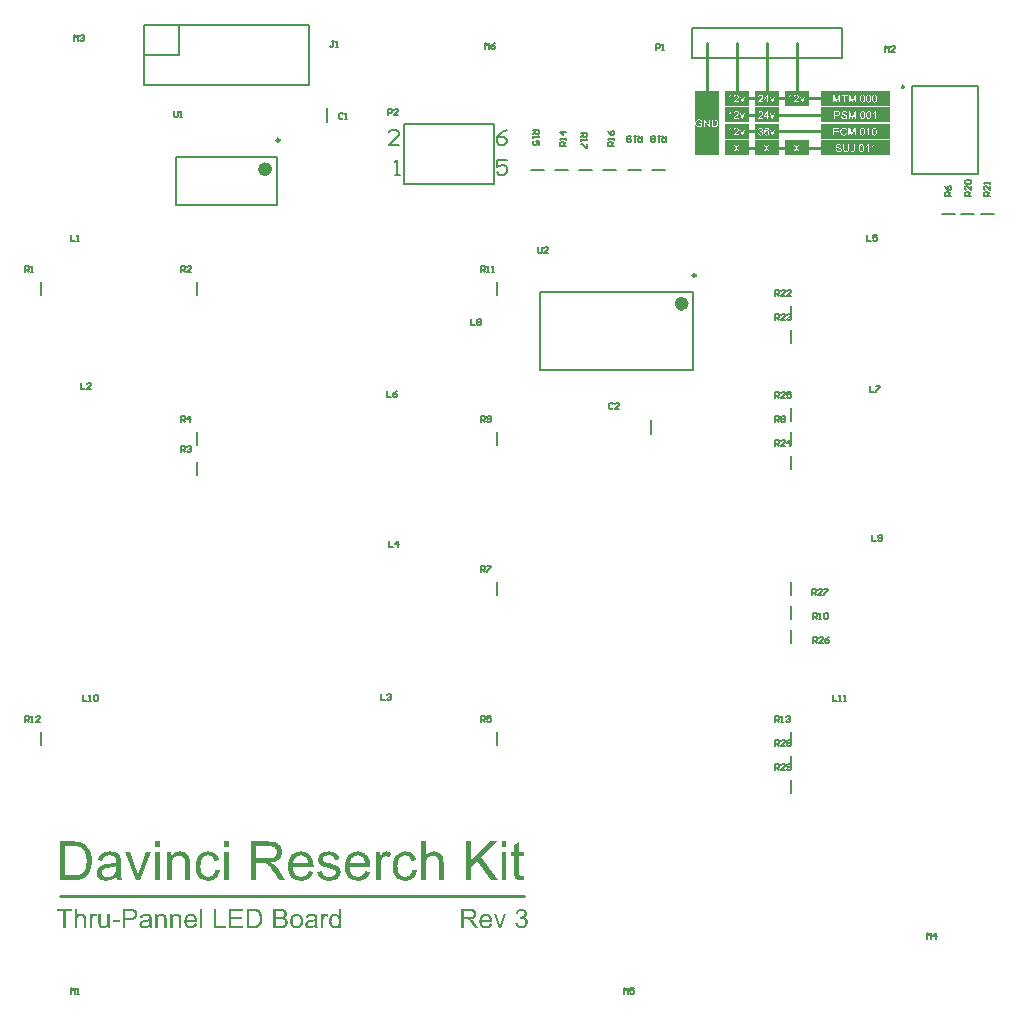
<source format=gto>
%FSLAX25Y25*%
%MOIN*%
G70*
G01*
G75*
G04 Layer_Color=65535*
%ADD10R,0.05118X0.03937*%
%ADD11R,0.03937X0.05118*%
%ADD12R,0.05512X0.05512*%
%ADD13R,0.05000X0.02992*%
%ADD14O,0.02362X0.07874*%
%ADD15O,0.01772X0.08268*%
%ADD16C,0.00800*%
%ADD17C,0.01000*%
%ADD18C,0.02000*%
%ADD19C,0.00600*%
%ADD20C,0.02500*%
%ADD21C,0.01200*%
%ADD22C,0.25000*%
%ADD23C,0.05906*%
%ADD24R,0.05906X0.05906*%
%ADD25C,0.05700*%
%ADD26C,0.04000*%
%ADD27C,0.03000*%
%ADD28C,0.06000*%
%ADD29C,0.00984*%
%ADD30C,0.02362*%
%ADD31C,0.00787*%
%ADD32C,0.00500*%
%ADD33C,0.00700*%
G36*
X379240Y364035D02*
X377659D01*
Y365831D01*
X379240D01*
Y364035D01*
D02*
G37*
G36*
X286649D02*
X285067D01*
Y365831D01*
X286649D01*
Y364035D01*
D02*
G37*
G36*
X274211Y341743D02*
X274289Y341734D01*
X274386Y341724D01*
X274484Y341704D01*
X274601Y341675D01*
X274835Y341597D01*
X274962Y341548D01*
X275089Y341480D01*
X275216Y341411D01*
X275343Y341324D01*
X275460Y341226D01*
X275577Y341109D01*
X275587Y341099D01*
X275606Y341080D01*
X275636Y341041D01*
X275675Y340992D01*
X275714Y340924D01*
X275762Y340845D01*
X275821Y340758D01*
X275880Y340650D01*
X275928Y340523D01*
X275987Y340396D01*
X276036Y340250D01*
X276084Y340084D01*
X276114Y339918D01*
X276143Y339733D01*
X276163Y339538D01*
X276172Y339323D01*
Y339313D01*
Y339274D01*
Y339206D01*
X276163Y339118D01*
X272708D01*
Y339108D01*
Y339089D01*
X272717Y339040D01*
Y338991D01*
X272727Y338923D01*
X272737Y338854D01*
X272776Y338679D01*
X272834Y338493D01*
X272903Y338298D01*
X273010Y338103D01*
X273137Y337937D01*
X273156Y337917D01*
X273205Y337878D01*
X273293Y337810D01*
X273400Y337742D01*
X273547Y337664D01*
X273713Y337595D01*
X273898Y337556D01*
X274103Y337537D01*
X274181D01*
X274259Y337547D01*
X274357Y337566D01*
X274474Y337595D01*
X274601Y337634D01*
X274728Y337683D01*
X274845Y337761D01*
X274855Y337771D01*
X274894Y337810D01*
X274952Y337859D01*
X275021Y337947D01*
X275099Y338044D01*
X275177Y338171D01*
X275255Y338327D01*
X275333Y338503D01*
X276143Y338396D01*
Y338386D01*
X276133Y338366D01*
X276123Y338327D01*
X276104Y338279D01*
X276084Y338220D01*
X276055Y338152D01*
X275977Y337986D01*
X275880Y337810D01*
X275762Y337625D01*
X275606Y337439D01*
X275431Y337283D01*
X275421D01*
X275411Y337263D01*
X275382Y337244D01*
X275333Y337225D01*
X275284Y337195D01*
X275226Y337156D01*
X275157Y337127D01*
X275069Y337088D01*
X274884Y337019D01*
X274650Y336951D01*
X274396Y336912D01*
X274103Y336893D01*
X274006D01*
X273937Y336902D01*
X273849Y336912D01*
X273752Y336922D01*
X273644Y336941D01*
X273518Y336971D01*
X273264Y337049D01*
X273127Y337098D01*
X273000Y337156D01*
X272864Y337225D01*
X272737Y337312D01*
X272610Y337410D01*
X272493Y337517D01*
X272483Y337527D01*
X272463Y337547D01*
X272434Y337586D01*
X272405Y337634D01*
X272356Y337693D01*
X272307Y337771D01*
X272249Y337869D01*
X272200Y337976D01*
X272141Y338093D01*
X272083Y338220D01*
X272034Y338366D01*
X271995Y338523D01*
X271956Y338688D01*
X271927Y338874D01*
X271907Y339069D01*
X271897Y339274D01*
Y339284D01*
Y339323D01*
Y339391D01*
X271907Y339469D01*
X271917Y339567D01*
X271927Y339684D01*
X271946Y339811D01*
X271975Y339948D01*
X272044Y340240D01*
X272093Y340387D01*
X272151Y340543D01*
X272219Y340689D01*
X272298Y340836D01*
X272385Y340972D01*
X272493Y341099D01*
X272503Y341109D01*
X272522Y341128D01*
X272551Y341158D01*
X272600Y341207D01*
X272659Y341255D01*
X272737Y341304D01*
X272815Y341363D01*
X272913Y341431D01*
X273020Y341490D01*
X273137Y341548D01*
X273264Y341597D01*
X273410Y341655D01*
X273557Y341695D01*
X273713Y341724D01*
X273879Y341743D01*
X274054Y341753D01*
X274142D01*
X274211Y341743D01*
D02*
G37*
G36*
X234565Y342661D02*
X232457D01*
Y337000D01*
X231608D01*
Y342661D01*
X229500D01*
Y343412D01*
X234565D01*
Y342661D01*
D02*
G37*
G36*
X309522Y341743D02*
X309610Y341734D01*
X309698Y341724D01*
X309805Y341704D01*
X309922Y341675D01*
X310166Y341597D01*
X310293Y341548D01*
X310430Y341490D01*
X310557Y341411D01*
X310684Y341324D01*
X310811Y341226D01*
X310928Y341119D01*
X310937Y341109D01*
X310957Y341089D01*
X310986Y341050D01*
X311025Y341002D01*
X311074Y340943D01*
X311123Y340865D01*
X311181Y340767D01*
X311240Y340670D01*
X311289Y340553D01*
X311347Y340416D01*
X311396Y340279D01*
X311445Y340123D01*
X311484Y339957D01*
X311513Y339772D01*
X311533Y339586D01*
X311543Y339381D01*
Y339372D01*
Y339342D01*
Y339294D01*
Y339235D01*
X311533Y339157D01*
Y339069D01*
X311523Y338971D01*
X311513Y338864D01*
X311474Y338640D01*
X311425Y338405D01*
X311357Y338171D01*
X311269Y337966D01*
Y337957D01*
X311260Y337947D01*
X311221Y337878D01*
X311152Y337791D01*
X311064Y337673D01*
X310957Y337547D01*
X310820Y337420D01*
X310664Y337293D01*
X310479Y337176D01*
X310469D01*
X310459Y337166D01*
X310430Y337146D01*
X310391Y337137D01*
X310283Y337088D01*
X310147Y337039D01*
X309981Y336981D01*
X309795Y336941D01*
X309591Y336902D01*
X309366Y336893D01*
X309268D01*
X309200Y336902D01*
X309122Y336912D01*
X309025Y336922D01*
X308917Y336941D01*
X308800Y336971D01*
X308556Y337049D01*
X308419Y337098D01*
X308293Y337156D01*
X308156Y337225D01*
X308029Y337312D01*
X307902Y337410D01*
X307785Y337517D01*
X307775Y337527D01*
X307756Y337547D01*
X307726Y337586D01*
X307697Y337634D01*
X307648Y337703D01*
X307599Y337781D01*
X307541Y337869D01*
X307492Y337976D01*
X307434Y338103D01*
X307375Y338230D01*
X307326Y338386D01*
X307287Y338542D01*
X307248Y338718D01*
X307219Y338903D01*
X307199Y339108D01*
X307190Y339323D01*
Y339342D01*
Y339381D01*
X307199Y339450D01*
Y339538D01*
X307209Y339645D01*
X307229Y339762D01*
X307248Y339899D01*
X307277Y340045D01*
X307316Y340201D01*
X307365Y340357D01*
X307424Y340514D01*
X307492Y340670D01*
X307570Y340826D01*
X307668Y340972D01*
X307775Y341109D01*
X307902Y341236D01*
X307912Y341246D01*
X307931Y341255D01*
X307961Y341285D01*
X308009Y341314D01*
X308068Y341353D01*
X308136Y341402D01*
X308214Y341451D01*
X308312Y341499D01*
X308410Y341538D01*
X308517Y341587D01*
X308771Y341675D01*
X309054Y341734D01*
X309210Y341743D01*
X309366Y341753D01*
X309454D01*
X309522Y341743D01*
D02*
G37*
G36*
X320338Y362492D02*
X320592Y362472D01*
X320904Y362433D01*
X321217Y362374D01*
X321549Y362296D01*
X321861Y362179D01*
X321881D01*
X321900Y362160D01*
X321998Y362121D01*
X322154Y362042D01*
X322330Y361964D01*
X322525Y361828D01*
X322740Y361691D01*
X322936Y361515D01*
X323092Y361320D01*
X323111Y361300D01*
X323150Y361222D01*
X323228Y361105D01*
X323326Y360949D01*
X323404Y360753D01*
X323502Y360500D01*
X323580Y360226D01*
X323658Y359914D01*
X322115Y359699D01*
Y359738D01*
X322096Y359816D01*
X322057Y359953D01*
X321998Y360109D01*
X321920Y360285D01*
X321803Y360460D01*
X321666Y360656D01*
X321490Y360812D01*
X321471Y360831D01*
X321393Y360871D01*
X321275Y360949D01*
X321119Y361027D01*
X320924Y361085D01*
X320670Y361163D01*
X320397Y361203D01*
X320065Y361222D01*
X319889D01*
X319693Y361203D01*
X319459Y361183D01*
X319205Y361124D01*
X318951Y361066D01*
X318698Y360968D01*
X318502Y360851D01*
X318483Y360831D01*
X318424Y360792D01*
X318366Y360714D01*
X318287Y360617D01*
X318190Y360500D01*
X318131Y360343D01*
X318073Y360187D01*
X318053Y360011D01*
Y359992D01*
Y359953D01*
X318073Y359894D01*
Y359816D01*
X318131Y359640D01*
X318229Y359445D01*
X318248Y359425D01*
X318268Y359406D01*
X318385Y359308D01*
X318463Y359230D01*
X318561Y359172D01*
X318698Y359093D01*
X318834Y359035D01*
X318854D01*
X318893Y359015D01*
X318971Y358996D01*
X319108Y358957D01*
X319283Y358898D01*
X319537Y358820D01*
X319850Y358742D01*
X320025Y358683D01*
X320240Y358625D01*
X320260D01*
X320319Y358605D01*
X320397Y358586D01*
X320514Y358546D01*
X320651Y358507D01*
X320807Y358468D01*
X321158Y358371D01*
X321549Y358254D01*
X321939Y358117D01*
X322291Y358000D01*
X322447Y357941D01*
X322584Y357882D01*
X322623Y357863D01*
X322701Y357824D01*
X322818Y357765D01*
X322955Y357687D01*
X323131Y357570D01*
X323307Y357414D01*
X323463Y357258D01*
X323619Y357062D01*
X323639Y357043D01*
X323678Y356965D01*
X323736Y356847D01*
X323814Y356691D01*
X323892Y356496D01*
X323951Y356261D01*
X323990Y356008D01*
X324010Y355715D01*
Y355676D01*
Y355578D01*
X323990Y355422D01*
X323951Y355246D01*
X323892Y355012D01*
X323814Y354758D01*
X323697Y354504D01*
X323541Y354230D01*
X323521Y354191D01*
X323463Y354113D01*
X323346Y353996D01*
X323189Y353840D01*
X323014Y353664D01*
X322779Y353488D01*
X322506Y353312D01*
X322193Y353156D01*
X322154Y353137D01*
X322037Y353098D01*
X321861Y353039D01*
X321627Y352980D01*
X321334Y352902D01*
X321002Y352844D01*
X320631Y352805D01*
X320240Y352785D01*
X320065D01*
X319947Y352805D01*
X319791D01*
X319615Y352824D01*
X319205Y352883D01*
X318756Y352961D01*
X318307Y353098D01*
X317858Y353273D01*
X317662Y353391D01*
X317467Y353527D01*
X317448D01*
X317428Y353566D01*
X317311Y353664D01*
X317155Y353840D01*
X316959Y354094D01*
X316764Y354406D01*
X316569Y354797D01*
X316393Y355246D01*
X316276Y355773D01*
X317838Y356027D01*
Y356008D01*
Y355988D01*
X317858Y355871D01*
X317916Y355695D01*
X317975Y355480D01*
X318073Y355246D01*
X318190Y355012D01*
X318366Y354777D01*
X318561Y354562D01*
X318580Y354543D01*
X318678Y354484D01*
X318815Y354406D01*
X318990Y354328D01*
X319244Y354230D01*
X319518Y354152D01*
X319869Y354094D01*
X320240Y354074D01*
X320416D01*
X320611Y354094D01*
X320846Y354133D01*
X321119Y354172D01*
X321393Y354250D01*
X321646Y354367D01*
X321861Y354504D01*
X321881Y354523D01*
X321939Y354582D01*
X322037Y354680D01*
X322135Y354797D01*
X322213Y354953D01*
X322310Y355148D01*
X322369Y355344D01*
X322389Y355558D01*
Y355578D01*
Y355656D01*
X322369Y355734D01*
X322330Y355871D01*
X322271Y355988D01*
X322193Y356144D01*
X322076Y356281D01*
X321920Y356398D01*
X321900Y356418D01*
X321842Y356437D01*
X321744Y356476D01*
X321588Y356555D01*
X321373Y356613D01*
X321100Y356711D01*
X320924Y356769D01*
X320748Y356808D01*
X320533Y356867D01*
X320299Y356926D01*
X320279D01*
X320221Y356945D01*
X320143Y356965D01*
X320025Y357004D01*
X319869Y357043D01*
X319713Y357082D01*
X319342Y357199D01*
X318951Y357316D01*
X318541Y357433D01*
X318170Y357570D01*
X318014Y357629D01*
X317877Y357687D01*
X317858Y357707D01*
X317760Y357746D01*
X317643Y357824D01*
X317506Y357922D01*
X317330Y358039D01*
X317174Y358195D01*
X316998Y358371D01*
X316862Y358566D01*
X316842Y358586D01*
X316803Y358664D01*
X316764Y358781D01*
X316705Y358937D01*
X316627Y359113D01*
X316588Y359328D01*
X316549Y359562D01*
X316530Y359816D01*
Y359836D01*
Y359914D01*
X316549Y360050D01*
X316569Y360187D01*
X316588Y360363D01*
X316647Y360558D01*
X316705Y360773D01*
X316803Y360968D01*
X316823Y360988D01*
X316862Y361066D01*
X316920Y361163D01*
X317018Y361281D01*
X317115Y361417D01*
X317252Y361554D01*
X317408Y361710D01*
X317584Y361847D01*
X317604Y361867D01*
X317662Y361886D01*
X317741Y361945D01*
X317858Y362003D01*
X317994Y362081D01*
X318170Y362160D01*
X318366Y362238D01*
X318580Y362316D01*
X318619D01*
X318698Y362355D01*
X318815Y362374D01*
X318990Y362414D01*
X319205Y362453D01*
X319420Y362472D01*
X319674Y362511D01*
X320123D01*
X320338Y362492D01*
D02*
G37*
G36*
X370803Y360617D02*
X376428Y353000D01*
X374182D01*
X369612Y359464D01*
X367523Y357453D01*
Y353000D01*
X365823D01*
Y365831D01*
X367523D01*
Y359484D01*
X373889Y365831D01*
X376194D01*
X370803Y360617D01*
D02*
G37*
G36*
X339536Y362492D02*
X339751Y362453D01*
X339985Y362374D01*
X340259Y362296D01*
X340551Y362160D01*
X340864Y361984D01*
X340298Y360539D01*
X340278Y360558D01*
X340200Y360597D01*
X340083Y360656D01*
X339946Y360714D01*
X339770Y360773D01*
X339575Y360831D01*
X339360Y360871D01*
X339145Y360890D01*
X339067D01*
X338970Y360871D01*
X338833Y360851D01*
X338696Y360812D01*
X338540Y360753D01*
X338384Y360675D01*
X338228Y360578D01*
X338208Y360558D01*
X338169Y360519D01*
X338091Y360441D01*
X338013Y360343D01*
X337915Y360226D01*
X337817Y360070D01*
X337739Y359894D01*
X337661Y359699D01*
X337642Y359660D01*
X337622Y359562D01*
X337583Y359386D01*
X337544Y359152D01*
X337485Y358878D01*
X337446Y358566D01*
X337427Y358234D01*
X337407Y357863D01*
Y353000D01*
X335825D01*
Y362296D01*
X337251D01*
Y360910D01*
X337270Y360929D01*
X337349Y361046D01*
X337446Y361222D01*
X337563Y361417D01*
X337720Y361632D01*
X337895Y361847D01*
X338052Y362042D01*
X338228Y362179D01*
X338247Y362199D01*
X338306Y362238D01*
X338403Y362277D01*
X338540Y362355D01*
X338677Y362414D01*
X338852Y362453D01*
X339048Y362492D01*
X339243Y362511D01*
X339380D01*
X339536Y362492D01*
D02*
G37*
G36*
X263740Y364035D02*
X262158D01*
Y365831D01*
X263740D01*
Y364035D01*
D02*
G37*
G36*
X270810Y362492D02*
X271005Y362472D01*
X271240Y362433D01*
X271513Y362374D01*
X271767Y362296D01*
X272040Y362199D01*
X272079Y362179D01*
X272158Y362140D01*
X272275Y362081D01*
X272431Y361984D01*
X272607Y361867D01*
X272782Y361730D01*
X272958Y361574D01*
X273095Y361398D01*
X273114Y361378D01*
X273153Y361320D01*
X273212Y361203D01*
X273290Y361066D01*
X273368Y360910D01*
X273446Y360714D01*
X273525Y360480D01*
X273583Y360246D01*
Y360226D01*
X273603Y360168D01*
X273622Y360050D01*
X273642Y359894D01*
Y359679D01*
X273661Y359406D01*
X273681Y359093D01*
Y358703D01*
Y353000D01*
X272099D01*
Y358644D01*
Y358664D01*
Y358683D01*
Y358800D01*
Y358976D01*
X272079Y359191D01*
X272060Y359406D01*
X272021Y359660D01*
X271962Y359875D01*
X271904Y360070D01*
Y360089D01*
X271865Y360148D01*
X271826Y360246D01*
X271767Y360343D01*
X271669Y360480D01*
X271552Y360597D01*
X271415Y360734D01*
X271259Y360851D01*
X271240Y360871D01*
X271181Y360890D01*
X271083Y360949D01*
X270947Y361007D01*
X270790Y361046D01*
X270595Y361105D01*
X270400Y361124D01*
X270165Y361144D01*
X269990D01*
X269814Y361105D01*
X269560Y361066D01*
X269287Y360988D01*
X269013Y360871D01*
X268701Y360714D01*
X268427Y360500D01*
X268388Y360460D01*
X268310Y360363D01*
X268193Y360207D01*
X268134Y360089D01*
X268076Y359953D01*
X267998Y359796D01*
X267939Y359621D01*
X267880Y359425D01*
X267822Y359210D01*
X267763Y358957D01*
X267744Y358683D01*
X267705Y358390D01*
Y358078D01*
Y353000D01*
X266123D01*
Y362296D01*
X267548D01*
Y360968D01*
X267568Y360988D01*
X267587Y361027D01*
X267646Y361105D01*
X267744Y361203D01*
X267841Y361320D01*
X267978Y361456D01*
X268115Y361593D01*
X268290Y361749D01*
X268505Y361886D01*
X268720Y362023D01*
X268955Y362160D01*
X269228Y362277D01*
X269501Y362374D01*
X269814Y362453D01*
X270146Y362492D01*
X270497Y362511D01*
X270634D01*
X270810Y362492D01*
D02*
G37*
G36*
X236127Y341119D02*
X236137Y341128D01*
X236156Y341148D01*
X236186Y341177D01*
X236225Y341216D01*
X236283Y341265D01*
X236342Y341324D01*
X236420Y341372D01*
X236508Y341441D01*
X236605Y341499D01*
X236703Y341548D01*
X236947Y341655D01*
X237074Y341695D01*
X237210Y341724D01*
X237357Y341743D01*
X237513Y341753D01*
X237601D01*
X237698Y341743D01*
X237815Y341724D01*
X237952Y341704D01*
X238099Y341665D01*
X238255Y341617D01*
X238401Y341548D01*
X238421Y341538D01*
X238460Y341509D01*
X238528Y341460D01*
X238616Y341402D01*
X238704Y341324D01*
X238791Y341226D01*
X238879Y341109D01*
X238948Y340982D01*
X238957Y340963D01*
X238977Y340914D01*
X238997Y340836D01*
X239036Y340719D01*
X239065Y340572D01*
X239084Y340387D01*
X239104Y340182D01*
X239114Y339938D01*
Y337000D01*
X238323D01*
Y339948D01*
Y339957D01*
Y339977D01*
Y340006D01*
Y340045D01*
X238313Y340143D01*
X238294Y340279D01*
X238255Y340416D01*
X238216Y340553D01*
X238147Y340689D01*
X238059Y340806D01*
X238050Y340816D01*
X238011Y340845D01*
X237952Y340894D01*
X237874Y340943D01*
X237776Y340992D01*
X237650Y341041D01*
X237513Y341070D01*
X237347Y341080D01*
X237288D01*
X237220Y341070D01*
X237132Y341060D01*
X237035Y341031D01*
X236918Y341002D01*
X236801Y340953D01*
X236683Y340894D01*
X236674Y340884D01*
X236635Y340865D01*
X236586Y340816D01*
X236517Y340767D01*
X236449Y340689D01*
X236371Y340611D01*
X236313Y340504D01*
X236254Y340396D01*
X236244Y340387D01*
X236234Y340338D01*
X236215Y340270D01*
X236195Y340172D01*
X236166Y340045D01*
X236147Y339899D01*
X236137Y339733D01*
X236127Y339538D01*
Y337000D01*
X235336D01*
Y343412D01*
X236127D01*
Y341119D01*
D02*
G37*
G36*
X304164Y343403D02*
X304232D01*
X304398Y343393D01*
X304584Y343363D01*
X304779Y343334D01*
X304974Y343285D01*
X305150Y343217D01*
X305159D01*
X305169Y343207D01*
X305228Y343178D01*
X305306Y343129D01*
X305403Y343071D01*
X305521Y342983D01*
X305638Y342876D01*
X305745Y342758D01*
X305853Y342612D01*
X305862Y342593D01*
X305891Y342544D01*
X305931Y342456D01*
X305979Y342349D01*
X306028Y342222D01*
X306067Y342085D01*
X306097Y341929D01*
X306106Y341763D01*
Y341743D01*
Y341695D01*
X306097Y341617D01*
X306077Y341509D01*
X306048Y341392D01*
X306009Y341265D01*
X305960Y341119D01*
X305882Y340982D01*
X305872Y340963D01*
X305843Y340924D01*
X305784Y340855D01*
X305716Y340777D01*
X305618Y340680D01*
X305501Y340592D01*
X305364Y340494D01*
X305199Y340406D01*
X305208D01*
X305228Y340396D01*
X305257Y340387D01*
X305296Y340377D01*
X305403Y340328D01*
X305530Y340270D01*
X305677Y340182D01*
X305823Y340084D01*
X305970Y339967D01*
X306097Y339821D01*
X306106Y339801D01*
X306145Y339752D01*
X306194Y339665D01*
X306262Y339547D01*
X306321Y339401D01*
X306370Y339245D01*
X306409Y339059D01*
X306419Y338854D01*
Y338835D01*
Y338776D01*
X306409Y338688D01*
X306399Y338581D01*
X306370Y338454D01*
X306341Y338308D01*
X306292Y338161D01*
X306223Y338015D01*
X306214Y337996D01*
X306194Y337947D01*
X306145Y337878D01*
X306097Y337791D01*
X306028Y337693D01*
X305950Y337595D01*
X305853Y337498D01*
X305755Y337410D01*
X305745Y337400D01*
X305706Y337381D01*
X305647Y337342D01*
X305560Y337293D01*
X305462Y337244D01*
X305335Y337195D01*
X305199Y337146D01*
X305052Y337098D01*
X305033D01*
X304974Y337078D01*
X304886Y337068D01*
X304769Y337049D01*
X304613Y337029D01*
X304437Y337019D01*
X304242Y337000D01*
X301578D01*
Y343412D01*
X304096D01*
X304164Y343403D01*
D02*
G37*
G36*
X295292D02*
X295468Y343393D01*
X295663Y343373D01*
X295848Y343344D01*
X296005Y343315D01*
X296014D01*
X296034Y343305D01*
X296053D01*
X296093Y343285D01*
X296200Y343256D01*
X296327Y343207D01*
X296473Y343149D01*
X296629Y343071D01*
X296785Y342973D01*
X296942Y342856D01*
X296951D01*
X296961Y342836D01*
X297029Y342778D01*
X297117Y342680D01*
X297225Y342553D01*
X297352Y342397D01*
X297478Y342212D01*
X297596Y341997D01*
X297703Y341753D01*
Y341743D01*
X297713Y341724D01*
X297722Y341685D01*
X297742Y341636D01*
X297761Y341577D01*
X297781Y341499D01*
X297810Y341411D01*
X297830Y341314D01*
X297849Y341207D01*
X297879Y341089D01*
X297918Y340836D01*
X297947Y340553D01*
X297957Y340240D01*
Y340231D01*
Y340211D01*
Y340172D01*
Y340113D01*
X297947Y340055D01*
Y339977D01*
X297937Y339801D01*
X297918Y339606D01*
X297879Y339381D01*
X297839Y339157D01*
X297781Y338942D01*
Y338932D01*
X297771Y338913D01*
X297761Y338884D01*
X297752Y338845D01*
X297713Y338747D01*
X297664Y338610D01*
X297605Y338464D01*
X297527Y338308D01*
X297439Y338152D01*
X297342Y338005D01*
X297332Y337986D01*
X297293Y337947D01*
X297244Y337878D01*
X297166Y337791D01*
X297088Y337703D01*
X296981Y337605D01*
X296873Y337508D01*
X296756Y337420D01*
X296746Y337410D01*
X296698Y337390D01*
X296629Y337351D01*
X296541Y337303D01*
X296434Y337254D01*
X296307Y337205D01*
X296161Y337156D01*
X295995Y337107D01*
X295975D01*
X295917Y337088D01*
X295829Y337078D01*
X295702Y337059D01*
X295556Y337039D01*
X295380Y337019D01*
X295185Y337010D01*
X294970Y337000D01*
X292667D01*
Y343412D01*
X295126D01*
X295292Y343403D01*
D02*
G37*
G36*
X314627Y341743D02*
X314763Y341734D01*
X314919Y341714D01*
X315085Y341695D01*
X315242Y341655D01*
X315388Y341607D01*
X315407Y341597D01*
X315447Y341587D01*
X315515Y341548D01*
X315593Y341509D01*
X315681Y341460D01*
X315778Y341402D01*
X315857Y341333D01*
X315935Y341255D01*
X315944Y341246D01*
X315964Y341216D01*
X315993Y341177D01*
X316032Y341109D01*
X316071Y341031D01*
X316110Y340943D01*
X316149Y340836D01*
X316179Y340719D01*
Y340709D01*
X316188Y340680D01*
X316198Y340631D01*
X316208Y340553D01*
Y340455D01*
X316218Y340328D01*
X316227Y340182D01*
Y339996D01*
Y338942D01*
Y338932D01*
Y338893D01*
Y338835D01*
Y338767D01*
Y338679D01*
Y338581D01*
X316237Y338357D01*
Y338113D01*
X316247Y337888D01*
X316257Y337781D01*
Y337693D01*
X316266Y337615D01*
X316276Y337547D01*
Y337537D01*
X316286Y337498D01*
X316296Y337439D01*
X316315Y337371D01*
X316344Y337293D01*
X316384Y337195D01*
X316471Y337000D01*
X315651D01*
X315642Y337010D01*
X315632Y337039D01*
X315613Y337098D01*
X315583Y337166D01*
X315554Y337254D01*
X315534Y337351D01*
X315515Y337459D01*
X315495Y337586D01*
X315476Y337566D01*
X315417Y337527D01*
X315339Y337459D01*
X315222Y337381D01*
X315095Y337283D01*
X314949Y337195D01*
X314802Y337117D01*
X314646Y337049D01*
X314627Y337039D01*
X314578Y337029D01*
X314500Y337000D01*
X314392Y336971D01*
X314256Y336941D01*
X314109Y336922D01*
X313953Y336902D01*
X313778Y336893D01*
X313709D01*
X313651Y336902D01*
X313592D01*
X313514Y336912D01*
X313348Y336941D01*
X313153Y336981D01*
X312967Y337049D01*
X312772Y337137D01*
X312606Y337263D01*
X312587Y337283D01*
X312538Y337332D01*
X312479Y337410D01*
X312401Y337527D01*
X312323Y337664D01*
X312265Y337820D01*
X312216Y338015D01*
X312196Y338220D01*
Y338240D01*
Y338279D01*
X312206Y338347D01*
X312216Y338425D01*
X312235Y338523D01*
X312255Y338630D01*
X312294Y338737D01*
X312343Y338845D01*
X312353Y338854D01*
X312372Y338893D01*
X312401Y338942D01*
X312450Y339011D01*
X312509Y339079D01*
X312587Y339157D01*
X312665Y339225D01*
X312753Y339294D01*
X312763Y339303D01*
X312802Y339323D01*
X312850Y339352D01*
X312919Y339391D01*
X313007Y339440D01*
X313094Y339479D01*
X313202Y339518D01*
X313319Y339557D01*
X313329D01*
X313368Y339567D01*
X313417Y339577D01*
X313495Y339596D01*
X313592Y339616D01*
X313719Y339635D01*
X313856Y339655D01*
X314022Y339674D01*
X314031D01*
X314061Y339684D01*
X314109D01*
X314178Y339694D01*
X314256Y339703D01*
X314344Y339713D01*
X314558Y339752D01*
X314783Y339791D01*
X315017Y339830D01*
X315242Y339889D01*
X315339Y339918D01*
X315427Y339948D01*
Y339957D01*
Y339977D01*
X315437Y340035D01*
Y340104D01*
Y340133D01*
Y340153D01*
Y340162D01*
Y340172D01*
Y340231D01*
X315427Y340318D01*
X315407Y340416D01*
X315378Y340523D01*
X315339Y340640D01*
X315290Y340738D01*
X315212Y340826D01*
X315203Y340836D01*
X315154Y340865D01*
X315085Y340914D01*
X314988Y340963D01*
X314861Y341011D01*
X314705Y341060D01*
X314519Y341089D01*
X314314Y341099D01*
X314227D01*
X314129Y341089D01*
X314002Y341080D01*
X313865Y341050D01*
X313739Y341021D01*
X313602Y340972D01*
X313495Y340904D01*
X313485Y340894D01*
X313456Y340865D01*
X313407Y340816D01*
X313348Y340748D01*
X313280Y340650D01*
X313221Y340533D01*
X313153Y340387D01*
X313104Y340221D01*
X312333Y340328D01*
Y340338D01*
X312343Y340348D01*
X312353Y340406D01*
X312382Y340494D01*
X312411Y340611D01*
X312460Y340738D01*
X312519Y340865D01*
X312587Y341002D01*
X312675Y341119D01*
X312684Y341128D01*
X312723Y341167D01*
X312772Y341226D01*
X312850Y341294D01*
X312948Y341363D01*
X313075Y341441D01*
X313211Y341519D01*
X313368Y341587D01*
X313377D01*
X313387Y341597D01*
X313417Y341607D01*
X313446Y341617D01*
X313543Y341636D01*
X313670Y341675D01*
X313826Y341704D01*
X314002Y341724D01*
X314207Y341743D01*
X314422Y341753D01*
X314519D01*
X314627Y341743D01*
D02*
G37*
G36*
X250377Y338923D02*
X247966D01*
Y339713D01*
X250377D01*
Y338923D01*
D02*
G37*
G36*
X247039Y337000D02*
X246336D01*
Y337673D01*
X246326Y337664D01*
X246307Y337644D01*
X246277Y337605D01*
X246238Y337556D01*
X246180Y337488D01*
X246111Y337429D01*
X246033Y337351D01*
X245946Y337283D01*
X245848Y337215D01*
X245741Y337137D01*
X245614Y337078D01*
X245487Y337019D01*
X245340Y336961D01*
X245194Y336922D01*
X245028Y336902D01*
X244862Y336893D01*
X244794D01*
X244716Y336902D01*
X244608Y336912D01*
X244491Y336932D01*
X244365Y336961D01*
X244228Y337000D01*
X244091Y337049D01*
X244072Y337059D01*
X244033Y337078D01*
X243974Y337107D01*
X243896Y337156D01*
X243808Y337215D01*
X243720Y337283D01*
X243642Y337351D01*
X243564Y337439D01*
X243554Y337449D01*
X243535Y337478D01*
X243506Y337537D01*
X243476Y337605D01*
X243427Y337693D01*
X243389Y337791D01*
X243349Y337898D01*
X243320Y338025D01*
Y338035D01*
X243310Y338074D01*
Y338122D01*
X243301Y338200D01*
X243291Y338308D01*
Y338435D01*
X243281Y338581D01*
Y338757D01*
Y341646D01*
X244072D01*
Y339059D01*
Y339050D01*
Y339030D01*
Y339001D01*
Y338962D01*
Y338854D01*
X244081Y338727D01*
Y338591D01*
X244091Y338454D01*
X244101Y338327D01*
X244111Y338230D01*
Y338220D01*
X244130Y338181D01*
X244150Y338122D01*
X244179Y338054D01*
X244218Y337976D01*
X244277Y337888D01*
X244345Y337810D01*
X244423Y337742D01*
X244433Y337732D01*
X244472Y337713D01*
X244521Y337683D01*
X244589Y337654D01*
X244677Y337625D01*
X244774Y337595D01*
X244892Y337576D01*
X245018Y337566D01*
X245077D01*
X245145Y337576D01*
X245233Y337586D01*
X245331Y337605D01*
X245438Y337644D01*
X245555Y337683D01*
X245672Y337742D01*
X245682Y337752D01*
X245721Y337781D01*
X245780Y337820D01*
X245848Y337878D01*
X245916Y337947D01*
X245994Y338035D01*
X246053Y338132D01*
X246111Y338240D01*
X246121Y338259D01*
X246131Y338298D01*
X246151Y338366D01*
X246180Y338474D01*
X246209Y338601D01*
X246229Y338757D01*
X246238Y338942D01*
X246248Y339147D01*
Y341646D01*
X247039D01*
Y337000D01*
D02*
G37*
G36*
X259385Y341743D02*
X259522Y341734D01*
X259678Y341714D01*
X259844Y341695D01*
X260000Y341655D01*
X260146Y341607D01*
X260166Y341597D01*
X260205Y341587D01*
X260273Y341548D01*
X260351Y341509D01*
X260439Y341460D01*
X260537Y341402D01*
X260615Y341333D01*
X260693Y341255D01*
X260703Y341246D01*
X260722Y341216D01*
X260752Y341177D01*
X260791Y341109D01*
X260830Y341031D01*
X260869Y340943D01*
X260908Y340836D01*
X260937Y340719D01*
Y340709D01*
X260947Y340680D01*
X260957Y340631D01*
X260966Y340553D01*
Y340455D01*
X260976Y340328D01*
X260986Y340182D01*
Y339996D01*
Y338942D01*
Y338932D01*
Y338893D01*
Y338835D01*
Y338767D01*
Y338679D01*
Y338581D01*
X260996Y338357D01*
Y338113D01*
X261005Y337888D01*
X261015Y337781D01*
Y337693D01*
X261025Y337615D01*
X261035Y337547D01*
Y337537D01*
X261044Y337498D01*
X261054Y337439D01*
X261074Y337371D01*
X261103Y337293D01*
X261142Y337195D01*
X261230Y337000D01*
X260410D01*
X260400Y337010D01*
X260390Y337039D01*
X260371Y337098D01*
X260342Y337166D01*
X260312Y337254D01*
X260293Y337351D01*
X260273Y337459D01*
X260254Y337586D01*
X260234Y337566D01*
X260176Y337527D01*
X260098Y337459D01*
X259981Y337381D01*
X259854Y337283D01*
X259707Y337195D01*
X259561Y337117D01*
X259405Y337049D01*
X259385Y337039D01*
X259336Y337029D01*
X259258Y337000D01*
X259151Y336971D01*
X259014Y336941D01*
X258868Y336922D01*
X258712Y336902D01*
X258536Y336893D01*
X258468D01*
X258409Y336902D01*
X258351D01*
X258273Y336912D01*
X258107Y336941D01*
X257911Y336981D01*
X257726Y337049D01*
X257531Y337137D01*
X257365Y337263D01*
X257345Y337283D01*
X257296Y337332D01*
X257238Y337410D01*
X257160Y337527D01*
X257082Y337664D01*
X257023Y337820D01*
X256974Y338015D01*
X256955Y338220D01*
Y338240D01*
Y338279D01*
X256965Y338347D01*
X256974Y338425D01*
X256994Y338523D01*
X257013Y338630D01*
X257052Y338737D01*
X257101Y338845D01*
X257111Y338854D01*
X257131Y338893D01*
X257160Y338942D01*
X257209Y339011D01*
X257267Y339079D01*
X257345Y339157D01*
X257423Y339225D01*
X257511Y339294D01*
X257521Y339303D01*
X257560Y339323D01*
X257609Y339352D01*
X257677Y339391D01*
X257765Y339440D01*
X257853Y339479D01*
X257960Y339518D01*
X258077Y339557D01*
X258087D01*
X258126Y339567D01*
X258175Y339577D01*
X258253Y339596D01*
X258351Y339616D01*
X258477Y339635D01*
X258614Y339655D01*
X258780Y339674D01*
X258790D01*
X258819Y339684D01*
X258868D01*
X258936Y339694D01*
X259014Y339703D01*
X259102Y339713D01*
X259317Y339752D01*
X259541Y339791D01*
X259775Y339830D01*
X260000Y339889D01*
X260098Y339918D01*
X260185Y339948D01*
Y339957D01*
Y339977D01*
X260195Y340035D01*
Y340104D01*
Y340133D01*
Y340153D01*
Y340162D01*
Y340172D01*
Y340231D01*
X260185Y340318D01*
X260166Y340416D01*
X260137Y340523D01*
X260098Y340640D01*
X260049Y340738D01*
X259971Y340826D01*
X259961Y340836D01*
X259912Y340865D01*
X259844Y340914D01*
X259746Y340963D01*
X259619Y341011D01*
X259463Y341060D01*
X259278Y341089D01*
X259073Y341099D01*
X258985D01*
X258887Y341089D01*
X258760Y341080D01*
X258624Y341050D01*
X258497Y341021D01*
X258360Y340972D01*
X258253Y340904D01*
X258243Y340894D01*
X258214Y340865D01*
X258165Y340816D01*
X258107Y340748D01*
X258038Y340650D01*
X257980Y340533D01*
X257911Y340387D01*
X257863Y340221D01*
X257091Y340328D01*
Y340338D01*
X257101Y340348D01*
X257111Y340406D01*
X257140Y340494D01*
X257170Y340611D01*
X257218Y340738D01*
X257277Y340865D01*
X257345Y341002D01*
X257433Y341119D01*
X257443Y341128D01*
X257482Y341167D01*
X257531Y341226D01*
X257609Y341294D01*
X257706Y341363D01*
X257833Y341441D01*
X257970Y341519D01*
X258126Y341587D01*
X258136D01*
X258146Y341597D01*
X258175Y341607D01*
X258204Y341617D01*
X258302Y341636D01*
X258429Y341675D01*
X258585Y341704D01*
X258760Y341724D01*
X258965Y341743D01*
X259180Y341753D01*
X259278D01*
X259385Y341743D01*
D02*
G37*
G36*
X254124Y343403D02*
X254281Y343393D01*
X254447Y343383D01*
X254603Y343363D01*
X254739Y343344D01*
X254759D01*
X254817Y343324D01*
X254905Y343305D01*
X255013Y343276D01*
X255139Y343237D01*
X255266Y343188D01*
X255403Y343120D01*
X255530Y343041D01*
X255540Y343032D01*
X255589Y343002D01*
X255647Y342954D01*
X255715Y342885D01*
X255793Y342797D01*
X255881Y342690D01*
X255969Y342573D01*
X256047Y342427D01*
X256057Y342407D01*
X256077Y342358D01*
X256106Y342280D01*
X256145Y342173D01*
X256184Y342046D01*
X256213Y341899D01*
X256233Y341734D01*
X256242Y341558D01*
Y341548D01*
Y341519D01*
Y341480D01*
X256233Y341421D01*
X256223Y341353D01*
X256213Y341265D01*
X256203Y341177D01*
X256174Y341080D01*
X256116Y340855D01*
X256018Y340631D01*
X255959Y340514D01*
X255891Y340396D01*
X255813Y340279D01*
X255715Y340172D01*
X255706Y340162D01*
X255686Y340153D01*
X255657Y340123D01*
X255618Y340084D01*
X255549Y340045D01*
X255481Y339996D01*
X255393Y339948D01*
X255286Y339899D01*
X255169Y339840D01*
X255032Y339791D01*
X254876Y339743D01*
X254710Y339703D01*
X254515Y339665D01*
X254310Y339635D01*
X254085Y339625D01*
X253841Y339616D01*
X252202D01*
Y337000D01*
X251353D01*
Y343412D01*
X253978D01*
X254124Y343403D01*
D02*
G37*
G36*
X277910Y337000D02*
X277119D01*
Y343412D01*
X277910D01*
Y337000D01*
D02*
G37*
G36*
X291349Y342661D02*
X287562D01*
Y340689D01*
X291105D01*
Y339938D01*
X287562D01*
Y337752D01*
X291495D01*
Y337000D01*
X286713D01*
Y343412D01*
X291349D01*
Y342661D01*
D02*
G37*
G36*
X282526Y337752D02*
X285679D01*
Y337000D01*
X281677D01*
Y343412D01*
X282526D01*
Y337752D01*
D02*
G37*
G36*
X345786Y362492D02*
X345922D01*
X346059Y362472D01*
X346411Y362414D01*
X346801Y362316D01*
X347231Y362179D01*
X347641Y361984D01*
X348012Y361730D01*
X348031D01*
X348051Y361691D01*
X348168Y361593D01*
X348324Y361417D01*
X348520Y361183D01*
X348735Y360871D01*
X348930Y360500D01*
X349106Y360050D01*
X349242Y359562D01*
X347719Y359328D01*
Y359347D01*
X347699Y359367D01*
X347680Y359484D01*
X347621Y359640D01*
X347543Y359855D01*
X347426Y360089D01*
X347289Y360324D01*
X347133Y360539D01*
X346938Y360734D01*
X346918Y360753D01*
X346840Y360812D01*
X346723Y360890D01*
X346567Y360988D01*
X346372Y361066D01*
X346157Y361144D01*
X345883Y361203D01*
X345610Y361222D01*
X345493D01*
X345414Y361203D01*
X345200Y361183D01*
X344926Y361124D01*
X344614Y361007D01*
X344301Y360851D01*
X343969Y360656D01*
X343813Y360519D01*
X343676Y360363D01*
X343637Y360324D01*
X343618Y360265D01*
X343559Y360207D01*
X343501Y360109D01*
X343442Y359992D01*
X343383Y359855D01*
X343325Y359699D01*
X343247Y359523D01*
X343188Y359328D01*
X343129Y359093D01*
X343071Y358859D01*
X343012Y358586D01*
X342993Y358293D01*
X342954Y357980D01*
Y357648D01*
Y357629D01*
Y357570D01*
Y357472D01*
X342973Y357336D01*
Y357179D01*
X342993Y357004D01*
X343051Y356613D01*
X343129Y356164D01*
X343247Y355695D01*
X343423Y355285D01*
X343540Y355090D01*
X343657Y354914D01*
X343696Y354875D01*
X343794Y354777D01*
X343950Y354641D01*
X344165Y354504D01*
X344419Y354348D01*
X344750Y354211D01*
X345102Y354113D01*
X345297Y354094D01*
X345512Y354074D01*
X345668D01*
X345844Y354113D01*
X346059Y354152D01*
X346293Y354211D01*
X346567Y354309D01*
X346821Y354445D01*
X347055Y354641D01*
X347075Y354660D01*
X347153Y354758D01*
X347270Y354875D01*
X347387Y355070D01*
X347524Y355324D01*
X347660Y355617D01*
X347778Y355988D01*
X347856Y356398D01*
X349399Y356183D01*
Y356164D01*
X349379Y356105D01*
X349360Y356027D01*
X349340Y355929D01*
X349301Y355793D01*
X349262Y355637D01*
X349145Y355265D01*
X348969Y354875D01*
X348735Y354445D01*
X348442Y354055D01*
X348090Y353684D01*
X348071D01*
X348051Y353644D01*
X347992Y353605D01*
X347914Y353547D01*
X347797Y353469D01*
X347680Y353391D01*
X347387Y353234D01*
X347016Y353078D01*
X346567Y352922D01*
X346078Y352824D01*
X345805Y352805D01*
X345532Y352785D01*
X345356D01*
X345219Y352805D01*
X345063Y352824D01*
X344868Y352844D01*
X344672Y352883D01*
X344438Y352941D01*
X343950Y353078D01*
X343696Y353195D01*
X343442Y353312D01*
X343188Y353449D01*
X342954Y353605D01*
X342719Y353801D01*
X342485Y354016D01*
X342465Y354035D01*
X342426Y354074D01*
X342387Y354152D01*
X342309Y354250D01*
X342212Y354387D01*
X342114Y354543D01*
X342016Y354719D01*
X341919Y354934D01*
X341802Y355168D01*
X341704Y355441D01*
X341606Y355734D01*
X341509Y356066D01*
X341430Y356398D01*
X341391Y356789D01*
X341352Y357179D01*
X341333Y357609D01*
Y357629D01*
Y357668D01*
Y357765D01*
Y357863D01*
X341352Y358000D01*
Y358136D01*
X341391Y358507D01*
X341450Y358918D01*
X341548Y359347D01*
X341665Y359816D01*
X341821Y360246D01*
Y360265D01*
X341841Y360304D01*
X341880Y360363D01*
X341919Y360441D01*
X342036Y360636D01*
X342192Y360890D01*
X342407Y361163D01*
X342661Y361437D01*
X342973Y361710D01*
X343325Y361945D01*
X343344D01*
X343364Y361964D01*
X343423Y362003D01*
X343501Y362042D01*
X343715Y362121D01*
X343989Y362238D01*
X344301Y362335D01*
X344692Y362433D01*
X345102Y362492D01*
X345532Y362511D01*
X345688D01*
X345786Y362492D01*
D02*
G37*
G36*
X460000Y605500D02*
X452000D01*
Y610500D01*
X460000D01*
Y605500D01*
D02*
G37*
G36*
Y600000D02*
X452000D01*
Y605000D01*
X460000D01*
Y600000D01*
D02*
G37*
G36*
Y611000D02*
X452000D01*
Y616000D01*
X460000D01*
Y611000D01*
D02*
G37*
G36*
X311061Y362492D02*
X311217Y362472D01*
X311413Y362453D01*
X311608Y362414D01*
X311842Y362355D01*
X312311Y362199D01*
X312565Y362101D01*
X312819Y361964D01*
X313073Y361828D01*
X313327Y361652D01*
X313561Y361456D01*
X313795Y361222D01*
X313815Y361203D01*
X313854Y361163D01*
X313913Y361085D01*
X313991Y360988D01*
X314069Y360851D01*
X314166Y360695D01*
X314284Y360519D01*
X314401Y360304D01*
X314498Y360050D01*
X314616Y359796D01*
X314713Y359504D01*
X314811Y359172D01*
X314870Y358840D01*
X314928Y358468D01*
X314967Y358078D01*
X314987Y357648D01*
Y357629D01*
Y357551D01*
Y357414D01*
X314967Y357238D01*
X308054D01*
Y357219D01*
Y357179D01*
X308073Y357082D01*
Y356984D01*
X308093Y356847D01*
X308112Y356711D01*
X308190Y356359D01*
X308308Y355988D01*
X308444Y355597D01*
X308659Y355207D01*
X308913Y354875D01*
X308952Y354836D01*
X309050Y354758D01*
X309225Y354621D01*
X309440Y354484D01*
X309733Y354328D01*
X310065Y354191D01*
X310436Y354113D01*
X310846Y354074D01*
X311003D01*
X311159Y354094D01*
X311354Y354133D01*
X311589Y354191D01*
X311842Y354270D01*
X312096Y354367D01*
X312331Y354523D01*
X312350Y354543D01*
X312428Y354621D01*
X312545Y354719D01*
X312682Y354894D01*
X312839Y355090D01*
X312995Y355344D01*
X313151Y355656D01*
X313307Y356008D01*
X314928Y355793D01*
Y355773D01*
X314909Y355734D01*
X314889Y355656D01*
X314850Y355558D01*
X314811Y355441D01*
X314752Y355305D01*
X314596Y354973D01*
X314401Y354621D01*
X314166Y354250D01*
X313854Y353879D01*
X313503Y353566D01*
X313483D01*
X313463Y353527D01*
X313405Y353488D01*
X313307Y353449D01*
X313210Y353391D01*
X313092Y353312D01*
X312956Y353254D01*
X312780Y353176D01*
X312409Y353039D01*
X311940Y352902D01*
X311432Y352824D01*
X310846Y352785D01*
X310651D01*
X310514Y352805D01*
X310339Y352824D01*
X310143Y352844D01*
X309928Y352883D01*
X309675Y352941D01*
X309167Y353098D01*
X308893Y353195D01*
X308640Y353312D01*
X308366Y353449D01*
X308112Y353625D01*
X307858Y353820D01*
X307624Y354035D01*
X307604Y354055D01*
X307565Y354094D01*
X307507Y354172D01*
X307448Y354270D01*
X307351Y354387D01*
X307253Y354543D01*
X307136Y354738D01*
X307038Y354953D01*
X306921Y355187D01*
X306804Y355441D01*
X306706Y355734D01*
X306628Y356047D01*
X306550Y356379D01*
X306491Y356750D01*
X306452Y357140D01*
X306433Y357551D01*
Y357570D01*
Y357648D01*
Y357785D01*
X306452Y357941D01*
X306472Y358136D01*
X306491Y358371D01*
X306530Y358625D01*
X306589Y358898D01*
X306726Y359484D01*
X306823Y359777D01*
X306940Y360089D01*
X307077Y360382D01*
X307233Y360675D01*
X307409Y360949D01*
X307624Y361203D01*
X307644Y361222D01*
X307683Y361261D01*
X307741Y361320D01*
X307839Y361417D01*
X307956Y361515D01*
X308112Y361613D01*
X308268Y361730D01*
X308464Y361867D01*
X308679Y361984D01*
X308913Y362101D01*
X309167Y362199D01*
X309460Y362316D01*
X309753Y362394D01*
X310065Y362453D01*
X310397Y362492D01*
X310749Y362511D01*
X310925D01*
X311061Y362492D01*
D02*
G37*
G36*
X507000Y611000D02*
X484000D01*
Y616000D01*
X507000D01*
Y611000D01*
D02*
G37*
G36*
X480000D02*
X472000D01*
Y616000D01*
X480000D01*
Y611000D01*
D02*
G37*
G36*
X450000Y594500D02*
X442000D01*
Y616000D01*
X450000D01*
Y594500D01*
D02*
G37*
G36*
X470000Y611000D02*
X462000D01*
Y616000D01*
X470000D01*
Y611000D01*
D02*
G37*
G36*
Y600000D02*
X462000D01*
Y605000D01*
X470000D01*
Y600000D01*
D02*
G37*
G36*
Y605500D02*
X462000D01*
Y610500D01*
X470000D01*
Y605500D01*
D02*
G37*
G36*
X329986Y362492D02*
X330142Y362472D01*
X330337Y362453D01*
X330533Y362414D01*
X330767Y362355D01*
X331236Y362199D01*
X331490Y362101D01*
X331744Y361964D01*
X331997Y361828D01*
X332251Y361652D01*
X332486Y361456D01*
X332720Y361222D01*
X332740Y361203D01*
X332779Y361163D01*
X332837Y361085D01*
X332915Y360988D01*
X332993Y360851D01*
X333091Y360695D01*
X333208Y360519D01*
X333326Y360304D01*
X333423Y360050D01*
X333540Y359796D01*
X333638Y359504D01*
X333736Y359172D01*
X333794Y358840D01*
X333853Y358468D01*
X333892Y358078D01*
X333911Y357648D01*
Y357629D01*
Y357551D01*
Y357414D01*
X333892Y357238D01*
X326978D01*
Y357219D01*
Y357179D01*
X326998Y357082D01*
Y356984D01*
X327017Y356847D01*
X327037Y356711D01*
X327115Y356359D01*
X327232Y355988D01*
X327369Y355597D01*
X327584Y355207D01*
X327837Y354875D01*
X327877Y354836D01*
X327974Y354758D01*
X328150Y354621D01*
X328365Y354484D01*
X328658Y354328D01*
X328990Y354191D01*
X329361Y354113D01*
X329771Y354074D01*
X329927D01*
X330083Y354094D01*
X330279Y354133D01*
X330513Y354191D01*
X330767Y354270D01*
X331021Y354367D01*
X331255Y354523D01*
X331275Y354543D01*
X331353Y354621D01*
X331470Y354719D01*
X331607Y354894D01*
X331763Y355090D01*
X331919Y355344D01*
X332076Y355656D01*
X332232Y356008D01*
X333853Y355793D01*
Y355773D01*
X333833Y355734D01*
X333814Y355656D01*
X333775Y355558D01*
X333736Y355441D01*
X333677Y355305D01*
X333521Y354973D01*
X333326Y354621D01*
X333091Y354250D01*
X332779Y353879D01*
X332427Y353566D01*
X332407D01*
X332388Y353527D01*
X332329Y353488D01*
X332232Y353449D01*
X332134Y353391D01*
X332017Y353312D01*
X331880Y353254D01*
X331704Y353176D01*
X331333Y353039D01*
X330865Y352902D01*
X330357Y352824D01*
X329771Y352785D01*
X329576D01*
X329439Y352805D01*
X329263Y352824D01*
X329068Y352844D01*
X328853Y352883D01*
X328599Y352941D01*
X328091Y353098D01*
X327818Y353195D01*
X327564Y353312D01*
X327291Y353449D01*
X327037Y353625D01*
X326783Y353820D01*
X326549Y354035D01*
X326529Y354055D01*
X326490Y354094D01*
X326431Y354172D01*
X326373Y354270D01*
X326275Y354387D01*
X326178Y354543D01*
X326060Y354738D01*
X325963Y354953D01*
X325846Y355187D01*
X325728Y355441D01*
X325631Y355734D01*
X325553Y356047D01*
X325474Y356379D01*
X325416Y356750D01*
X325377Y357140D01*
X325357Y357551D01*
Y357570D01*
Y357648D01*
Y357785D01*
X325377Y357941D01*
X325396Y358136D01*
X325416Y358371D01*
X325455Y358625D01*
X325514Y358898D01*
X325650Y359484D01*
X325748Y359777D01*
X325865Y360089D01*
X326002Y360382D01*
X326158Y360675D01*
X326334Y360949D01*
X326549Y361203D01*
X326568Y361222D01*
X326607Y361261D01*
X326666Y361320D01*
X326763Y361417D01*
X326881Y361515D01*
X327037Y361613D01*
X327193Y361730D01*
X327388Y361867D01*
X327603Y361984D01*
X327837Y362101D01*
X328091Y362199D01*
X328384Y362316D01*
X328677Y362394D01*
X328990Y362453D01*
X329322Y362492D01*
X329673Y362511D01*
X329849D01*
X329986Y362492D01*
D02*
G37*
G36*
X352328Y361242D02*
X352348Y361261D01*
X352387Y361300D01*
X352445Y361359D01*
X352523Y361437D01*
X352641Y361535D01*
X352758Y361652D01*
X352914Y361749D01*
X353090Y361886D01*
X353285Y362003D01*
X353480Y362101D01*
X353969Y362316D01*
X354223Y362394D01*
X354496Y362453D01*
X354789Y362492D01*
X355101Y362511D01*
X355277D01*
X355472Y362492D01*
X355707Y362453D01*
X355980Y362414D01*
X356273Y362335D01*
X356586Y362238D01*
X356879Y362101D01*
X356918Y362081D01*
X356996Y362023D01*
X357133Y361925D01*
X357308Y361808D01*
X357484Y361652D01*
X357660Y361456D01*
X357836Y361222D01*
X357972Y360968D01*
X357992Y360929D01*
X358031Y360831D01*
X358070Y360675D01*
X358148Y360441D01*
X358207Y360148D01*
X358246Y359777D01*
X358285Y359367D01*
X358304Y358878D01*
Y353000D01*
X356722D01*
Y358898D01*
Y358918D01*
Y358957D01*
Y359015D01*
Y359093D01*
X356703Y359289D01*
X356664Y359562D01*
X356586Y359836D01*
X356508Y360109D01*
X356371Y360382D01*
X356195Y360617D01*
X356176Y360636D01*
X356097Y360695D01*
X355980Y360792D01*
X355824Y360890D01*
X355629Y360988D01*
X355375Y361085D01*
X355101Y361144D01*
X354769Y361163D01*
X354652D01*
X354516Y361144D01*
X354340Y361124D01*
X354144Y361066D01*
X353910Y361007D01*
X353676Y360910D01*
X353441Y360792D01*
X353422Y360773D01*
X353344Y360734D01*
X353246Y360636D01*
X353109Y360539D01*
X352973Y360382D01*
X352816Y360226D01*
X352699Y360011D01*
X352582Y359796D01*
X352562Y359777D01*
X352543Y359679D01*
X352504Y359542D01*
X352465Y359347D01*
X352406Y359093D01*
X352367Y358800D01*
X352348Y358468D01*
X352328Y358078D01*
Y353000D01*
X350746D01*
Y365831D01*
X352328D01*
Y361242D01*
D02*
G37*
G36*
X300359Y365812D02*
X300515D01*
X300906Y365792D01*
X301316Y365753D01*
X301745Y365675D01*
X302156Y365597D01*
X302351Y365538D01*
X302527Y365480D01*
X302546D01*
X302566Y365460D01*
X302683Y365421D01*
X302839Y365323D01*
X303034Y365187D01*
X303269Y365031D01*
X303503Y364816D01*
X303737Y364562D01*
X303952Y364249D01*
X303972Y364210D01*
X304030Y364093D01*
X304128Y363917D01*
X304226Y363683D01*
X304323Y363390D01*
X304421Y363058D01*
X304480Y362706D01*
X304499Y362316D01*
Y362296D01*
Y362257D01*
Y362179D01*
X304480Y362081D01*
Y361964D01*
X304460Y361828D01*
X304382Y361515D01*
X304284Y361144D01*
X304128Y360773D01*
X303894Y360382D01*
X303757Y360187D01*
X303601Y360011D01*
X303562Y359972D01*
X303503Y359933D01*
X303445Y359855D01*
X303347Y359796D01*
X303230Y359699D01*
X303093Y359621D01*
X302937Y359523D01*
X302761Y359425D01*
X302546Y359328D01*
X302331Y359230D01*
X302077Y359132D01*
X301824Y359035D01*
X301531Y358957D01*
X301218Y358898D01*
X300886Y358840D01*
X300925Y358820D01*
X301003Y358781D01*
X301120Y358722D01*
X301257Y358644D01*
X301589Y358429D01*
X301765Y358312D01*
X301902Y358195D01*
X301941Y358156D01*
X302038Y358078D01*
X302175Y357922D01*
X302351Y357726D01*
X302566Y357472D01*
X302800Y357179D01*
X303054Y356847D01*
X303308Y356476D01*
X305534Y353000D01*
X303405D01*
X301706Y355656D01*
Y355676D01*
X301667Y355715D01*
X301628Y355773D01*
X301589Y355851D01*
X301452Y356047D01*
X301277Y356301D01*
X301081Y356593D01*
X300867Y356887D01*
X300671Y357160D01*
X300476Y357414D01*
X300457Y357433D01*
X300398Y357511D01*
X300300Y357629D01*
X300203Y357765D01*
X299910Y358039D01*
X299773Y358175D01*
X299617Y358273D01*
X299597Y358293D01*
X299558Y358312D01*
X299480Y358351D01*
X299382Y358410D01*
X299148Y358527D01*
X298855Y358625D01*
X298835D01*
X298796Y358644D01*
X298718D01*
X298621Y358664D01*
X298484Y358683D01*
X298328D01*
X298132Y358703D01*
X295945D01*
Y353000D01*
X294246D01*
Y365831D01*
X300203D01*
X300359Y365812D01*
D02*
G37*
G36*
X379240Y353000D02*
X377659D01*
Y362296D01*
X379240D01*
Y353000D01*
D02*
G37*
G36*
X280087Y362492D02*
X280223D01*
X280360Y362472D01*
X280712Y362414D01*
X281102Y362316D01*
X281532Y362179D01*
X281942Y361984D01*
X282313Y361730D01*
X282333D01*
X282352Y361691D01*
X282469Y361593D01*
X282626Y361417D01*
X282821Y361183D01*
X283036Y360871D01*
X283231Y360500D01*
X283407Y360050D01*
X283543Y359562D01*
X282020Y359328D01*
Y359347D01*
X282001Y359367D01*
X281981Y359484D01*
X281923Y359640D01*
X281844Y359855D01*
X281727Y360089D01*
X281591Y360324D01*
X281434Y360539D01*
X281239Y360734D01*
X281219Y360753D01*
X281141Y360812D01*
X281024Y360890D01*
X280868Y360988D01*
X280673Y361066D01*
X280458Y361144D01*
X280184Y361203D01*
X279911Y361222D01*
X279794D01*
X279716Y361203D01*
X279501Y361183D01*
X279227Y361124D01*
X278915Y361007D01*
X278602Y360851D01*
X278270Y360656D01*
X278114Y360519D01*
X277977Y360363D01*
X277938Y360324D01*
X277919Y360265D01*
X277860Y360207D01*
X277802Y360109D01*
X277743Y359992D01*
X277684Y359855D01*
X277626Y359699D01*
X277548Y359523D01*
X277489Y359328D01*
X277431Y359093D01*
X277372Y358859D01*
X277313Y358586D01*
X277294Y358293D01*
X277255Y357980D01*
Y357648D01*
Y357629D01*
Y357570D01*
Y357472D01*
X277274Y357336D01*
Y357179D01*
X277294Y357004D01*
X277352Y356613D01*
X277431Y356164D01*
X277548Y355695D01*
X277724Y355285D01*
X277841Y355090D01*
X277958Y354914D01*
X277997Y354875D01*
X278095Y354777D01*
X278251Y354641D01*
X278466Y354504D01*
X278720Y354348D01*
X279052Y354211D01*
X279403Y354113D01*
X279598Y354094D01*
X279813Y354074D01*
X279970D01*
X280145Y354113D01*
X280360Y354152D01*
X280594Y354211D01*
X280868Y354309D01*
X281122Y354445D01*
X281356Y354641D01*
X281376Y354660D01*
X281454Y354758D01*
X281571Y354875D01*
X281688Y355070D01*
X281825Y355324D01*
X281961Y355617D01*
X282079Y355988D01*
X282157Y356398D01*
X283700Y356183D01*
Y356164D01*
X283680Y356105D01*
X283661Y356027D01*
X283641Y355929D01*
X283602Y355793D01*
X283563Y355637D01*
X283446Y355265D01*
X283270Y354875D01*
X283036Y354445D01*
X282743Y354055D01*
X282391Y353684D01*
X282372D01*
X282352Y353644D01*
X282294Y353605D01*
X282215Y353547D01*
X282098Y353469D01*
X281981Y353391D01*
X281688Y353234D01*
X281317Y353078D01*
X280868Y352922D01*
X280380Y352824D01*
X280106Y352805D01*
X279833Y352785D01*
X279657D01*
X279520Y352805D01*
X279364Y352824D01*
X279169Y352844D01*
X278974Y352883D01*
X278739Y352941D01*
X278251Y353078D01*
X277997Y353195D01*
X277743Y353312D01*
X277489Y353449D01*
X277255Y353605D01*
X277021Y353801D01*
X276786Y354016D01*
X276767Y354035D01*
X276728Y354074D01*
X276689Y354152D01*
X276610Y354250D01*
X276513Y354387D01*
X276415Y354543D01*
X276317Y354719D01*
X276220Y354934D01*
X276103Y355168D01*
X276005Y355441D01*
X275907Y355734D01*
X275810Y356066D01*
X275731Y356398D01*
X275692Y356789D01*
X275653Y357179D01*
X275634Y357609D01*
Y357629D01*
Y357668D01*
Y357765D01*
Y357863D01*
X275653Y358000D01*
Y358136D01*
X275692Y358507D01*
X275751Y358918D01*
X275849Y359347D01*
X275966Y359816D01*
X276122Y360246D01*
Y360265D01*
X276142Y360304D01*
X276181Y360363D01*
X276220Y360441D01*
X276337Y360636D01*
X276493Y360890D01*
X276708Y361163D01*
X276962Y361437D01*
X277274Y361710D01*
X277626Y361945D01*
X277645D01*
X277665Y361964D01*
X277724Y362003D01*
X277802Y362042D01*
X278016Y362121D01*
X278290Y362238D01*
X278602Y362335D01*
X278993Y362433D01*
X279403Y362492D01*
X279833Y362511D01*
X279989D01*
X280087Y362492D01*
D02*
G37*
G36*
X257237Y353000D02*
X255752D01*
X252217Y362296D01*
X253877D01*
X255870Y356711D01*
X255889Y356672D01*
X255928Y356555D01*
X255987Y356379D01*
X256065Y356144D01*
X256162Y355871D01*
X256260Y355558D01*
X256377Y355207D01*
X256475Y354855D01*
X256494Y354894D01*
X256514Y354992D01*
X256573Y355148D01*
X256631Y355344D01*
X256709Y355597D01*
X256807Y355910D01*
X256924Y356242D01*
X257061Y356613D01*
X259131Y362296D01*
X260752D01*
X257237Y353000D01*
D02*
G37*
G36*
X235754Y365812D02*
X236105Y365792D01*
X236496Y365753D01*
X236867Y365694D01*
X237179Y365636D01*
X237199D01*
X237238Y365616D01*
X237277D01*
X237355Y365577D01*
X237570Y365519D01*
X237824Y365421D01*
X238117Y365304D01*
X238429Y365148D01*
X238742Y364952D01*
X239054Y364718D01*
X239074D01*
X239093Y364679D01*
X239230Y364562D01*
X239406Y364367D01*
X239620Y364113D01*
X239874Y363800D01*
X240128Y363429D01*
X240363Y362999D01*
X240578Y362511D01*
Y362492D01*
X240597Y362453D01*
X240616Y362374D01*
X240656Y362277D01*
X240695Y362160D01*
X240734Y362003D01*
X240792Y361828D01*
X240831Y361632D01*
X240870Y361417D01*
X240929Y361183D01*
X241007Y360675D01*
X241066Y360109D01*
X241085Y359484D01*
Y359464D01*
Y359425D01*
Y359347D01*
Y359230D01*
X241066Y359113D01*
Y358957D01*
X241046Y358605D01*
X241007Y358214D01*
X240929Y357765D01*
X240851Y357316D01*
X240734Y356887D01*
Y356867D01*
X240714Y356828D01*
X240695Y356769D01*
X240675Y356691D01*
X240597Y356496D01*
X240499Y356222D01*
X240382Y355929D01*
X240226Y355617D01*
X240050Y355305D01*
X239855Y355012D01*
X239835Y354973D01*
X239757Y354894D01*
X239660Y354758D01*
X239503Y354582D01*
X239347Y354406D01*
X239132Y354211D01*
X238917Y354016D01*
X238683Y353840D01*
X238664Y353820D01*
X238566Y353781D01*
X238429Y353703D01*
X238253Y353605D01*
X238039Y353508D01*
X237785Y353410D01*
X237492Y353312D01*
X237160Y353215D01*
X237121D01*
X237003Y353176D01*
X236828Y353156D01*
X236574Y353117D01*
X236281Y353078D01*
X235929Y353039D01*
X235539Y353019D01*
X235109Y353000D01*
X230500D01*
Y365831D01*
X235422D01*
X235754Y365812D01*
D02*
G37*
G36*
X383478Y362296D02*
X385060D01*
Y361066D01*
X383478D01*
Y355617D01*
Y355597D01*
Y355519D01*
Y355402D01*
X383498Y355265D01*
X383518Y354973D01*
X383537Y354855D01*
X383557Y354758D01*
X383576Y354719D01*
X383615Y354641D01*
X383693Y354543D01*
X383810Y354445D01*
X383850Y354426D01*
X383947Y354406D01*
X384123Y354367D01*
X384357Y354348D01*
X384553D01*
X384650Y354367D01*
X384768D01*
X385060Y354406D01*
X385275Y353019D01*
X385236D01*
X385158Y353000D01*
X385041Y352980D01*
X384865Y352961D01*
X384689Y352922D01*
X384494Y352902D01*
X384084Y352883D01*
X383947D01*
X383791Y352902D01*
X383596Y352922D01*
X383381Y352941D01*
X383147Y353000D01*
X382932Y353059D01*
X382736Y353137D01*
X382717Y353156D01*
X382658Y353195D01*
X382580Y353254D01*
X382483Y353332D01*
X382365Y353430D01*
X382268Y353547D01*
X382151Y353684D01*
X382072Y353840D01*
Y353859D01*
X382053Y353937D01*
X382014Y354055D01*
X381994Y354250D01*
X381955Y354504D01*
X381936Y354641D01*
X381916Y354816D01*
Y355012D01*
X381897Y355226D01*
Y355461D01*
Y355715D01*
Y361066D01*
X380725D01*
Y362296D01*
X381897D01*
Y364581D01*
X383478Y365538D01*
Y362296D01*
D02*
G37*
G36*
X247550Y362492D02*
X247823Y362472D01*
X248136Y362433D01*
X248468Y362394D01*
X248780Y362316D01*
X249073Y362218D01*
X249112Y362199D01*
X249190Y362179D01*
X249327Y362101D01*
X249483Y362023D01*
X249659Y361925D01*
X249854Y361808D01*
X250010Y361671D01*
X250167Y361515D01*
X250186Y361496D01*
X250225Y361437D01*
X250284Y361359D01*
X250362Y361222D01*
X250440Y361066D01*
X250518Y360890D01*
X250596Y360675D01*
X250655Y360441D01*
Y360421D01*
X250675Y360363D01*
X250694Y360265D01*
X250713Y360109D01*
Y359914D01*
X250733Y359660D01*
X250753Y359367D01*
Y358996D01*
Y356887D01*
Y356867D01*
Y356789D01*
Y356672D01*
Y356535D01*
Y356359D01*
Y356164D01*
X250772Y355715D01*
Y355226D01*
X250792Y354777D01*
X250811Y354562D01*
Y354387D01*
X250831Y354230D01*
X250850Y354094D01*
Y354074D01*
X250870Y353996D01*
X250889Y353879D01*
X250928Y353742D01*
X250987Y353586D01*
X251065Y353391D01*
X251241Y353000D01*
X249600D01*
X249581Y353019D01*
X249561Y353078D01*
X249522Y353195D01*
X249464Y353332D01*
X249405Y353508D01*
X249366Y353703D01*
X249327Y353918D01*
X249288Y354172D01*
X249249Y354133D01*
X249132Y354055D01*
X248975Y353918D01*
X248741Y353762D01*
X248487Y353566D01*
X248194Y353391D01*
X247901Y353234D01*
X247589Y353098D01*
X247550Y353078D01*
X247452Y353059D01*
X247296Y353000D01*
X247081Y352941D01*
X246808Y352883D01*
X246515Y352844D01*
X246202Y352805D01*
X245851Y352785D01*
X245714D01*
X245597Y352805D01*
X245479D01*
X245323Y352824D01*
X244991Y352883D01*
X244601Y352961D01*
X244230Y353098D01*
X243839Y353273D01*
X243507Y353527D01*
X243468Y353566D01*
X243370Y353664D01*
X243253Y353820D01*
X243097Y354055D01*
X242941Y354328D01*
X242823Y354641D01*
X242726Y355031D01*
X242687Y355441D01*
Y355480D01*
Y355558D01*
X242706Y355695D01*
X242726Y355851D01*
X242765Y356047D01*
X242804Y356261D01*
X242882Y356476D01*
X242980Y356691D01*
X242999Y356711D01*
X243038Y356789D01*
X243097Y356887D01*
X243195Y357023D01*
X243312Y357160D01*
X243468Y357316D01*
X243624Y357453D01*
X243800Y357590D01*
X243819Y357609D01*
X243898Y357648D01*
X243995Y357707D01*
X244132Y357785D01*
X244308Y357882D01*
X244483Y357961D01*
X244698Y358039D01*
X244933Y358117D01*
X244952D01*
X245030Y358136D01*
X245128Y358156D01*
X245284Y358195D01*
X245479Y358234D01*
X245733Y358273D01*
X246007Y358312D01*
X246339Y358351D01*
X246358D01*
X246417Y358371D01*
X246515D01*
X246651Y358390D01*
X246808Y358410D01*
X246983Y358429D01*
X247413Y358507D01*
X247862Y358586D01*
X248331Y358664D01*
X248780Y358781D01*
X248975Y358840D01*
X249151Y358898D01*
Y358918D01*
Y358957D01*
X249171Y359074D01*
Y359210D01*
Y359269D01*
Y359308D01*
Y359328D01*
Y359347D01*
Y359464D01*
X249151Y359640D01*
X249112Y359836D01*
X249054Y360050D01*
X248975Y360285D01*
X248878Y360480D01*
X248722Y360656D01*
X248702Y360675D01*
X248604Y360734D01*
X248468Y360831D01*
X248272Y360929D01*
X248018Y361027D01*
X247706Y361124D01*
X247335Y361183D01*
X246925Y361203D01*
X246749D01*
X246554Y361183D01*
X246300Y361163D01*
X246026Y361105D01*
X245773Y361046D01*
X245499Y360949D01*
X245284Y360812D01*
X245265Y360792D01*
X245206Y360734D01*
X245108Y360636D01*
X244991Y360500D01*
X244855Y360304D01*
X244737Y360070D01*
X244601Y359777D01*
X244503Y359445D01*
X242960Y359660D01*
Y359679D01*
X242980Y359699D01*
X242999Y359816D01*
X243058Y359992D01*
X243116Y360226D01*
X243214Y360480D01*
X243331Y360734D01*
X243468Y361007D01*
X243644Y361242D01*
X243663Y361261D01*
X243741Y361339D01*
X243839Y361456D01*
X243995Y361593D01*
X244191Y361730D01*
X244444Y361886D01*
X244718Y362042D01*
X245030Y362179D01*
X245050D01*
X245069Y362199D01*
X245128Y362218D01*
X245187Y362238D01*
X245382Y362277D01*
X245636Y362355D01*
X245948Y362414D01*
X246300Y362453D01*
X246710Y362492D01*
X247140Y362511D01*
X247335D01*
X247550Y362492D01*
D02*
G37*
G36*
X286649Y353000D02*
X285067D01*
Y362296D01*
X286649D01*
Y353000D01*
D02*
G37*
G36*
X263740D02*
X262158D01*
Y362296D01*
X263740D01*
Y353000D01*
D02*
G37*
G36*
X242168Y341743D02*
X242276Y341724D01*
X242393Y341685D01*
X242530Y341646D01*
X242676Y341577D01*
X242832Y341490D01*
X242549Y340767D01*
X242539Y340777D01*
X242500Y340797D01*
X242442Y340826D01*
X242373Y340855D01*
X242286Y340884D01*
X242188Y340914D01*
X242081Y340933D01*
X241973Y340943D01*
X241934D01*
X241885Y340933D01*
X241817Y340924D01*
X241749Y340904D01*
X241671Y340875D01*
X241593Y340836D01*
X241515Y340787D01*
X241505Y340777D01*
X241485Y340758D01*
X241446Y340719D01*
X241407Y340670D01*
X241358Y340611D01*
X241310Y340533D01*
X241271Y340445D01*
X241231Y340348D01*
X241222Y340328D01*
X241212Y340279D01*
X241193Y340192D01*
X241173Y340074D01*
X241144Y339938D01*
X241124Y339782D01*
X241114Y339616D01*
X241105Y339430D01*
Y337000D01*
X240314D01*
Y341646D01*
X241027D01*
Y340953D01*
X241036Y340963D01*
X241075Y341021D01*
X241124Y341109D01*
X241183Y341207D01*
X241261Y341314D01*
X241349Y341421D01*
X241427Y341519D01*
X241515Y341587D01*
X241524Y341597D01*
X241554Y341617D01*
X241602Y341636D01*
X241671Y341675D01*
X241739Y341704D01*
X241827Y341724D01*
X241925Y341743D01*
X242022Y341753D01*
X242090D01*
X242168Y341743D01*
D02*
G37*
G36*
X367218Y343403D02*
X367296D01*
X367491Y343393D01*
X367696Y343373D01*
X367911Y343334D01*
X368116Y343295D01*
X368213Y343266D01*
X368301Y343237D01*
X368311D01*
X368321Y343227D01*
X368379Y343207D01*
X368457Y343159D01*
X368555Y343090D01*
X368672Y343012D01*
X368789Y342905D01*
X368906Y342778D01*
X369014Y342622D01*
X369023Y342602D01*
X369053Y342544D01*
X369101Y342456D01*
X369150Y342339D01*
X369199Y342192D01*
X369248Y342026D01*
X369277Y341851D01*
X369287Y341655D01*
Y341646D01*
Y341626D01*
Y341587D01*
X369277Y341538D01*
Y341480D01*
X369267Y341411D01*
X369228Y341255D01*
X369180Y341070D01*
X369101Y340884D01*
X368984Y340689D01*
X368916Y340592D01*
X368838Y340504D01*
X368818Y340484D01*
X368789Y340465D01*
X368760Y340426D01*
X368711Y340396D01*
X368652Y340348D01*
X368584Y340309D01*
X368506Y340260D01*
X368418Y340211D01*
X368311Y340162D01*
X368203Y340113D01*
X368077Y340065D01*
X367950Y340016D01*
X367803Y339977D01*
X367647Y339948D01*
X367481Y339918D01*
X367501Y339909D01*
X367540Y339889D01*
X367598Y339860D01*
X367667Y339821D01*
X367833Y339713D01*
X367920Y339655D01*
X367989Y339596D01*
X368008Y339577D01*
X368057Y339538D01*
X368125Y339459D01*
X368213Y339362D01*
X368321Y339235D01*
X368438Y339089D01*
X368565Y338923D01*
X368691Y338737D01*
X369804Y337000D01*
X368740D01*
X367891Y338327D01*
Y338337D01*
X367872Y338357D01*
X367852Y338386D01*
X367833Y338425D01*
X367764Y338523D01*
X367676Y338649D01*
X367579Y338796D01*
X367472Y338942D01*
X367374Y339079D01*
X367276Y339206D01*
X367267Y339215D01*
X367237Y339255D01*
X367188Y339313D01*
X367140Y339381D01*
X366993Y339518D01*
X366925Y339586D01*
X366847Y339635D01*
X366837Y339645D01*
X366817Y339655D01*
X366778Y339674D01*
X366730Y339703D01*
X366613Y339762D01*
X366466Y339811D01*
X366456D01*
X366437Y339821D01*
X366398D01*
X366349Y339830D01*
X366281Y339840D01*
X366203D01*
X366105Y339850D01*
X365012D01*
Y337000D01*
X364163D01*
Y343412D01*
X367140D01*
X367218Y343403D01*
D02*
G37*
G36*
X377515Y337000D02*
X376773D01*
X375006Y341646D01*
X375836D01*
X376831Y338854D01*
X376841Y338835D01*
X376861Y338776D01*
X376890Y338688D01*
X376929Y338571D01*
X376978Y338435D01*
X377027Y338279D01*
X377085Y338103D01*
X377134Y337927D01*
X377144Y337947D01*
X377153Y337996D01*
X377183Y338074D01*
X377212Y338171D01*
X377251Y338298D01*
X377300Y338454D01*
X377358Y338620D01*
X377427Y338806D01*
X378461Y341646D01*
X379271D01*
X377515Y337000D01*
D02*
G37*
G36*
X372566Y341743D02*
X372644Y341734D01*
X372742Y341724D01*
X372839Y341704D01*
X372957Y341675D01*
X373191Y341597D01*
X373318Y341548D01*
X373445Y341480D01*
X373571Y341411D01*
X373698Y341324D01*
X373815Y341226D01*
X373933Y341109D01*
X373942Y341099D01*
X373962Y341080D01*
X373991Y341041D01*
X374030Y340992D01*
X374069Y340924D01*
X374118Y340845D01*
X374177Y340758D01*
X374235Y340650D01*
X374284Y340523D01*
X374342Y340396D01*
X374391Y340250D01*
X374440Y340084D01*
X374469Y339918D01*
X374499Y339733D01*
X374518Y339538D01*
X374528Y339323D01*
Y339313D01*
Y339274D01*
Y339206D01*
X374518Y339118D01*
X371063D01*
Y339108D01*
Y339089D01*
X371073Y339040D01*
Y338991D01*
X371083Y338923D01*
X371092Y338854D01*
X371131Y338679D01*
X371190Y338493D01*
X371258Y338298D01*
X371366Y338103D01*
X371493Y337937D01*
X371512Y337917D01*
X371561Y337878D01*
X371649Y337810D01*
X371756Y337742D01*
X371902Y337664D01*
X372068Y337595D01*
X372254Y337556D01*
X372459Y337537D01*
X372537D01*
X372615Y337547D01*
X372713Y337566D01*
X372830Y337595D01*
X372957Y337634D01*
X373083Y337683D01*
X373201Y337761D01*
X373210Y337771D01*
X373249Y337810D01*
X373308Y337859D01*
X373376Y337947D01*
X373454Y338044D01*
X373532Y338171D01*
X373610Y338327D01*
X373689Y338503D01*
X374499Y338396D01*
Y338386D01*
X374489Y338366D01*
X374479Y338327D01*
X374460Y338279D01*
X374440Y338220D01*
X374411Y338152D01*
X374333Y337986D01*
X374235Y337810D01*
X374118Y337625D01*
X373962Y337439D01*
X373786Y337283D01*
X373776D01*
X373767Y337263D01*
X373737Y337244D01*
X373689Y337225D01*
X373640Y337195D01*
X373581Y337156D01*
X373513Y337127D01*
X373425Y337088D01*
X373240Y337019D01*
X373005Y336951D01*
X372752Y336912D01*
X372459Y336893D01*
X372361D01*
X372293Y336902D01*
X372205Y336912D01*
X372108Y336922D01*
X372000Y336941D01*
X371873Y336971D01*
X371620Y337049D01*
X371483Y337098D01*
X371356Y337156D01*
X371219Y337225D01*
X371092Y337312D01*
X370966Y337410D01*
X370848Y337517D01*
X370839Y337527D01*
X370819Y337547D01*
X370790Y337586D01*
X370761Y337634D01*
X370712Y337693D01*
X370663Y337771D01*
X370604Y337869D01*
X370556Y337976D01*
X370497Y338093D01*
X370439Y338220D01*
X370390Y338366D01*
X370351Y338523D01*
X370312Y338688D01*
X370282Y338874D01*
X370263Y339069D01*
X370253Y339274D01*
Y339284D01*
Y339323D01*
Y339391D01*
X370263Y339469D01*
X370273Y339567D01*
X370282Y339684D01*
X370302Y339811D01*
X370331Y339948D01*
X370399Y340240D01*
X370448Y340387D01*
X370507Y340543D01*
X370575Y340689D01*
X370653Y340836D01*
X370741Y340972D01*
X370848Y341099D01*
X370858Y341109D01*
X370878Y341128D01*
X370907Y341158D01*
X370956Y341207D01*
X371014Y341255D01*
X371092Y341304D01*
X371170Y341363D01*
X371268Y341431D01*
X371375Y341490D01*
X371493Y341548D01*
X371620Y341597D01*
X371766Y341655D01*
X371912Y341695D01*
X372068Y341724D01*
X372234Y341743D01*
X372410Y341753D01*
X372498D01*
X372566Y341743D01*
D02*
G37*
G36*
X269516D02*
X269614Y341734D01*
X269731Y341714D01*
X269867Y341685D01*
X269994Y341646D01*
X270131Y341597D01*
X270150Y341587D01*
X270189Y341568D01*
X270248Y341538D01*
X270326Y341490D01*
X270414Y341431D01*
X270502Y341363D01*
X270590Y341285D01*
X270658Y341197D01*
X270668Y341187D01*
X270687Y341158D01*
X270717Y341099D01*
X270756Y341031D01*
X270795Y340953D01*
X270834Y340855D01*
X270873Y340738D01*
X270902Y340621D01*
Y340611D01*
X270912Y340582D01*
X270921Y340523D01*
X270931Y340445D01*
Y340338D01*
X270941Y340201D01*
X270951Y340045D01*
Y339850D01*
Y337000D01*
X270160D01*
Y339821D01*
Y339830D01*
Y339840D01*
Y339899D01*
Y339987D01*
X270150Y340094D01*
X270141Y340201D01*
X270121Y340328D01*
X270092Y340436D01*
X270063Y340533D01*
Y340543D01*
X270043Y340572D01*
X270023Y340621D01*
X269994Y340670D01*
X269945Y340738D01*
X269887Y340797D01*
X269819Y340865D01*
X269741Y340924D01*
X269731Y340933D01*
X269701Y340943D01*
X269653Y340972D01*
X269584Y341002D01*
X269506Y341021D01*
X269409Y341050D01*
X269311Y341060D01*
X269194Y341070D01*
X269106D01*
X269018Y341050D01*
X268891Y341031D01*
X268755Y340992D01*
X268618Y340933D01*
X268462Y340855D01*
X268325Y340748D01*
X268306Y340728D01*
X268267Y340680D01*
X268208Y340601D01*
X268179Y340543D01*
X268150Y340475D01*
X268111Y340396D01*
X268081Y340309D01*
X268052Y340211D01*
X268023Y340104D01*
X267993Y339977D01*
X267984Y339840D01*
X267964Y339694D01*
Y339538D01*
Y337000D01*
X267174D01*
Y341646D01*
X267886D01*
Y340982D01*
X267896Y340992D01*
X267906Y341011D01*
X267935Y341050D01*
X267984Y341099D01*
X268033Y341158D01*
X268101Y341226D01*
X268169Y341294D01*
X268257Y341372D01*
X268364Y341441D01*
X268472Y341509D01*
X268589Y341577D01*
X268725Y341636D01*
X268862Y341685D01*
X269018Y341724D01*
X269184Y341743D01*
X269360Y341753D01*
X269428D01*
X269516Y341743D01*
D02*
G37*
G36*
X324152Y337000D02*
X323421D01*
Y337576D01*
X323411Y337566D01*
X323401Y337547D01*
X323372Y337517D01*
X323333Y337469D01*
X323294Y337420D01*
X323235Y337361D01*
X323167Y337303D01*
X323089Y337234D01*
X323001Y337176D01*
X322903Y337107D01*
X322796Y337049D01*
X322689Y337000D01*
X322562Y336951D01*
X322425Y336922D01*
X322279Y336902D01*
X322122Y336893D01*
X322064D01*
X322025Y336902D01*
X321917Y336912D01*
X321791Y336932D01*
X321625Y336971D01*
X321459Y337019D01*
X321273Y337098D01*
X321098Y337195D01*
X321088D01*
X321078Y337205D01*
X321020Y337254D01*
X320941Y337322D01*
X320834Y337420D01*
X320727Y337537D01*
X320600Y337683D01*
X320493Y337849D01*
X320385Y338044D01*
Y338054D01*
X320375Y338074D01*
X320366Y338103D01*
X320346Y338142D01*
X320327Y338191D01*
X320307Y338259D01*
X320258Y338415D01*
X320209Y338601D01*
X320170Y338815D01*
X320141Y339050D01*
X320131Y339313D01*
Y339323D01*
Y339342D01*
Y339381D01*
Y339430D01*
X320141Y339489D01*
Y339567D01*
X320161Y339733D01*
X320190Y339928D01*
X320229Y340133D01*
X320278Y340357D01*
X320356Y340572D01*
Y340582D01*
X320366Y340601D01*
X320385Y340631D01*
X320405Y340670D01*
X320453Y340767D01*
X320532Y340894D01*
X320629Y341041D01*
X320746Y341187D01*
X320883Y341324D01*
X321049Y341451D01*
X321059D01*
X321068Y341460D01*
X321127Y341499D01*
X321224Y341548D01*
X321351Y341607D01*
X321508Y341655D01*
X321683Y341704D01*
X321878Y341743D01*
X322083Y341753D01*
X322152D01*
X322230Y341743D01*
X322337Y341734D01*
X322445Y341704D01*
X322571Y341675D01*
X322698Y341626D01*
X322825Y341568D01*
X322845Y341558D01*
X322884Y341538D01*
X322942Y341499D01*
X323020Y341441D01*
X323098Y341382D01*
X323196Y341304D01*
X323284Y341207D01*
X323362Y341109D01*
Y343412D01*
X324152D01*
Y337000D01*
D02*
G37*
G36*
X460000Y594500D02*
X452000D01*
Y599500D01*
X460000D01*
Y594500D01*
D02*
G37*
G36*
X507000Y600000D02*
X484000D01*
Y605000D01*
X507000D01*
Y600000D01*
D02*
G37*
G36*
X470000Y594500D02*
X462000D01*
Y599500D01*
X470000D01*
Y594500D01*
D02*
G37*
G36*
X384434Y343432D02*
X384561Y343412D01*
X384708Y343383D01*
X384874Y343344D01*
X385039Y343285D01*
X385205Y343207D01*
X385215D01*
X385225Y343198D01*
X385283Y343168D01*
X385362Y343120D01*
X385459Y343051D01*
X385566Y342963D01*
X385684Y342856D01*
X385791Y342729D01*
X385889Y342593D01*
X385898Y342573D01*
X385928Y342524D01*
X385967Y342446D01*
X386006Y342349D01*
X386045Y342222D01*
X386084Y342085D01*
X386113Y341939D01*
X386123Y341773D01*
Y341753D01*
Y341704D01*
X386113Y341626D01*
X386093Y341529D01*
X386064Y341411D01*
X386025Y341285D01*
X385976Y341148D01*
X385898Y341021D01*
X385889Y341002D01*
X385859Y340963D01*
X385801Y340904D01*
X385732Y340826D01*
X385635Y340738D01*
X385527Y340650D01*
X385391Y340553D01*
X385235Y340475D01*
X385244D01*
X385264Y340465D01*
X385293D01*
X385332Y340445D01*
X385430Y340416D01*
X385557Y340357D01*
X385693Y340289D01*
X385840Y340192D01*
X385986Y340074D01*
X386113Y339928D01*
X386123Y339909D01*
X386162Y339850D01*
X386211Y339762D01*
X386279Y339645D01*
X386337Y339499D01*
X386386Y339323D01*
X386425Y339118D01*
X386435Y338893D01*
Y338884D01*
Y338854D01*
Y338815D01*
X386425Y338757D01*
X386416Y338679D01*
X386406Y338601D01*
X386386Y338503D01*
X386357Y338405D01*
X386289Y338181D01*
X386240Y338054D01*
X386172Y337937D01*
X386103Y337820D01*
X386025Y337703D01*
X385928Y337586D01*
X385820Y337469D01*
X385810Y337459D01*
X385791Y337439D01*
X385762Y337420D01*
X385713Y337381D01*
X385654Y337332D01*
X385576Y337283D01*
X385488Y337234D01*
X385401Y337185D01*
X385293Y337127D01*
X385176Y337078D01*
X385049Y337029D01*
X384913Y336981D01*
X384766Y336941D01*
X384610Y336922D01*
X384444Y336902D01*
X384278Y336893D01*
X384200D01*
X384141Y336902D01*
X384064Y336912D01*
X383985Y336922D01*
X383888Y336932D01*
X383790Y336951D01*
X383566Y337010D01*
X383331Y337107D01*
X383214Y337156D01*
X383107Y337225D01*
X382990Y337303D01*
X382882Y337390D01*
X382873Y337400D01*
X382863Y337410D01*
X382834Y337439D01*
X382795Y337478D01*
X382756Y337537D01*
X382707Y337595D01*
X382648Y337664D01*
X382599Y337742D01*
X382482Y337937D01*
X382385Y338161D01*
X382297Y338415D01*
X382268Y338552D01*
X382248Y338698D01*
X383039Y338806D01*
Y338796D01*
X383048Y338776D01*
Y338737D01*
X383068Y338698D01*
X383097Y338581D01*
X383146Y338435D01*
X383205Y338279D01*
X383283Y338113D01*
X383380Y337966D01*
X383488Y337839D01*
X383507Y337830D01*
X383546Y337791D01*
X383614Y337752D01*
X383712Y337693D01*
X383820Y337644D01*
X383956Y337595D01*
X384112Y337556D01*
X384278Y337547D01*
X384337D01*
X384376Y337556D01*
X384473Y337566D01*
X384600Y337595D01*
X384756Y337644D01*
X384913Y337703D01*
X385069Y337800D01*
X385215Y337927D01*
X385235Y337947D01*
X385274Y337996D01*
X385332Y338074D01*
X385410Y338191D01*
X385479Y338327D01*
X385537Y338493D01*
X385576Y338679D01*
X385596Y338884D01*
Y338893D01*
Y338903D01*
Y338932D01*
X385586Y338971D01*
X385576Y339069D01*
X385547Y339196D01*
X385508Y339333D01*
X385440Y339489D01*
X385352Y339635D01*
X385235Y339772D01*
X385215Y339791D01*
X385176Y339830D01*
X385098Y339879D01*
X384991Y339948D01*
X384864Y340016D01*
X384708Y340065D01*
X384542Y340104D01*
X384347Y340123D01*
X384259D01*
X384190Y340113D01*
X384112Y340104D01*
X384015Y340094D01*
X383907Y340074D01*
X383790Y340045D01*
X383878Y340738D01*
X383927D01*
X383966Y340728D01*
X384093D01*
X384181Y340738D01*
X384308Y340758D01*
X384444Y340787D01*
X384591Y340836D01*
X384747Y340894D01*
X384903Y340982D01*
X384922Y340992D01*
X384971Y341031D01*
X385030Y341099D01*
X385108Y341187D01*
X385186Y341294D01*
X385244Y341431D01*
X385293Y341597D01*
X385313Y341792D01*
Y341802D01*
Y341812D01*
Y341861D01*
X385293Y341939D01*
X385274Y342046D01*
X385244Y342153D01*
X385186Y342270D01*
X385118Y342397D01*
X385020Y342505D01*
X385010Y342514D01*
X384971Y342553D01*
X384903Y342602D01*
X384815Y342651D01*
X384708Y342710D01*
X384581Y342749D01*
X384434Y342788D01*
X384268Y342797D01*
X384190D01*
X384103Y342778D01*
X384005Y342758D01*
X383878Y342729D01*
X383751Y342671D01*
X383624Y342602D01*
X383497Y342505D01*
X383488Y342495D01*
X383449Y342456D01*
X383400Y342388D01*
X383341Y342290D01*
X383273Y342173D01*
X383214Y342026D01*
X383156Y341851D01*
X383117Y341646D01*
X382326Y341782D01*
Y341792D01*
X382336Y341821D01*
X382346Y341861D01*
X382355Y341909D01*
X382375Y341978D01*
X382395Y342056D01*
X382463Y342231D01*
X382541Y342427D01*
X382658Y342632D01*
X382795Y342827D01*
X382970Y343002D01*
X382980Y343012D01*
X382990Y343022D01*
X383019Y343041D01*
X383068Y343071D01*
X383117Y343100D01*
X383175Y343139D01*
X383322Y343227D01*
X383507Y343305D01*
X383732Y343373D01*
X383976Y343422D01*
X384112Y343442D01*
X384337D01*
X384434Y343432D01*
D02*
G37*
G36*
X507000Y605500D02*
X484000D01*
Y610500D01*
X507000D01*
Y605500D01*
D02*
G37*
G36*
X264538Y341743D02*
X264636Y341734D01*
X264753Y341714D01*
X264890Y341685D01*
X265017Y341646D01*
X265153Y341597D01*
X265173Y341587D01*
X265212Y341568D01*
X265270Y341538D01*
X265349Y341490D01*
X265436Y341431D01*
X265524Y341363D01*
X265612Y341285D01*
X265680Y341197D01*
X265690Y341187D01*
X265710Y341158D01*
X265739Y341099D01*
X265778Y341031D01*
X265817Y340953D01*
X265856Y340855D01*
X265895Y340738D01*
X265924Y340621D01*
Y340611D01*
X265934Y340582D01*
X265944Y340523D01*
X265954Y340445D01*
Y340338D01*
X265963Y340201D01*
X265973Y340045D01*
Y339850D01*
Y337000D01*
X265183D01*
Y339821D01*
Y339830D01*
Y339840D01*
Y339899D01*
Y339987D01*
X265173Y340094D01*
X265163Y340201D01*
X265143Y340328D01*
X265114Y340436D01*
X265085Y340533D01*
Y340543D01*
X265065Y340572D01*
X265046Y340621D01*
X265017Y340670D01*
X264968Y340738D01*
X264909Y340797D01*
X264841Y340865D01*
X264763Y340924D01*
X264753Y340933D01*
X264724Y340943D01*
X264675Y340972D01*
X264607Y341002D01*
X264529Y341021D01*
X264431Y341050D01*
X264333Y341060D01*
X264216Y341070D01*
X264128D01*
X264041Y341050D01*
X263914Y341031D01*
X263777Y340992D01*
X263640Y340933D01*
X263484Y340855D01*
X263348Y340748D01*
X263328Y340728D01*
X263289Y340680D01*
X263231Y340601D01*
X263201Y340543D01*
X263172Y340475D01*
X263133Y340396D01*
X263104Y340309D01*
X263074Y340211D01*
X263045Y340104D01*
X263016Y339977D01*
X263006Y339840D01*
X262987Y339694D01*
Y339538D01*
Y337000D01*
X262196D01*
Y341646D01*
X262909D01*
Y340982D01*
X262918Y340992D01*
X262928Y341011D01*
X262957Y341050D01*
X263006Y341099D01*
X263055Y341158D01*
X263123Y341226D01*
X263192Y341294D01*
X263279Y341372D01*
X263387Y341441D01*
X263494Y341509D01*
X263611Y341577D01*
X263748Y341636D01*
X263884Y341685D01*
X264041Y341724D01*
X264207Y341743D01*
X264382Y341753D01*
X264451D01*
X264538Y341743D01*
D02*
G37*
G36*
X480000Y594500D02*
X472000D01*
Y599500D01*
X480000D01*
Y594500D01*
D02*
G37*
G36*
X319292Y341743D02*
X319399Y341724D01*
X319516Y341685D01*
X319653Y341646D01*
X319799Y341577D01*
X319956Y341490D01*
X319673Y340767D01*
X319663Y340777D01*
X319624Y340797D01*
X319565Y340826D01*
X319497Y340855D01*
X319409Y340884D01*
X319311Y340914D01*
X319204Y340933D01*
X319097Y340943D01*
X319058D01*
X319009Y340933D01*
X318941Y340924D01*
X318872Y340904D01*
X318794Y340875D01*
X318716Y340836D01*
X318638Y340787D01*
X318628Y340777D01*
X318609Y340758D01*
X318570Y340719D01*
X318531Y340670D01*
X318482Y340611D01*
X318433Y340533D01*
X318394Y340445D01*
X318355Y340348D01*
X318345Y340328D01*
X318336Y340279D01*
X318316Y340192D01*
X318297Y340074D01*
X318267Y339938D01*
X318248Y339782D01*
X318238Y339616D01*
X318228Y339430D01*
Y337000D01*
X317438D01*
Y341646D01*
X318150D01*
Y340953D01*
X318160Y340963D01*
X318199Y341021D01*
X318248Y341109D01*
X318306Y341207D01*
X318384Y341314D01*
X318472Y341421D01*
X318550Y341519D01*
X318638Y341587D01*
X318648Y341597D01*
X318677Y341617D01*
X318726Y341636D01*
X318794Y341675D01*
X318863Y341704D01*
X318950Y341724D01*
X319048Y341743D01*
X319146Y341753D01*
X319214D01*
X319292Y341743D01*
D02*
G37*
G36*
X507000Y594500D02*
X484000D01*
Y599500D01*
X507000D01*
Y594500D01*
D02*
G37*
%LPC*%
G36*
X490611Y614754D02*
X490151D01*
X489539Y612972D01*
X489508Y612874D01*
X489476Y612792D01*
X489453Y612722D01*
X489437Y612664D01*
X489422Y612621D01*
X489410Y612589D01*
X489406Y612570D01*
X489402Y612562D01*
X489387Y612613D01*
X489367Y612675D01*
X489348Y612738D01*
X489328Y612800D01*
X489309Y612855D01*
X489293Y612897D01*
X489289Y612917D01*
X489285Y612929D01*
X489282Y612936D01*
Y612940D01*
X488673Y614754D01*
X488166D01*
Y612192D01*
X488494D01*
Y614372D01*
X489231Y612192D01*
X489535D01*
X490284Y614336D01*
Y612192D01*
X490611D01*
Y614754D01*
D02*
G37*
G36*
X490091Y598281D02*
X490044D01*
X489950Y598277D01*
X489861Y598266D01*
X489783Y598254D01*
X489712Y598238D01*
X489658Y598219D01*
X489634Y598211D01*
X489615Y598207D01*
X489595Y598199D01*
X489584Y598195D01*
X489580Y598191D01*
X489576D01*
X489502Y598156D01*
X489435Y598113D01*
X489381Y598071D01*
X489338Y598032D01*
X489303Y597993D01*
X489276Y597961D01*
X489260Y597942D01*
X489256Y597938D01*
Y597934D01*
X489221Y597872D01*
X489194Y597805D01*
X489174Y597747D01*
X489162Y597688D01*
X489155Y597642D01*
X489147Y597607D01*
Y597591D01*
Y597579D01*
Y597575D01*
Y597571D01*
X489151Y597509D01*
X489162Y597447D01*
X489174Y597392D01*
X489194Y597345D01*
X489209Y597306D01*
X489221Y597279D01*
X489233Y597259D01*
X489237Y597252D01*
X489276Y597201D01*
X489319Y597154D01*
X489361Y597115D01*
X489408Y597080D01*
X489447Y597053D01*
X489478Y597033D01*
X489502Y597018D01*
X489506Y597014D01*
X489510D01*
X489537Y596998D01*
X489572Y596986D01*
X489646Y596959D01*
X489728Y596932D01*
X489810Y596904D01*
X489884Y596885D01*
X489915Y596877D01*
X489943Y596869D01*
X489966Y596862D01*
X489985Y596858D01*
X489997Y596854D01*
X490001D01*
X490063Y596838D01*
X490122Y596823D01*
X490176Y596811D01*
X490223Y596799D01*
X490262Y596787D01*
X490301Y596776D01*
X490333Y596768D01*
X490364Y596760D01*
X490387Y596752D01*
X490407Y596744D01*
X490438Y596737D01*
X490453Y596733D01*
X490457Y596729D01*
X490512Y596706D01*
X490563Y596678D01*
X490602Y596655D01*
X490633Y596631D01*
X490656Y596608D01*
X490676Y596593D01*
X490684Y596581D01*
X490687Y596577D01*
X490711Y596542D01*
X490726Y596507D01*
X490742Y596472D01*
X490750Y596436D01*
X490754Y596409D01*
X490758Y596386D01*
Y596370D01*
Y596366D01*
X490754Y596323D01*
X490746Y596284D01*
X490734Y596245D01*
X490723Y596214D01*
X490707Y596187D01*
X490695Y596167D01*
X490687Y596152D01*
X490684Y596148D01*
X490652Y596113D01*
X490617Y596081D01*
X490582Y596054D01*
X490543Y596031D01*
X490512Y596011D01*
X490485Y596000D01*
X490469Y595992D01*
X490461Y595988D01*
X490403Y595968D01*
X490344Y595957D01*
X490290Y595945D01*
X490235Y595941D01*
X490192Y595937D01*
X490153Y595933D01*
X490122D01*
X490044Y595937D01*
X489970Y595945D01*
X489900Y595957D01*
X489845Y595972D01*
X489794Y595984D01*
X489759Y595996D01*
X489736Y596003D01*
X489732Y596007D01*
X489728D01*
X489670Y596039D01*
X489615Y596070D01*
X489572Y596105D01*
X489537Y596136D01*
X489506Y596164D01*
X489486Y596187D01*
X489474Y596203D01*
X489471Y596206D01*
X489443Y596257D01*
X489420Y596308D01*
X489404Y596362D01*
X489389Y596413D01*
X489381Y596460D01*
X489373Y596495D01*
X489369Y596518D01*
Y596522D01*
Y596526D01*
X489049Y596499D01*
X489057Y596405D01*
X489073Y596319D01*
X489096Y596238D01*
X489120Y596171D01*
X489143Y596113D01*
X489155Y596089D01*
X489166Y596070D01*
X489174Y596054D01*
X489182Y596043D01*
X489186Y596039D01*
Y596035D01*
X489241Y595964D01*
X489303Y595902D01*
X489361Y595852D01*
X489424Y595809D01*
X489474Y595773D01*
X489517Y595750D01*
X489533Y595742D01*
X489545Y595735D01*
X489552Y595731D01*
X489556D01*
X489650Y595699D01*
X489747Y595676D01*
X489845Y595656D01*
X489935Y595645D01*
X489978Y595641D01*
X490017Y595637D01*
X490052D01*
X490079Y595633D01*
X490137D01*
X490239Y595637D01*
X490329Y595649D01*
X490414Y595664D01*
X490485Y595684D01*
X490547Y595699D01*
X490570Y595707D01*
X490590Y595715D01*
X490605Y595723D01*
X490617Y595727D01*
X490625Y595731D01*
X490629D01*
X490707Y595773D01*
X490777Y595816D01*
X490836Y595863D01*
X490882Y595910D01*
X490921Y595949D01*
X490945Y595980D01*
X490964Y596003D01*
X490968Y596011D01*
X491007Y596078D01*
X491035Y596148D01*
X491058Y596214D01*
X491070Y596273D01*
X491077Y596323D01*
X491085Y596362D01*
Y596378D01*
Y596390D01*
Y596393D01*
Y596397D01*
X491081Y596472D01*
X491070Y596542D01*
X491050Y596604D01*
X491031Y596655D01*
X491011Y596702D01*
X490992Y596733D01*
X490980Y596752D01*
X490976Y596760D01*
X490933Y596815D01*
X490882Y596865D01*
X490828Y596912D01*
X490773Y596951D01*
X490723Y596979D01*
X490684Y597002D01*
X490668Y597010D01*
X490660Y597018D01*
X490652Y597021D01*
X490648D01*
X490617Y597033D01*
X490578Y597049D01*
X490539Y597064D01*
X490492Y597076D01*
X490399Y597103D01*
X490305Y597131D01*
X490219Y597150D01*
X490180Y597162D01*
X490145Y597170D01*
X490118Y597178D01*
X490098Y597181D01*
X490083Y597185D01*
X490079D01*
X490005Y597205D01*
X489939Y597220D01*
X489880Y597236D01*
X489825Y597256D01*
X489779Y597271D01*
X489740Y597283D01*
X489705Y597298D01*
X489673Y597314D01*
X489646Y597326D01*
X489623Y597333D01*
X489607Y597345D01*
X489595Y597353D01*
X489576Y597365D01*
X489572Y597368D01*
X489541Y597404D01*
X489517Y597439D01*
X489498Y597478D01*
X489486Y597513D01*
X489478Y597544D01*
X489474Y597571D01*
Y597587D01*
Y597595D01*
X489482Y597653D01*
X489498Y597704D01*
X489517Y597751D01*
X489545Y597790D01*
X489568Y597825D01*
X489592Y597848D01*
X489607Y597864D01*
X489611Y597868D01*
X489638Y597887D01*
X489670Y597907D01*
X489740Y597934D01*
X489814Y597954D01*
X489888Y597965D01*
X489954Y597977D01*
X489985D01*
X490009Y597981D01*
X490060D01*
X490165Y597977D01*
X490254Y597961D01*
X490333Y597942D01*
X490395Y597919D01*
X490442Y597895D01*
X490477Y597876D01*
X490496Y597860D01*
X490504Y597856D01*
X490555Y597805D01*
X490598Y597747D01*
X490629Y597688D01*
X490652Y597630D01*
X490668Y597575D01*
X490676Y597532D01*
X490680Y597517D01*
X490684Y597505D01*
Y597497D01*
Y597493D01*
X491007Y597517D01*
X490999Y597599D01*
X490984Y597673D01*
X490960Y597743D01*
X490937Y597801D01*
X490917Y597848D01*
X490898Y597887D01*
X490882Y597911D01*
X490878Y597919D01*
X490832Y597981D01*
X490777Y598035D01*
X490723Y598082D01*
X490668Y598121D01*
X490617Y598148D01*
X490578Y598172D01*
X490563Y598180D01*
X490551Y598184D01*
X490547Y598188D01*
X490543D01*
X490461Y598219D01*
X490375Y598242D01*
X490290Y598258D01*
X490212Y598269D01*
X490145Y598277D01*
X490118D01*
X490091Y598281D01*
D02*
G37*
G36*
X455961Y609287D02*
X455926D01*
X455860Y609283D01*
X455797Y609279D01*
X455680Y609256D01*
X455629Y609244D01*
X455579Y609229D01*
X455536Y609209D01*
X455497Y609193D01*
X455462Y609174D01*
X455431Y609158D01*
X455403Y609139D01*
X455380Y609127D01*
X455364Y609115D01*
X455353Y609104D01*
X455345Y609100D01*
X455341Y609096D01*
X455302Y609057D01*
X455271Y609018D01*
X455212Y608928D01*
X455169Y608839D01*
X455138Y608749D01*
X455115Y608671D01*
X455111Y608636D01*
X455103Y608604D01*
X455099Y608581D01*
X455095Y608562D01*
Y608550D01*
Y608546D01*
X455419Y608511D01*
X455427Y608597D01*
X455442Y608671D01*
X455462Y608733D01*
X455489Y608788D01*
X455513Y608831D01*
X455536Y608862D01*
X455551Y608878D01*
X455555Y608885D01*
X455610Y608932D01*
X455668Y608967D01*
X455731Y608991D01*
X455789Y609010D01*
X455840Y609018D01*
X455879Y609022D01*
X455895Y609026D01*
X455918D01*
X455996Y609022D01*
X456066Y609006D01*
X456125Y608987D01*
X456176Y608963D01*
X456215Y608936D01*
X456246Y608917D01*
X456261Y608901D01*
X456269Y608897D01*
X456316Y608846D01*
X456347Y608792D01*
X456370Y608741D01*
X456390Y608690D01*
X456398Y608647D01*
X456402Y608612D01*
X456406Y608589D01*
Y608585D01*
Y608581D01*
X456398Y608515D01*
X456382Y608445D01*
X456359Y608382D01*
X456331Y608324D01*
X456304Y608273D01*
X456281Y608234D01*
X456273Y608218D01*
X456265Y608207D01*
X456257Y608203D01*
Y608199D01*
X456226Y608160D01*
X456191Y608117D01*
X456152Y608074D01*
X456105Y608031D01*
X456012Y607941D01*
X455918Y607852D01*
X455832Y607778D01*
X455793Y607743D01*
X455758Y607715D01*
X455731Y607688D01*
X455711Y607672D01*
X455696Y607661D01*
X455692Y607657D01*
X455598Y607575D01*
X455513Y607501D01*
X455442Y607435D01*
X455384Y607380D01*
X455337Y607333D01*
X455306Y607298D01*
X455286Y607275D01*
X455278Y607271D01*
Y607267D01*
X455228Y607204D01*
X455189Y607146D01*
X455150Y607087D01*
X455123Y607037D01*
X455099Y606990D01*
X455084Y606959D01*
X455076Y606935D01*
X455072Y606931D01*
Y606927D01*
X455060Y606888D01*
X455048Y606849D01*
X455045Y606814D01*
X455041Y606783D01*
X455037Y606756D01*
Y606733D01*
Y606717D01*
Y606713D01*
X456733D01*
Y607013D01*
X455474D01*
X455516Y607076D01*
X455559Y607126D01*
X455579Y607150D01*
X455594Y607165D01*
X455602Y607177D01*
X455606Y607181D01*
X455626Y607200D01*
X455645Y607220D01*
X455696Y607267D01*
X455758Y607321D01*
X455817Y607376D01*
X455875Y607427D01*
X455922Y607466D01*
X455941Y607481D01*
X455957Y607493D01*
X455965Y607501D01*
X455969Y607505D01*
X456031Y607559D01*
X456086Y607606D01*
X456140Y607653D01*
X456187Y607696D01*
X456230Y607739D01*
X456269Y607774D01*
X456308Y607809D01*
X456339Y607840D01*
X456367Y607867D01*
X456390Y607891D01*
X456425Y607926D01*
X456445Y607949D01*
X456452Y607957D01*
X456503Y608019D01*
X456550Y608074D01*
X456585Y608129D01*
X456612Y608176D01*
X456636Y608215D01*
X456651Y608242D01*
X456659Y608261D01*
X456663Y608269D01*
X456686Y608324D01*
X456702Y608378D01*
X456714Y608429D01*
X456721Y608476D01*
X456725Y608515D01*
X456729Y608546D01*
Y608566D01*
Y608573D01*
X456725Y608628D01*
X456721Y608682D01*
X456694Y608780D01*
X456659Y608866D01*
X456620Y608940D01*
X456581Y608998D01*
X456562Y609022D01*
X456546Y609045D01*
X456530Y609061D01*
X456519Y609072D01*
X456515Y609076D01*
X456511Y609080D01*
X456468Y609115D01*
X456425Y609151D01*
X456378Y609178D01*
X456328Y609201D01*
X456230Y609236D01*
X456137Y609260D01*
X456094Y609271D01*
X456055Y609275D01*
X456019Y609279D01*
X455988Y609283D01*
X455961Y609287D01*
D02*
G37*
G36*
X454276D02*
X454070D01*
X454034Y609225D01*
X453992Y609162D01*
X453945Y609104D01*
X453898Y609049D01*
X453855Y609006D01*
X453820Y608971D01*
X453796Y608948D01*
X453793Y608944D01*
X453789Y608940D01*
X453715Y608878D01*
X453637Y608819D01*
X453559Y608768D01*
X453488Y608725D01*
X453426Y608690D01*
X453399Y608679D01*
X453375Y608667D01*
X453360Y608655D01*
X453344Y608647D01*
X453336Y608643D01*
X453332D01*
Y608335D01*
X453387Y608359D01*
X453445Y608386D01*
X453500Y608410D01*
X453551Y608437D01*
X453594Y608460D01*
X453629Y608480D01*
X453652Y608495D01*
X453656Y608499D01*
X453660D01*
X453726Y608538D01*
X453785Y608581D01*
X453835Y608616D01*
X453878Y608651D01*
X453913Y608679D01*
X453941Y608698D01*
X453956Y608714D01*
X453960Y608718D01*
Y606713D01*
X454276D01*
Y609287D01*
D02*
G37*
G36*
X492990Y614754D02*
X490966D01*
Y614454D01*
X491809D01*
Y612192D01*
X492148D01*
Y614454D01*
X492990D01*
Y614754D01*
D02*
G37*
G36*
X454276Y603787D02*
X454070D01*
X454034Y603725D01*
X453992Y603662D01*
X453945Y603604D01*
X453898Y603549D01*
X453855Y603506D01*
X453820Y603471D01*
X453796Y603448D01*
X453793Y603444D01*
X453789Y603440D01*
X453715Y603377D01*
X453637Y603319D01*
X453559Y603268D01*
X453488Y603225D01*
X453426Y603190D01*
X453399Y603179D01*
X453375Y603167D01*
X453360Y603155D01*
X453344Y603147D01*
X453336Y603144D01*
X453332D01*
Y602835D01*
X453387Y602859D01*
X453445Y602886D01*
X453500Y602910D01*
X453551Y602937D01*
X453594Y602960D01*
X453629Y602980D01*
X453652Y602995D01*
X453656Y602999D01*
X453660D01*
X453726Y603038D01*
X453785Y603081D01*
X453835Y603116D01*
X453878Y603151D01*
X453913Y603179D01*
X453941Y603198D01*
X453956Y603214D01*
X453960Y603218D01*
Y601213D01*
X454276D01*
Y603787D01*
D02*
G37*
G36*
X458668Y603069D02*
X458344D01*
X457931Y601934D01*
X457903Y601860D01*
X457880Y601794D01*
X457860Y601732D01*
X457845Y601681D01*
X457833Y601642D01*
X457821Y601611D01*
X457817Y601591D01*
X457814Y601583D01*
X457794Y601654D01*
X457771Y601724D01*
X457751Y601786D01*
X457732Y601841D01*
X457716Y601888D01*
X457704Y601923D01*
X457696Y601946D01*
X457693Y601954D01*
X457295Y603069D01*
X456963D01*
X457669Y601213D01*
X457966D01*
X458668Y603069D01*
D02*
G37*
G36*
X455961Y603787D02*
X455926D01*
X455860Y603783D01*
X455797Y603779D01*
X455680Y603756D01*
X455629Y603744D01*
X455579Y603728D01*
X455536Y603709D01*
X455497Y603693D01*
X455462Y603674D01*
X455431Y603658D01*
X455403Y603639D01*
X455380Y603627D01*
X455364Y603615D01*
X455353Y603604D01*
X455345Y603600D01*
X455341Y603596D01*
X455302Y603557D01*
X455271Y603518D01*
X455212Y603428D01*
X455169Y603338D01*
X455138Y603249D01*
X455115Y603171D01*
X455111Y603136D01*
X455103Y603104D01*
X455099Y603081D01*
X455095Y603062D01*
Y603050D01*
Y603046D01*
X455419Y603011D01*
X455427Y603097D01*
X455442Y603171D01*
X455462Y603233D01*
X455489Y603288D01*
X455513Y603331D01*
X455536Y603362D01*
X455551Y603377D01*
X455555Y603385D01*
X455610Y603432D01*
X455668Y603467D01*
X455731Y603491D01*
X455789Y603510D01*
X455840Y603518D01*
X455879Y603522D01*
X455895Y603526D01*
X455918D01*
X455996Y603522D01*
X456066Y603506D01*
X456125Y603487D01*
X456176Y603463D01*
X456215Y603436D01*
X456246Y603416D01*
X456261Y603401D01*
X456269Y603397D01*
X456316Y603346D01*
X456347Y603292D01*
X456370Y603241D01*
X456390Y603190D01*
X456398Y603147D01*
X456402Y603112D01*
X456406Y603089D01*
Y603085D01*
Y603081D01*
X456398Y603015D01*
X456382Y602945D01*
X456359Y602882D01*
X456331Y602824D01*
X456304Y602773D01*
X456281Y602734D01*
X456273Y602718D01*
X456265Y602707D01*
X456257Y602703D01*
Y602699D01*
X456226Y602660D01*
X456191Y602617D01*
X456152Y602574D01*
X456105Y602531D01*
X456012Y602442D01*
X455918Y602352D01*
X455832Y602278D01*
X455793Y602243D01*
X455758Y602215D01*
X455731Y602188D01*
X455711Y602172D01*
X455696Y602161D01*
X455692Y602157D01*
X455598Y602075D01*
X455513Y602001D01*
X455442Y601934D01*
X455384Y601880D01*
X455337Y601833D01*
X455306Y601798D01*
X455286Y601775D01*
X455278Y601771D01*
Y601767D01*
X455228Y601704D01*
X455189Y601646D01*
X455150Y601587D01*
X455123Y601537D01*
X455099Y601490D01*
X455084Y601459D01*
X455076Y601435D01*
X455072Y601431D01*
Y601428D01*
X455060Y601389D01*
X455048Y601349D01*
X455045Y601314D01*
X455041Y601283D01*
X455037Y601256D01*
Y601232D01*
Y601217D01*
Y601213D01*
X456733D01*
Y601513D01*
X455474D01*
X455516Y601576D01*
X455559Y601626D01*
X455579Y601650D01*
X455594Y601665D01*
X455602Y601677D01*
X455606Y601681D01*
X455626Y601700D01*
X455645Y601720D01*
X455696Y601767D01*
X455758Y601821D01*
X455817Y601876D01*
X455875Y601927D01*
X455922Y601966D01*
X455941Y601981D01*
X455957Y601993D01*
X455965Y602001D01*
X455969Y602005D01*
X456031Y602059D01*
X456086Y602106D01*
X456140Y602153D01*
X456187Y602196D01*
X456230Y602239D01*
X456269Y602274D01*
X456308Y602309D01*
X456339Y602340D01*
X456367Y602367D01*
X456390Y602391D01*
X456425Y602426D01*
X456445Y602449D01*
X456452Y602457D01*
X456503Y602520D01*
X456550Y602574D01*
X456585Y602629D01*
X456612Y602675D01*
X456636Y602714D01*
X456651Y602742D01*
X456659Y602761D01*
X456663Y602769D01*
X456686Y602824D01*
X456702Y602878D01*
X456714Y602929D01*
X456721Y602976D01*
X456725Y603015D01*
X456729Y603046D01*
Y603065D01*
Y603073D01*
X456725Y603128D01*
X456721Y603183D01*
X456694Y603280D01*
X456659Y603366D01*
X456620Y603440D01*
X456581Y603498D01*
X456562Y603522D01*
X456546Y603545D01*
X456530Y603561D01*
X456519Y603573D01*
X456515Y603576D01*
X456511Y603580D01*
X456468Y603615D01*
X456425Y603651D01*
X456378Y603678D01*
X456328Y603701D01*
X456230Y603736D01*
X456137Y603760D01*
X456094Y603771D01*
X456055Y603775D01*
X456019Y603779D01*
X455988Y603783D01*
X455961Y603787D01*
D02*
G37*
G36*
X458668Y608569D02*
X458344D01*
X457931Y607435D01*
X457903Y607360D01*
X457880Y607294D01*
X457860Y607232D01*
X457845Y607181D01*
X457833Y607142D01*
X457821Y607111D01*
X457817Y607091D01*
X457814Y607084D01*
X457794Y607154D01*
X457771Y607224D01*
X457751Y607286D01*
X457732Y607341D01*
X457716Y607388D01*
X457704Y607423D01*
X457696Y607446D01*
X457693Y607454D01*
X457295Y608569D01*
X456963D01*
X457669Y606713D01*
X457966D01*
X458668Y608569D01*
D02*
G37*
G36*
X498057Y614766D02*
X498021D01*
X497920Y614758D01*
X497830Y614742D01*
X497748Y614719D01*
X497682Y614691D01*
X497627Y614660D01*
X497588Y614637D01*
X497573Y614629D01*
X497561Y614621D01*
X497557Y614613D01*
X497553D01*
X497487Y614551D01*
X497432Y614485D01*
X497386Y614415D01*
X497347Y614344D01*
X497315Y614282D01*
X497304Y614255D01*
X497296Y614231D01*
X497288Y614212D01*
X497280Y614196D01*
X497276Y614188D01*
Y614185D01*
X497261Y614130D01*
X497245Y614075D01*
X497226Y613954D01*
X497210Y613833D01*
X497198Y613716D01*
X497194Y613662D01*
X497191Y613611D01*
Y613568D01*
X497187Y613529D01*
Y613498D01*
Y613475D01*
Y613459D01*
Y613455D01*
X497191Y613327D01*
X497198Y613202D01*
X497210Y613093D01*
X497226Y612987D01*
X497245Y612893D01*
X497265Y612808D01*
X497288Y612730D01*
X497311Y612664D01*
X497335Y612601D01*
X497358Y612550D01*
X497378Y612507D01*
X497397Y612472D01*
X497413Y612445D01*
X497425Y612426D01*
X497432Y612414D01*
X497436Y612410D01*
X497479Y612363D01*
X497522Y612324D01*
X497569Y612289D01*
X497620Y612258D01*
X497666Y612234D01*
X497717Y612211D01*
X497811Y612180D01*
X497854Y612172D01*
X497893Y612164D01*
X497928Y612156D01*
X497959Y612152D01*
X497986Y612149D01*
X498021D01*
X498123Y612156D01*
X498212Y612172D01*
X498290Y612195D01*
X498361Y612223D01*
X498411Y612250D01*
X498454Y612273D01*
X498466Y612285D01*
X498478Y612289D01*
X498482Y612297D01*
X498486D01*
X498552Y612359D01*
X498606Y612429D01*
X498653Y612500D01*
X498692Y612570D01*
X498723Y612632D01*
X498735Y612656D01*
X498747Y612679D01*
X498755Y612699D01*
X498758Y612714D01*
X498762Y612722D01*
Y612726D01*
X498778Y612781D01*
X498794Y612835D01*
X498817Y612956D01*
X498833Y613077D01*
X498844Y613194D01*
X498848Y613248D01*
X498852Y613299D01*
Y613342D01*
X498856Y613381D01*
Y613412D01*
Y613436D01*
Y613451D01*
Y613455D01*
X498852Y613592D01*
Y613650D01*
X498848Y613709D01*
X498844Y613763D01*
X498836Y613814D01*
X498833Y613857D01*
X498829Y613900D01*
X498821Y613935D01*
X498817Y613970D01*
X498813Y613997D01*
X498805Y614017D01*
X498801Y614036D01*
Y614048D01*
X498798Y614056D01*
Y614060D01*
X498774Y614142D01*
X498747Y614216D01*
X498719Y614282D01*
X498696Y614336D01*
X498673Y614379D01*
X498653Y614415D01*
X498641Y614434D01*
X498638Y614442D01*
X498598Y614497D01*
X498556Y614543D01*
X498513Y614586D01*
X498474Y614621D01*
X498435Y614645D01*
X498407Y614664D01*
X498388Y614676D01*
X498380Y614680D01*
X498322Y614707D01*
X498259Y614731D01*
X498197Y614746D01*
X498142Y614754D01*
X498095Y614762D01*
X498057Y614766D01*
D02*
G37*
G36*
X455961Y614787D02*
X455926D01*
X455860Y614783D01*
X455797Y614779D01*
X455680Y614756D01*
X455629Y614744D01*
X455579Y614728D01*
X455536Y614709D01*
X455497Y614693D01*
X455462Y614674D01*
X455431Y614658D01*
X455403Y614639D01*
X455380Y614627D01*
X455364Y614615D01*
X455353Y614604D01*
X455345Y614600D01*
X455341Y614596D01*
X455302Y614557D01*
X455271Y614518D01*
X455212Y614428D01*
X455169Y614338D01*
X455138Y614249D01*
X455115Y614171D01*
X455111Y614136D01*
X455103Y614105D01*
X455099Y614081D01*
X455095Y614062D01*
Y614050D01*
Y614046D01*
X455419Y614011D01*
X455427Y614097D01*
X455442Y614171D01*
X455462Y614233D01*
X455489Y614288D01*
X455513Y614331D01*
X455536Y614362D01*
X455551Y614377D01*
X455555Y614385D01*
X455610Y614432D01*
X455668Y614467D01*
X455731Y614491D01*
X455789Y614510D01*
X455840Y614518D01*
X455879Y614522D01*
X455895Y614526D01*
X455918D01*
X455996Y614522D01*
X456066Y614506D01*
X456125Y614487D01*
X456176Y614463D01*
X456215Y614436D01*
X456246Y614417D01*
X456261Y614401D01*
X456269Y614397D01*
X456316Y614346D01*
X456347Y614292D01*
X456370Y614241D01*
X456390Y614190D01*
X456398Y614147D01*
X456402Y614112D01*
X456406Y614089D01*
Y614085D01*
Y614081D01*
X456398Y614015D01*
X456382Y613945D01*
X456359Y613882D01*
X456331Y613824D01*
X456304Y613773D01*
X456281Y613734D01*
X456273Y613718D01*
X456265Y613707D01*
X456257Y613703D01*
Y613699D01*
X456226Y613660D01*
X456191Y613617D01*
X456152Y613574D01*
X456105Y613531D01*
X456012Y613442D01*
X455918Y613352D01*
X455832Y613278D01*
X455793Y613243D01*
X455758Y613215D01*
X455731Y613188D01*
X455711Y613172D01*
X455696Y613161D01*
X455692Y613157D01*
X455598Y613075D01*
X455513Y613001D01*
X455442Y612934D01*
X455384Y612880D01*
X455337Y612833D01*
X455306Y612798D01*
X455286Y612775D01*
X455278Y612771D01*
Y612767D01*
X455228Y612704D01*
X455189Y612646D01*
X455150Y612587D01*
X455123Y612537D01*
X455099Y612490D01*
X455084Y612459D01*
X455076Y612435D01*
X455072Y612431D01*
Y612428D01*
X455060Y612389D01*
X455048Y612350D01*
X455045Y612314D01*
X455041Y612283D01*
X455037Y612256D01*
Y612232D01*
Y612217D01*
Y612213D01*
X456733D01*
Y612513D01*
X455474D01*
X455516Y612576D01*
X455559Y612626D01*
X455579Y612650D01*
X455594Y612665D01*
X455602Y612677D01*
X455606Y612681D01*
X455626Y612701D01*
X455645Y612720D01*
X455696Y612767D01*
X455758Y612821D01*
X455817Y612876D01*
X455875Y612927D01*
X455922Y612966D01*
X455941Y612981D01*
X455957Y612993D01*
X455965Y613001D01*
X455969Y613005D01*
X456031Y613059D01*
X456086Y613106D01*
X456140Y613153D01*
X456187Y613196D01*
X456230Y613239D01*
X456269Y613274D01*
X456308Y613309D01*
X456339Y613340D01*
X456367Y613367D01*
X456390Y613391D01*
X456425Y613426D01*
X456445Y613449D01*
X456452Y613457D01*
X456503Y613519D01*
X456550Y613574D01*
X456585Y613629D01*
X456612Y613675D01*
X456636Y613715D01*
X456651Y613742D01*
X456659Y613761D01*
X456663Y613769D01*
X456686Y613824D01*
X456702Y613878D01*
X456714Y613929D01*
X456721Y613976D01*
X456725Y614015D01*
X456729Y614046D01*
Y614066D01*
Y614073D01*
X456725Y614128D01*
X456721Y614183D01*
X456694Y614280D01*
X456659Y614366D01*
X456620Y614440D01*
X456581Y614498D01*
X456562Y614522D01*
X456546Y614545D01*
X456530Y614561D01*
X456519Y614572D01*
X456515Y614576D01*
X456511Y614580D01*
X456468Y614615D01*
X456425Y614650D01*
X456378Y614678D01*
X456328Y614701D01*
X456230Y614736D01*
X456137Y614760D01*
X456094Y614771D01*
X456055Y614775D01*
X456019Y614779D01*
X455988Y614783D01*
X455961Y614787D01*
D02*
G37*
G36*
X458668Y614069D02*
X458344D01*
X457931Y612934D01*
X457903Y612860D01*
X457880Y612794D01*
X457860Y612732D01*
X457845Y612681D01*
X457833Y612642D01*
X457821Y612611D01*
X457817Y612591D01*
X457814Y612583D01*
X457794Y612654D01*
X457771Y612724D01*
X457751Y612786D01*
X457732Y612841D01*
X457716Y612888D01*
X457704Y612923D01*
X457696Y612946D01*
X457693Y612954D01*
X457295Y614069D01*
X456963D01*
X457669Y612213D01*
X457966D01*
X458668Y614069D01*
D02*
G37*
G36*
X495367Y598238D02*
X495028D01*
Y596472D01*
Y596393D01*
X495020Y596327D01*
X495016Y596273D01*
X495009Y596226D01*
X495001Y596191D01*
X494997Y596167D01*
X494989Y596152D01*
Y596148D01*
X494974Y596113D01*
X494954Y596081D01*
X494935Y596054D01*
X494911Y596035D01*
X494892Y596015D01*
X494876Y596003D01*
X494864Y595996D01*
X494860Y595992D01*
X494825Y595972D01*
X494790Y595957D01*
X494751Y595949D01*
X494716Y595941D01*
X494689Y595937D01*
X494665Y595933D01*
X494642D01*
X494580Y595937D01*
X494525Y595949D01*
X494478Y595968D01*
X494439Y595988D01*
X494408Y596003D01*
X494388Y596023D01*
X494373Y596035D01*
X494369Y596039D01*
X494353Y596062D01*
X494338Y596089D01*
X494311Y596148D01*
X494291Y596214D01*
X494279Y596284D01*
X494268Y596347D01*
X494264Y596374D01*
Y596397D01*
X494260Y596417D01*
Y596432D01*
Y596440D01*
Y596444D01*
X493956Y596401D01*
Y596331D01*
X493960Y596269D01*
X493967Y596206D01*
X493979Y596152D01*
X493991Y596097D01*
X494006Y596050D01*
X494022Y596007D01*
X494037Y595968D01*
X494053Y595937D01*
X494073Y595906D01*
X494084Y595883D01*
X494100Y595859D01*
X494112Y595844D01*
X494119Y595832D01*
X494127Y595828D01*
Y595824D01*
X494162Y595789D01*
X494201Y595762D01*
X494240Y595735D01*
X494283Y595715D01*
X494369Y595680D01*
X494451Y595656D01*
X494525Y595645D01*
X494560Y595641D01*
X494587Y595637D01*
X494611Y595633D01*
X494642D01*
X494724Y595637D01*
X494802Y595649D01*
X494868Y595660D01*
X494927Y595680D01*
X494974Y595695D01*
X495009Y595707D01*
X495032Y595719D01*
X495040Y595723D01*
X495098Y595762D01*
X495153Y595805D01*
X495196Y595848D01*
X495231Y595894D01*
X495254Y595933D01*
X495274Y595964D01*
X495286Y595984D01*
X495289Y595992D01*
X495317Y596062D01*
X495336Y596144D01*
X495348Y596226D01*
X495360Y596308D01*
X495364Y596378D01*
Y596409D01*
X495367Y596436D01*
Y596460D01*
Y596476D01*
Y596487D01*
Y596491D01*
Y598238D01*
D02*
G37*
G36*
X493566D02*
X493226D01*
Y596756D01*
Y596670D01*
X493219Y596589D01*
X493211Y596518D01*
X493203Y596452D01*
X493191Y596390D01*
X493176Y596339D01*
X493160Y596292D01*
X493148Y596249D01*
X493133Y596214D01*
X493117Y596183D01*
X493105Y596160D01*
X493090Y596140D01*
X493082Y596124D01*
X493074Y596113D01*
X493066Y596109D01*
Y596105D01*
X493035Y596074D01*
X492996Y596050D01*
X492914Y596007D01*
X492829Y595980D01*
X492739Y595957D01*
X492661Y595945D01*
X492626Y595941D01*
X492594D01*
X492567Y595937D01*
X492532D01*
X492454Y595941D01*
X492384Y595949D01*
X492321Y595964D01*
X492267Y595980D01*
X492224Y595992D01*
X492193Y596007D01*
X492173Y596015D01*
X492166Y596019D01*
X492111Y596054D01*
X492068Y596093D01*
X492029Y596136D01*
X492002Y596175D01*
X491978Y596210D01*
X491963Y596238D01*
X491955Y596257D01*
X491951Y596265D01*
X491939Y596296D01*
X491931Y596331D01*
X491916Y596409D01*
X491908Y596491D01*
X491900Y596569D01*
X491896Y596643D01*
X491892Y596674D01*
Y596702D01*
Y596725D01*
Y596741D01*
Y596752D01*
Y596756D01*
Y598238D01*
X491553D01*
Y596756D01*
Y596682D01*
X491557Y596612D01*
X491561Y596546D01*
X491569Y596483D01*
X491577Y596429D01*
X491584Y596374D01*
X491592Y596327D01*
X491604Y596284D01*
X491612Y596245D01*
X491619Y596210D01*
X491627Y596179D01*
X491635Y596156D01*
X491643Y596136D01*
X491647Y596124D01*
X491651Y596117D01*
Y596113D01*
X491694Y596031D01*
X491744Y595957D01*
X491795Y595898D01*
X491850Y595848D01*
X491896Y595805D01*
X491939Y595777D01*
X491955Y595766D01*
X491963Y595762D01*
X491970Y595754D01*
X491974D01*
X492064Y595715D01*
X492166Y595684D01*
X492263Y595664D01*
X492357Y595649D01*
X492400Y595645D01*
X492439Y595641D01*
X492474Y595637D01*
X492505D01*
X492528Y595633D01*
X492563D01*
X492696Y595641D01*
X492813Y595656D01*
X492868Y595664D01*
X492914Y595676D01*
X492961Y595692D01*
X493000Y595703D01*
X493035Y595715D01*
X493070Y595731D01*
X493098Y595742D01*
X493117Y595750D01*
X493137Y595762D01*
X493148Y595766D01*
X493156Y595773D01*
X493160D01*
X493238Y595832D01*
X493308Y595890D01*
X493363Y595953D01*
X493406Y596011D01*
X493437Y596066D01*
X493460Y596105D01*
X493468Y596121D01*
X493472Y596132D01*
X493476Y596140D01*
Y596144D01*
X493507Y596234D01*
X493527Y596335D01*
X493542Y596436D01*
X493554Y596534D01*
X493558Y596581D01*
X493562Y596624D01*
Y596659D01*
X493566Y596694D01*
Y596721D01*
Y596741D01*
Y596752D01*
Y596756D01*
Y598238D01*
D02*
G37*
G36*
X502035Y614766D02*
X501999D01*
X501898Y614758D01*
X501808Y614742D01*
X501726Y614719D01*
X501660Y614691D01*
X501606Y614660D01*
X501566Y614637D01*
X501551Y614629D01*
X501539Y614621D01*
X501535Y614613D01*
X501531D01*
X501465Y614551D01*
X501410Y614485D01*
X501364Y614415D01*
X501325Y614344D01*
X501294Y614282D01*
X501282Y614255D01*
X501274Y614231D01*
X501266Y614212D01*
X501258Y614196D01*
X501254Y614188D01*
Y614185D01*
X501239Y614130D01*
X501223Y614075D01*
X501204Y613954D01*
X501188Y613833D01*
X501177Y613716D01*
X501172Y613662D01*
X501169Y613611D01*
Y613568D01*
X501165Y613529D01*
Y613498D01*
Y613475D01*
Y613459D01*
Y613455D01*
X501169Y613327D01*
X501177Y613202D01*
X501188Y613093D01*
X501204Y612987D01*
X501223Y612893D01*
X501243Y612808D01*
X501266Y612730D01*
X501290Y612664D01*
X501313Y612601D01*
X501336Y612550D01*
X501356Y612507D01*
X501375Y612472D01*
X501391Y612445D01*
X501403Y612426D01*
X501410Y612414D01*
X501414Y612410D01*
X501457Y612363D01*
X501500Y612324D01*
X501547Y612289D01*
X501598Y612258D01*
X501644Y612234D01*
X501695Y612211D01*
X501789Y612180D01*
X501832Y612172D01*
X501871Y612164D01*
X501906Y612156D01*
X501937Y612152D01*
X501964Y612149D01*
X501999D01*
X502101Y612156D01*
X502190Y612172D01*
X502269Y612195D01*
X502339Y612223D01*
X502389Y612250D01*
X502432Y612273D01*
X502444Y612285D01*
X502456Y612289D01*
X502460Y612297D01*
X502463D01*
X502530Y612359D01*
X502584Y612429D01*
X502631Y612500D01*
X502670Y612570D01*
X502701Y612632D01*
X502713Y612656D01*
X502725Y612679D01*
X502733Y612699D01*
X502736Y612714D01*
X502740Y612722D01*
Y612726D01*
X502756Y612781D01*
X502772Y612835D01*
X502795Y612956D01*
X502810Y613077D01*
X502822Y613194D01*
X502826Y613248D01*
X502830Y613299D01*
Y613342D01*
X502834Y613381D01*
Y613412D01*
Y613436D01*
Y613451D01*
Y613455D01*
X502830Y613592D01*
Y613650D01*
X502826Y613709D01*
X502822Y613763D01*
X502814Y613814D01*
X502810Y613857D01*
X502807Y613900D01*
X502799Y613935D01*
X502795Y613970D01*
X502791Y613997D01*
X502783Y614017D01*
X502779Y614036D01*
Y614048D01*
X502775Y614056D01*
Y614060D01*
X502752Y614142D01*
X502725Y614216D01*
X502698Y614282D01*
X502674Y614336D01*
X502651Y614379D01*
X502631Y614415D01*
X502619Y614434D01*
X502615Y614442D01*
X502577Y614497D01*
X502534Y614543D01*
X502491Y614586D01*
X502452Y614621D01*
X502413Y614645D01*
X502386Y614664D01*
X502366Y614676D01*
X502358Y614680D01*
X502300Y614707D01*
X502237Y614731D01*
X502175Y614746D01*
X502120Y614754D01*
X502073Y614762D01*
X502035Y614766D01*
D02*
G37*
G36*
X454276Y614787D02*
X454070D01*
X454034Y614725D01*
X453992Y614662D01*
X453945Y614604D01*
X453898Y614549D01*
X453855Y614506D01*
X453820Y614471D01*
X453796Y614448D01*
X453793Y614444D01*
X453789Y614440D01*
X453715Y614377D01*
X453637Y614319D01*
X453559Y614268D01*
X453488Y614225D01*
X453426Y614190D01*
X453399Y614179D01*
X453375Y614167D01*
X453360Y614155D01*
X453344Y614147D01*
X453336Y614144D01*
X453332D01*
Y613835D01*
X453387Y613859D01*
X453445Y613886D01*
X453500Y613909D01*
X453551Y613937D01*
X453594Y613960D01*
X453629Y613980D01*
X453652Y613995D01*
X453656Y613999D01*
X453660D01*
X453726Y614038D01*
X453785Y614081D01*
X453835Y614116D01*
X453878Y614151D01*
X453913Y614179D01*
X453941Y614198D01*
X453956Y614214D01*
X453960Y614218D01*
Y612213D01*
X454276D01*
Y614787D01*
D02*
G37*
G36*
X500045Y614766D02*
X500010D01*
X499909Y614758D01*
X499819Y614742D01*
X499737Y614719D01*
X499671Y614691D01*
X499616Y614660D01*
X499578Y614637D01*
X499562Y614629D01*
X499550Y614621D01*
X499546Y614613D01*
X499542D01*
X499476Y614551D01*
X499422Y614485D01*
X499375Y614415D01*
X499336Y614344D01*
X499304Y614282D01*
X499293Y614255D01*
X499285Y614231D01*
X499277Y614212D01*
X499269Y614196D01*
X499265Y614188D01*
Y614185D01*
X499250Y614130D01*
X499234Y614075D01*
X499215Y613954D01*
X499199Y613833D01*
X499187Y613716D01*
X499184Y613662D01*
X499180Y613611D01*
Y613568D01*
X499176Y613529D01*
Y613498D01*
Y613475D01*
Y613459D01*
Y613455D01*
X499180Y613327D01*
X499187Y613202D01*
X499199Y613093D01*
X499215Y612987D01*
X499234Y612893D01*
X499254Y612808D01*
X499277Y612730D01*
X499301Y612664D01*
X499324Y612601D01*
X499347Y612550D01*
X499367Y612507D01*
X499386Y612472D01*
X499402Y612445D01*
X499414Y612426D01*
X499422Y612414D01*
X499425Y612410D01*
X499468Y612363D01*
X499511Y612324D01*
X499558Y612289D01*
X499609Y612258D01*
X499655Y612234D01*
X499706Y612211D01*
X499800Y612180D01*
X499843Y612172D01*
X499882Y612164D01*
X499917Y612156D01*
X499948Y612152D01*
X499975Y612149D01*
X500010D01*
X500112Y612156D01*
X500202Y612172D01*
X500279Y612195D01*
X500350Y612223D01*
X500400Y612250D01*
X500443Y612273D01*
X500455Y612285D01*
X500467Y612289D01*
X500471Y612297D01*
X500474D01*
X500541Y612359D01*
X500595Y612429D01*
X500642Y612500D01*
X500681Y612570D01*
X500712Y612632D01*
X500724Y612656D01*
X500736Y612679D01*
X500743Y612699D01*
X500747Y612714D01*
X500751Y612722D01*
Y612726D01*
X500767Y612781D01*
X500782Y612835D01*
X500806Y612956D01*
X500822Y613077D01*
X500833Y613194D01*
X500837Y613248D01*
X500841Y613299D01*
Y613342D01*
X500845Y613381D01*
Y613412D01*
Y613436D01*
Y613451D01*
Y613455D01*
X500841Y613592D01*
Y613650D01*
X500837Y613709D01*
X500833Y613763D01*
X500826Y613814D01*
X500822Y613857D01*
X500818Y613900D01*
X500810Y613935D01*
X500806Y613970D01*
X500802Y613997D01*
X500794Y614017D01*
X500790Y614036D01*
Y614048D01*
X500786Y614056D01*
Y614060D01*
X500763Y614142D01*
X500736Y614216D01*
X500708Y614282D01*
X500685Y614336D01*
X500662Y614379D01*
X500642Y614415D01*
X500631Y614434D01*
X500627Y614442D01*
X500588Y614497D01*
X500545Y614543D01*
X500502Y614586D01*
X500463Y614621D01*
X500424Y614645D01*
X500396Y614664D01*
X500377Y614676D01*
X500369Y614680D01*
X500311Y614707D01*
X500248Y614731D01*
X500186Y614746D01*
X500131Y614754D01*
X500084Y614762D01*
X500045Y614766D01*
D02*
G37*
G36*
X478668Y614069D02*
X478344D01*
X477930Y612934D01*
X477903Y612860D01*
X477880Y612794D01*
X477860Y612732D01*
X477845Y612681D01*
X477833Y612642D01*
X477821Y612611D01*
X477817Y612591D01*
X477813Y612583D01*
X477794Y612654D01*
X477771Y612724D01*
X477751Y612786D01*
X477732Y612841D01*
X477716Y612888D01*
X477704Y612923D01*
X477697Y612946D01*
X477693Y612954D01*
X477295Y614069D01*
X476963D01*
X477669Y612213D01*
X477966D01*
X478668Y614069D01*
D02*
G37*
G36*
X475961Y614787D02*
X475926D01*
X475860Y614783D01*
X475797Y614779D01*
X475680Y614756D01*
X475630Y614744D01*
X475579Y614728D01*
X475536Y614709D01*
X475497Y614693D01*
X475462Y614674D01*
X475431Y614658D01*
X475403Y614639D01*
X475380Y614627D01*
X475364Y614615D01*
X475353Y614604D01*
X475345Y614600D01*
X475341Y614596D01*
X475302Y614557D01*
X475271Y614518D01*
X475212Y614428D01*
X475169Y614338D01*
X475138Y614249D01*
X475115Y614171D01*
X475111Y614136D01*
X475103Y614105D01*
X475099Y614081D01*
X475095Y614062D01*
Y614050D01*
Y614046D01*
X475419Y614011D01*
X475427Y614097D01*
X475442Y614171D01*
X475462Y614233D01*
X475489Y614288D01*
X475513Y614331D01*
X475536Y614362D01*
X475552Y614377D01*
X475555Y614385D01*
X475610Y614432D01*
X475668Y614467D01*
X475731Y614491D01*
X475789Y614510D01*
X475840Y614518D01*
X475879Y614522D01*
X475895Y614526D01*
X475918D01*
X475996Y614522D01*
X476066Y614506D01*
X476125Y614487D01*
X476175Y614463D01*
X476215Y614436D01*
X476246Y614417D01*
X476261Y614401D01*
X476269Y614397D01*
X476316Y614346D01*
X476347Y614292D01*
X476370Y614241D01*
X476390Y614190D01*
X476398Y614147D01*
X476402Y614112D01*
X476406Y614089D01*
Y614085D01*
Y614081D01*
X476398Y614015D01*
X476382Y613945D01*
X476359Y613882D01*
X476332Y613824D01*
X476304Y613773D01*
X476281Y613734D01*
X476273Y613718D01*
X476265Y613707D01*
X476257Y613703D01*
Y613699D01*
X476226Y613660D01*
X476191Y613617D01*
X476152Y613574D01*
X476105Y613531D01*
X476012Y613442D01*
X475918Y613352D01*
X475832Y613278D01*
X475793Y613243D01*
X475758Y613215D01*
X475731Y613188D01*
X475711Y613172D01*
X475696Y613161D01*
X475692Y613157D01*
X475598Y613075D01*
X475513Y613001D01*
X475442Y612934D01*
X475384Y612880D01*
X475337Y612833D01*
X475306Y612798D01*
X475286Y612775D01*
X475279Y612771D01*
Y612767D01*
X475228Y612704D01*
X475189Y612646D01*
X475150Y612587D01*
X475122Y612537D01*
X475099Y612490D01*
X475083Y612459D01*
X475076Y612435D01*
X475072Y612431D01*
Y612428D01*
X475060Y612389D01*
X475048Y612350D01*
X475044Y612314D01*
X475041Y612283D01*
X475037Y612256D01*
Y612232D01*
Y612217D01*
Y612213D01*
X476733D01*
Y612513D01*
X475473D01*
X475516Y612576D01*
X475559Y612626D01*
X475579Y612650D01*
X475594Y612665D01*
X475602Y612677D01*
X475606Y612681D01*
X475626Y612701D01*
X475645Y612720D01*
X475696Y612767D01*
X475758Y612821D01*
X475817Y612876D01*
X475875Y612927D01*
X475922Y612966D01*
X475942Y612981D01*
X475957Y612993D01*
X475965Y613001D01*
X475969Y613005D01*
X476031Y613059D01*
X476086Y613106D01*
X476140Y613153D01*
X476187Y613196D01*
X476230Y613239D01*
X476269Y613274D01*
X476308Y613309D01*
X476339Y613340D01*
X476367Y613367D01*
X476390Y613391D01*
X476425Y613426D01*
X476445Y613449D01*
X476452Y613457D01*
X476503Y613519D01*
X476550Y613574D01*
X476585Y613629D01*
X476612Y613675D01*
X476636Y613715D01*
X476651Y613742D01*
X476659Y613761D01*
X476663Y613769D01*
X476686Y613824D01*
X476702Y613878D01*
X476714Y613929D01*
X476721Y613976D01*
X476725Y614015D01*
X476729Y614046D01*
Y614066D01*
Y614073D01*
X476725Y614128D01*
X476721Y614183D01*
X476694Y614280D01*
X476659Y614366D01*
X476620Y614440D01*
X476581Y614498D01*
X476562Y614522D01*
X476546Y614545D01*
X476530Y614561D01*
X476519Y614572D01*
X476515Y614576D01*
X476511Y614580D01*
X476468Y614615D01*
X476425Y614650D01*
X476378Y614678D01*
X476328Y614701D01*
X476230Y614736D01*
X476136Y614760D01*
X476094Y614771D01*
X476055Y614775D01*
X476019Y614779D01*
X475988Y614783D01*
X475961Y614787D01*
D02*
G37*
G36*
X464118D02*
X464083D01*
X464017Y614783D01*
X463954Y614779D01*
X463837Y614756D01*
X463787Y614744D01*
X463736Y614728D01*
X463693Y614709D01*
X463654Y614693D01*
X463619Y614674D01*
X463588Y614658D01*
X463560Y614639D01*
X463537Y614627D01*
X463522Y614615D01*
X463510Y614604D01*
X463502Y614600D01*
X463498Y614596D01*
X463459Y614557D01*
X463428Y614518D01*
X463369Y614428D01*
X463327Y614338D01*
X463295Y614249D01*
X463272Y614171D01*
X463268Y614136D01*
X463260Y614105D01*
X463256Y614081D01*
X463252Y614062D01*
Y614050D01*
Y614046D01*
X463576Y614011D01*
X463584Y614097D01*
X463599Y614171D01*
X463619Y614233D01*
X463646Y614288D01*
X463670Y614331D01*
X463693Y614362D01*
X463709Y614377D01*
X463713Y614385D01*
X463767Y614432D01*
X463826Y614467D01*
X463888Y614491D01*
X463947Y614510D01*
X463997Y614518D01*
X464036Y614522D01*
X464052Y614526D01*
X464075D01*
X464153Y614522D01*
X464223Y614506D01*
X464282Y614487D01*
X464333Y614463D01*
X464372Y614436D01*
X464403Y614417D01*
X464419Y614401D01*
X464426Y614397D01*
X464473Y614346D01*
X464504Y614292D01*
X464528Y614241D01*
X464547Y614190D01*
X464555Y614147D01*
X464559Y614112D01*
X464563Y614089D01*
Y614085D01*
Y614081D01*
X464555Y614015D01*
X464539Y613945D01*
X464516Y613882D01*
X464489Y613824D01*
X464461Y613773D01*
X464438Y613734D01*
X464430Y613718D01*
X464423Y613707D01*
X464415Y613703D01*
Y613699D01*
X464383Y613660D01*
X464348Y613617D01*
X464309Y613574D01*
X464263Y613531D01*
X464169Y613442D01*
X464075Y613352D01*
X463989Y613278D01*
X463951Y613243D01*
X463915Y613215D01*
X463888Y613188D01*
X463869Y613172D01*
X463853Y613161D01*
X463849Y613157D01*
X463756Y613075D01*
X463670Y613001D01*
X463599Y612934D01*
X463541Y612880D01*
X463494Y612833D01*
X463463Y612798D01*
X463444Y612775D01*
X463436Y612771D01*
Y612767D01*
X463385Y612704D01*
X463346Y612646D01*
X463307Y612587D01*
X463280Y612537D01*
X463256Y612490D01*
X463241Y612459D01*
X463233Y612435D01*
X463229Y612431D01*
Y612428D01*
X463217Y612389D01*
X463206Y612350D01*
X463202Y612314D01*
X463198Y612283D01*
X463194Y612256D01*
Y612232D01*
Y612217D01*
Y612213D01*
X464890D01*
Y612513D01*
X463631D01*
X463674Y612576D01*
X463717Y612626D01*
X463736Y612650D01*
X463752Y612665D01*
X463760Y612677D01*
X463763Y612681D01*
X463783Y612701D01*
X463802Y612720D01*
X463853Y612767D01*
X463915Y612821D01*
X463974Y612876D01*
X464032Y612927D01*
X464079Y612966D01*
X464099Y612981D01*
X464114Y612993D01*
X464122Y613001D01*
X464126Y613005D01*
X464188Y613059D01*
X464243Y613106D01*
X464298Y613153D01*
X464344Y613196D01*
X464387Y613239D01*
X464426Y613274D01*
X464465Y613309D01*
X464497Y613340D01*
X464524Y613367D01*
X464547Y613391D01*
X464582Y613426D01*
X464602Y613449D01*
X464610Y613457D01*
X464660Y613519D01*
X464707Y613574D01*
X464742Y613629D01*
X464770Y613675D01*
X464793Y613715D01*
X464809Y613742D01*
X464816Y613761D01*
X464820Y613769D01*
X464844Y613824D01*
X464859Y613878D01*
X464871Y613929D01*
X464879Y613976D01*
X464883Y614015D01*
X464887Y614046D01*
Y614066D01*
Y614073D01*
X464883Y614128D01*
X464879Y614183D01*
X464852Y614280D01*
X464816Y614366D01*
X464777Y614440D01*
X464738Y614498D01*
X464719Y614522D01*
X464703Y614545D01*
X464688Y614561D01*
X464676Y614572D01*
X464672Y614576D01*
X464668Y614580D01*
X464625Y614615D01*
X464582Y614650D01*
X464536Y614678D01*
X464485Y614701D01*
X464387Y614736D01*
X464294Y614760D01*
X464251Y614771D01*
X464212Y614775D01*
X464177Y614779D01*
X464146Y614783D01*
X464118Y614787D01*
D02*
G37*
G36*
X466825Y597928D02*
X466443D01*
X466131Y597487D01*
X466084Y597417D01*
X466060Y597382D01*
X466037Y597351D01*
X466018Y597324D01*
X466002Y597304D01*
X465994Y597289D01*
X465990Y597285D01*
X465951Y597351D01*
X465908Y597417D01*
X465889Y597445D01*
X465877Y597468D01*
X465865Y597484D01*
X465862Y597487D01*
X465569Y597928D01*
X465183D01*
X465807Y597031D01*
X465132Y596072D01*
X465515D01*
X466014Y596782D01*
X466099Y596645D01*
X466482Y596072D01*
X466868D01*
X466193Y597031D01*
X466825Y597928D01*
D02*
G37*
G36*
X474276Y614787D02*
X474069D01*
X474034Y614725D01*
X473991Y614662D01*
X473945Y614604D01*
X473898Y614549D01*
X473855Y614506D01*
X473820Y614471D01*
X473797Y614448D01*
X473793Y614444D01*
X473789Y614440D01*
X473715Y614377D01*
X473637Y614319D01*
X473559Y614268D01*
X473488Y614225D01*
X473426Y614190D01*
X473399Y614179D01*
X473375Y614167D01*
X473360Y614155D01*
X473344Y614147D01*
X473336Y614144D01*
X473332D01*
Y613835D01*
X473387Y613859D01*
X473446Y613886D01*
X473500Y613909D01*
X473551Y613937D01*
X473594Y613960D01*
X473629Y613980D01*
X473652Y613995D01*
X473656Y613999D01*
X473660D01*
X473726Y614038D01*
X473785Y614081D01*
X473836Y614116D01*
X473878Y614151D01*
X473913Y614179D01*
X473941Y614198D01*
X473956Y614214D01*
X473960Y614218D01*
Y612213D01*
X474276D01*
Y614787D01*
D02*
G37*
G36*
X448650Y606488D02*
X447667D01*
Y603926D01*
X448588D01*
X448673Y603930D01*
X448751Y603934D01*
X448822Y603942D01*
X448880Y603949D01*
X448931Y603957D01*
X448966Y603961D01*
X448989Y603969D01*
X448997D01*
X449063Y603988D01*
X449122Y604008D01*
X449173Y604027D01*
X449216Y604047D01*
X449251Y604066D01*
X449278Y604082D01*
X449298Y604090D01*
X449301Y604094D01*
X449348Y604129D01*
X449391Y604168D01*
X449434Y604207D01*
X449465Y604242D01*
X449496Y604277D01*
X449516Y604304D01*
X449532Y604320D01*
X449535Y604328D01*
X449574Y604386D01*
X449610Y604449D01*
X449641Y604511D01*
X449664Y604569D01*
X449684Y604624D01*
X449699Y604663D01*
X449703Y604679D01*
X449707Y604690D01*
X449711Y604698D01*
Y604702D01*
X449734Y604788D01*
X449750Y604878D01*
X449765Y604967D01*
X449773Y605045D01*
X449777Y605115D01*
Y605147D01*
X449781Y605170D01*
Y605194D01*
Y605209D01*
Y605217D01*
Y605221D01*
X449777Y605346D01*
X449765Y605459D01*
X449750Y605560D01*
X449738Y605607D01*
X449730Y605650D01*
X449722Y605689D01*
X449711Y605724D01*
X449703Y605755D01*
X449695Y605778D01*
X449687Y605798D01*
X449684Y605814D01*
X449680Y605821D01*
Y605825D01*
X449637Y605923D01*
X449590Y606009D01*
X449539Y606083D01*
X449489Y606145D01*
X449446Y606196D01*
X449410Y606235D01*
X449383Y606258D01*
X449379Y606266D01*
X449375D01*
X449313Y606313D01*
X449251Y606352D01*
X449188Y606383D01*
X449130Y606406D01*
X449079Y606426D01*
X449036Y606438D01*
X449021Y606445D01*
X449013D01*
X449005Y606449D01*
X449001D01*
X448939Y606461D01*
X448865Y606473D01*
X448786Y606481D01*
X448716Y606484D01*
X448650Y606488D01*
D02*
G37*
G36*
X476825Y597928D02*
X476443D01*
X476131Y597487D01*
X476084Y597417D01*
X476060Y597382D01*
X476037Y597351D01*
X476018Y597324D01*
X476002Y597304D01*
X475994Y597289D01*
X475990Y597285D01*
X475951Y597351D01*
X475908Y597417D01*
X475889Y597445D01*
X475877Y597468D01*
X475865Y597484D01*
X475862Y597487D01*
X475569Y597928D01*
X475183D01*
X475807Y597031D01*
X475132Y596072D01*
X475515D01*
X476014Y596782D01*
X476099Y596645D01*
X476482Y596072D01*
X476868D01*
X476193Y597031D01*
X476825Y597928D01*
D02*
G37*
G36*
X443545Y606531D02*
X443498D01*
X443358Y606523D01*
X443233Y606508D01*
X443116Y606481D01*
X443065Y606465D01*
X443018Y606453D01*
X442976Y606438D01*
X442937Y606422D01*
X442902Y606410D01*
X442874Y606395D01*
X442855Y606387D01*
X442835Y606379D01*
X442827Y606371D01*
X442823D01*
X442769Y606340D01*
X442722Y606305D01*
X442628Y606231D01*
X442554Y606153D01*
X442488Y606075D01*
X442441Y606001D01*
X442422Y605973D01*
X442402Y605946D01*
X442390Y605923D01*
X442383Y605907D01*
X442375Y605895D01*
Y605892D01*
X442324Y605771D01*
X442285Y605646D01*
X442258Y605529D01*
X442239Y605420D01*
X442231Y605373D01*
X442227Y605330D01*
X442223Y605291D01*
Y605256D01*
X442219Y605229D01*
Y605209D01*
Y605197D01*
Y605194D01*
X442227Y605057D01*
X442242Y604928D01*
X442270Y604811D01*
X442281Y604757D01*
X442297Y604710D01*
X442313Y604663D01*
X442324Y604624D01*
X442340Y604589D01*
X442352Y604562D01*
X442359Y604538D01*
X442367Y604523D01*
X442375Y604511D01*
Y604507D01*
X442441Y604402D01*
X442515Y604308D01*
X442590Y604226D01*
X442667Y604160D01*
X442734Y604109D01*
X442761Y604090D01*
X442788Y604074D01*
X442808Y604059D01*
X442827Y604051D01*
X442835Y604047D01*
X442839Y604043D01*
X442956Y603988D01*
X443077Y603949D01*
X443190Y603922D01*
X443299Y603902D01*
X443346Y603895D01*
X443389Y603891D01*
X443428Y603887D01*
X443463D01*
X443490Y603883D01*
X443526D01*
X443627Y603887D01*
X443728Y603899D01*
X443818Y603914D01*
X443900Y603934D01*
X443935Y603942D01*
X443970Y603949D01*
X443997Y603957D01*
X444021Y603965D01*
X444040Y603973D01*
X444056Y603977D01*
X444064Y603981D01*
X444068D01*
X444165Y604023D01*
X444263Y604070D01*
X444348Y604121D01*
X444426Y604168D01*
X444493Y604214D01*
X444520Y604230D01*
X444543Y604250D01*
X444563Y604261D01*
X444574Y604273D01*
X444582Y604277D01*
X444586Y604281D01*
Y605232D01*
X443502D01*
Y604932D01*
X444255D01*
Y604449D01*
X444208Y604414D01*
X444157Y604378D01*
X444106Y604347D01*
X444056Y604320D01*
X444009Y604296D01*
X443970Y604281D01*
X443954Y604273D01*
X443943Y604269D01*
X443939Y604265D01*
X443935D01*
X443857Y604238D01*
X443779Y604218D01*
X443705Y604203D01*
X443643Y604195D01*
X443588Y604187D01*
X443545Y604183D01*
X443506D01*
X443412Y604187D01*
X443323Y604199D01*
X443245Y604218D01*
X443171Y604238D01*
X443112Y604257D01*
X443085Y604269D01*
X443065Y604277D01*
X443050Y604281D01*
X443038Y604289D01*
X443030Y604293D01*
X443026D01*
X442948Y604339D01*
X442878Y604394D01*
X442819Y604453D01*
X442773Y604507D01*
X442738Y604558D01*
X442710Y604597D01*
X442699Y604612D01*
X442691Y604624D01*
X442687Y604632D01*
Y604636D01*
X442648Y604729D01*
X442621Y604823D01*
X442597Y604920D01*
X442586Y605014D01*
X442582Y605053D01*
X442578Y605092D01*
X442574Y605127D01*
Y605154D01*
X442570Y605182D01*
Y605197D01*
Y605209D01*
Y605213D01*
X442574Y605314D01*
X442586Y605412D01*
X442601Y605498D01*
X442621Y605576D01*
X442636Y605638D01*
X442644Y605665D01*
X442652Y605685D01*
X442660Y605704D01*
X442664Y605716D01*
X442667Y605724D01*
Y605728D01*
X442691Y605778D01*
X442714Y605825D01*
X442742Y605868D01*
X442769Y605907D01*
X442792Y605938D01*
X442812Y605962D01*
X442823Y605977D01*
X442827Y605981D01*
X442870Y606024D01*
X442913Y606059D01*
X442960Y606090D01*
X443003Y606118D01*
X443042Y606141D01*
X443073Y606157D01*
X443093Y606165D01*
X443100Y606169D01*
X443167Y606192D01*
X443233Y606211D01*
X443303Y606223D01*
X443365Y606235D01*
X443420Y606239D01*
X443463Y606243D01*
X443502D01*
X443572Y606239D01*
X443639Y606231D01*
X443697Y606219D01*
X443748Y606207D01*
X443791Y606196D01*
X443826Y606184D01*
X443845Y606176D01*
X443853Y606172D01*
X443912Y606145D01*
X443958Y606118D01*
X444001Y606086D01*
X444036Y606059D01*
X444064Y606032D01*
X444083Y606012D01*
X444095Y605997D01*
X444099Y605993D01*
X444130Y605946D01*
X444157Y605895D01*
X444181Y605845D01*
X444200Y605798D01*
X444216Y605751D01*
X444231Y605716D01*
X444235Y605693D01*
X444239Y605689D01*
Y605685D01*
X444547Y605771D01*
X444520Y605864D01*
X444489Y605946D01*
X444457Y606016D01*
X444426Y606075D01*
X444395Y606126D01*
X444372Y606161D01*
X444356Y606180D01*
X444352Y606188D01*
X444302Y606247D01*
X444243Y606293D01*
X444185Y606336D01*
X444126Y606371D01*
X444075Y606402D01*
X444036Y606422D01*
X444021Y606430D01*
X444009Y606434D01*
X444001Y606438D01*
X443997D01*
X443912Y606469D01*
X443826Y606492D01*
X443740Y606508D01*
X443666Y606519D01*
X443600Y606527D01*
X443568D01*
X443545Y606531D01*
D02*
G37*
G36*
X447098Y606488D02*
X446774D01*
Y604476D01*
X445425Y606488D01*
X445082D01*
Y603926D01*
X445405D01*
Y605938D01*
X446751Y603926D01*
X447098D01*
Y606488D01*
D02*
G37*
G36*
X468786Y603048D02*
X468463D01*
X468049Y601913D01*
X468022Y601839D01*
X467999Y601773D01*
X467979Y601710D01*
X467964Y601660D01*
X467952Y601621D01*
X467940Y601589D01*
X467936Y601570D01*
X467932Y601562D01*
X467913Y601632D01*
X467889Y601702D01*
X467870Y601765D01*
X467851Y601819D01*
X467835Y601866D01*
X467823Y601901D01*
X467815Y601925D01*
X467811Y601932D01*
X467414Y603048D01*
X467082D01*
X467788Y601192D01*
X468085D01*
X468786Y603048D01*
D02*
G37*
G36*
X456825Y597928D02*
X456443D01*
X456131Y597487D01*
X456084Y597417D01*
X456061Y597382D01*
X456037Y597351D01*
X456018Y597324D01*
X456002Y597304D01*
X455994Y597289D01*
X455990Y597285D01*
X455951Y597351D01*
X455908Y597417D01*
X455889Y597445D01*
X455877Y597468D01*
X455865Y597484D01*
X455862Y597487D01*
X455569Y597928D01*
X455183D01*
X455807Y597031D01*
X455132Y596072D01*
X455514D01*
X456014Y596782D01*
X456099Y596645D01*
X456482Y596072D01*
X456868D01*
X456193Y597031D01*
X456825Y597928D01*
D02*
G37*
G36*
X466131Y603765D02*
X466103D01*
X466029Y603762D01*
X465959Y603754D01*
X465893Y603738D01*
X465830Y603719D01*
X465772Y603695D01*
X465721Y603672D01*
X465670Y603645D01*
X465627Y603617D01*
X465589Y603590D01*
X465553Y603563D01*
X465526Y603539D01*
X465499Y603516D01*
X465479Y603497D01*
X465468Y603481D01*
X465460Y603473D01*
X465456Y603469D01*
X465409Y603403D01*
X465366Y603325D01*
X465331Y603247D01*
X465300Y603157D01*
X465273Y603071D01*
X465249Y602982D01*
X465230Y602892D01*
X465218Y602802D01*
X465206Y602720D01*
X465199Y602642D01*
X465191Y602572D01*
X465187Y602510D01*
X465183Y602459D01*
Y602420D01*
Y602408D01*
Y602397D01*
Y602393D01*
Y602389D01*
X465187Y602268D01*
X465195Y602159D01*
X465206Y602053D01*
X465222Y601960D01*
X465241Y601874D01*
X465261Y601796D01*
X465284Y601726D01*
X465308Y601663D01*
X465327Y601609D01*
X465351Y601562D01*
X465370Y601523D01*
X465390Y601492D01*
X465405Y601469D01*
X465417Y601453D01*
X465425Y601441D01*
X465429Y601437D01*
X465476Y601386D01*
X465526Y601344D01*
X465581Y601305D01*
X465635Y601269D01*
X465690Y601242D01*
X465741Y601219D01*
X465795Y601199D01*
X465846Y601184D01*
X465893Y601172D01*
X465936Y601164D01*
X465975Y601157D01*
X466006Y601153D01*
X466033D01*
X466056Y601149D01*
X466072D01*
X466154Y601153D01*
X466232Y601164D01*
X466302Y601184D01*
X466365Y601203D01*
X466411Y601223D01*
X466451Y601242D01*
X466474Y601254D01*
X466482Y601258D01*
X466548Y601305D01*
X466603Y601355D01*
X466653Y601406D01*
X466696Y601457D01*
X466727Y601504D01*
X466751Y601539D01*
X466759Y601554D01*
X466766Y601566D01*
X466770Y601570D01*
Y601574D01*
X466805Y601652D01*
X466833Y601730D01*
X466848Y601808D01*
X466864Y601874D01*
X466872Y601936D01*
Y601960D01*
X466876Y601983D01*
Y601999D01*
Y602010D01*
Y602018D01*
Y602022D01*
X466872Y602089D01*
X466868Y602155D01*
X466856Y602213D01*
X466840Y602272D01*
X466825Y602322D01*
X466805Y602373D01*
X466786Y602416D01*
X466766Y602459D01*
X466743Y602494D01*
X466723Y602525D01*
X466704Y602553D01*
X466688Y602576D01*
X466673Y602596D01*
X466661Y602607D01*
X466657Y602615D01*
X466653Y602619D01*
X466610Y602662D01*
X466568Y602697D01*
X466521Y602728D01*
X466474Y602755D01*
X466431Y602779D01*
X466384Y602794D01*
X466302Y602826D01*
X466228Y602841D01*
X466197Y602845D01*
X466170Y602849D01*
X466146Y602853D01*
X466115D01*
X466049Y602849D01*
X465986Y602841D01*
X465928Y602826D01*
X465877Y602810D01*
X465834Y602794D01*
X465799Y602779D01*
X465780Y602771D01*
X465772Y602767D01*
X465713Y602732D01*
X465659Y602693D01*
X465612Y602650D01*
X465573Y602607D01*
X465538Y602568D01*
X465515Y602537D01*
X465499Y602518D01*
X465495Y602514D01*
Y602580D01*
X465499Y602646D01*
X465503Y602709D01*
X465507Y602767D01*
X465515Y602818D01*
X465522Y602869D01*
X465530Y602911D01*
X465538Y602950D01*
X465546Y602985D01*
X465553Y603017D01*
X465561Y603044D01*
X465569Y603064D01*
X465573Y603079D01*
X465577Y603095D01*
X465581Y603099D01*
Y603102D01*
X465616Y603177D01*
X465655Y603243D01*
X465694Y603298D01*
X465733Y603340D01*
X465764Y603376D01*
X465791Y603403D01*
X465807Y603418D01*
X465815Y603422D01*
X465862Y603450D01*
X465904Y603473D01*
X465951Y603489D01*
X465994Y603497D01*
X466029Y603504D01*
X466056Y603508D01*
X466084D01*
X466150Y603504D01*
X466213Y603489D01*
X466267Y603465D01*
X466314Y603442D01*
X466349Y603414D01*
X466376Y603395D01*
X466396Y603379D01*
X466400Y603372D01*
X466427Y603336D01*
X466451Y603298D01*
X466490Y603208D01*
X466501Y603169D01*
X466513Y603138D01*
X466521Y603114D01*
Y603110D01*
Y603106D01*
X466833Y603130D01*
X466813Y603235D01*
X466778Y603329D01*
X466743Y603407D01*
X466700Y603473D01*
X466661Y603524D01*
X466630Y603563D01*
X466607Y603586D01*
X466603Y603594D01*
X466599D01*
X466560Y603625D01*
X466521Y603652D01*
X466439Y603691D01*
X466357Y603723D01*
X466279Y603746D01*
X466209Y603758D01*
X466178Y603762D01*
X466154D01*
X466131Y603765D01*
D02*
G37*
G36*
X464048D02*
X463958D01*
X463904Y603758D01*
X463806Y603738D01*
X463717Y603711D01*
X463643Y603680D01*
X463584Y603645D01*
X463560Y603629D01*
X463541Y603617D01*
X463522Y603606D01*
X463510Y603598D01*
X463506Y603594D01*
X463502Y603590D01*
X463432Y603520D01*
X463377Y603442D01*
X463331Y603360D01*
X463299Y603282D01*
X463272Y603212D01*
X463264Y603181D01*
X463256Y603153D01*
X463252Y603134D01*
X463248Y603118D01*
X463245Y603106D01*
Y603102D01*
X463560Y603048D01*
X463576Y603130D01*
X463599Y603200D01*
X463623Y603259D01*
X463650Y603305D01*
X463674Y603344D01*
X463693Y603372D01*
X463709Y603387D01*
X463713Y603391D01*
X463763Y603430D01*
X463814Y603457D01*
X463865Y603481D01*
X463915Y603493D01*
X463954Y603500D01*
X463989Y603508D01*
X464021D01*
X464087Y603504D01*
X464146Y603489D01*
X464196Y603473D01*
X464239Y603450D01*
X464274Y603430D01*
X464302Y603411D01*
X464317Y603395D01*
X464321Y603391D01*
X464360Y603348D01*
X464387Y603298D01*
X464411Y603251D01*
X464423Y603208D01*
X464430Y603165D01*
X464438Y603134D01*
Y603114D01*
Y603110D01*
Y603106D01*
X464430Y603028D01*
X464411Y602962D01*
X464387Y602908D01*
X464356Y602865D01*
X464325Y602830D01*
X464302Y602802D01*
X464282Y602787D01*
X464274Y602783D01*
X464212Y602748D01*
X464149Y602724D01*
X464091Y602705D01*
X464036Y602693D01*
X463986Y602685D01*
X463951Y602681D01*
X463900D01*
X463884Y602685D01*
X463865D01*
X463830Y602408D01*
X463876Y602420D01*
X463919Y602428D01*
X463958Y602432D01*
X463989Y602436D01*
X464017Y602439D01*
X464052D01*
X464130Y602432D01*
X464196Y602416D01*
X464259Y602397D01*
X464309Y602369D01*
X464352Y602342D01*
X464383Y602322D01*
X464399Y602307D01*
X464407Y602299D01*
X464454Y602245D01*
X464489Y602186D01*
X464516Y602124D01*
X464532Y602069D01*
X464543Y602018D01*
X464547Y601979D01*
X464551Y601964D01*
Y601952D01*
Y601948D01*
Y601944D01*
X464543Y601862D01*
X464528Y601788D01*
X464504Y601722D01*
X464477Y601667D01*
X464446Y601621D01*
X464423Y601589D01*
X464407Y601570D01*
X464399Y601562D01*
X464340Y601511D01*
X464278Y601472D01*
X464216Y601449D01*
X464153Y601429D01*
X464103Y601418D01*
X464064Y601414D01*
X464048Y601410D01*
X464025D01*
X463958Y601414D01*
X463896Y601429D01*
X463841Y601449D01*
X463798Y601469D01*
X463760Y601492D01*
X463732Y601507D01*
X463717Y601523D01*
X463709Y601527D01*
X463666Y601578D01*
X463627Y601636D01*
X463596Y601702D01*
X463572Y601765D01*
X463553Y601823D01*
X463541Y601870D01*
X463533Y601886D01*
Y601901D01*
X463529Y601909D01*
Y601913D01*
X463213Y601870D01*
X463221Y601812D01*
X463233Y601757D01*
X463268Y601656D01*
X463307Y601566D01*
X463354Y601488D01*
X463373Y601457D01*
X463397Y601429D01*
X463416Y601406D01*
X463432Y601383D01*
X463448Y601367D01*
X463459Y601355D01*
X463463Y601351D01*
X463467Y601347D01*
X463510Y601312D01*
X463557Y601281D01*
X463599Y601254D01*
X463646Y601234D01*
X463740Y601195D01*
X463830Y601172D01*
X463869Y601164D01*
X463908Y601160D01*
X463939Y601157D01*
X463970Y601153D01*
X463994Y601149D01*
X464025D01*
X464091Y601153D01*
X464157Y601160D01*
X464220Y601168D01*
X464278Y601184D01*
X464333Y601203D01*
X464383Y601223D01*
X464430Y601242D01*
X464473Y601266D01*
X464508Y601285D01*
X464543Y601305D01*
X464574Y601324D01*
X464598Y601344D01*
X464617Y601359D01*
X464629Y601367D01*
X464637Y601375D01*
X464641Y601379D01*
X464684Y601426D01*
X464723Y601472D01*
X464754Y601519D01*
X464781Y601566D01*
X464809Y601613D01*
X464828Y601663D01*
X464855Y601753D01*
X464867Y601792D01*
X464875Y601831D01*
X464879Y601862D01*
X464883Y601894D01*
X464887Y601917D01*
Y601932D01*
Y601944D01*
Y601948D01*
X464883Y602038D01*
X464867Y602120D01*
X464848Y602190D01*
X464824Y602248D01*
X464797Y602295D01*
X464777Y602330D01*
X464762Y602354D01*
X464758Y602361D01*
X464707Y602420D01*
X464649Y602467D01*
X464590Y602506D01*
X464536Y602533D01*
X464485Y602557D01*
X464446Y602568D01*
X464430Y602576D01*
X464419D01*
X464411Y602580D01*
X464407D01*
X464469Y602611D01*
X464524Y602650D01*
X464567Y602685D01*
X464606Y602720D01*
X464633Y602752D01*
X464656Y602775D01*
X464668Y602790D01*
X464672Y602798D01*
X464703Y602849D01*
X464723Y602904D01*
X464738Y602954D01*
X464750Y603001D01*
X464758Y603040D01*
X464762Y603071D01*
Y603091D01*
Y603099D01*
X464758Y603165D01*
X464746Y603223D01*
X464731Y603278D01*
X464715Y603329D01*
X464699Y603368D01*
X464684Y603399D01*
X464672Y603418D01*
X464668Y603426D01*
X464629Y603481D01*
X464586Y603532D01*
X464539Y603574D01*
X464497Y603610D01*
X464458Y603637D01*
X464426Y603656D01*
X464403Y603668D01*
X464399Y603672D01*
X464395D01*
X464329Y603703D01*
X464263Y603727D01*
X464196Y603742D01*
X464138Y603754D01*
X464087Y603762D01*
X464048Y603765D01*
D02*
G37*
G36*
X468814Y608569D02*
X468490D01*
X468077Y607435D01*
X468049Y607360D01*
X468026Y607294D01*
X468007Y607232D01*
X467991Y607181D01*
X467979Y607142D01*
X467968Y607111D01*
X467964Y607091D01*
X467960Y607084D01*
X467940Y607154D01*
X467917Y607224D01*
X467897Y607286D01*
X467878Y607341D01*
X467862Y607388D01*
X467851Y607423D01*
X467843Y607446D01*
X467839Y607454D01*
X467441Y608569D01*
X467110D01*
X467815Y606713D01*
X468112D01*
X468814Y608569D01*
D02*
G37*
G36*
Y614069D02*
X468490D01*
X468077Y612934D01*
X468049Y612860D01*
X468026Y612794D01*
X468007Y612732D01*
X467991Y612681D01*
X467979Y612642D01*
X467968Y612611D01*
X467964Y612591D01*
X467960Y612583D01*
X467940Y612654D01*
X467917Y612724D01*
X467897Y612786D01*
X467878Y612841D01*
X467862Y612888D01*
X467851Y612923D01*
X467843Y612946D01*
X467839Y612954D01*
X467441Y614069D01*
X467110D01*
X467815Y612213D01*
X468112D01*
X468814Y614069D01*
D02*
G37*
G36*
X466548Y614771D02*
X466291D01*
X465121Y613114D01*
Y612825D01*
X466232D01*
Y612213D01*
X466548D01*
Y612825D01*
X466895D01*
Y613114D01*
X466548D01*
Y614771D01*
D02*
G37*
G36*
Y609271D02*
X466291D01*
X465121Y607614D01*
Y607325D01*
X466232D01*
Y606713D01*
X466548D01*
Y607325D01*
X466895D01*
Y607614D01*
X466548D01*
Y609271D01*
D02*
G37*
G36*
X464118Y609287D02*
X464083D01*
X464017Y609283D01*
X463954Y609279D01*
X463837Y609256D01*
X463787Y609244D01*
X463736Y609229D01*
X463693Y609209D01*
X463654Y609193D01*
X463619Y609174D01*
X463588Y609158D01*
X463560Y609139D01*
X463537Y609127D01*
X463522Y609115D01*
X463510Y609104D01*
X463502Y609100D01*
X463498Y609096D01*
X463459Y609057D01*
X463428Y609018D01*
X463369Y608928D01*
X463327Y608839D01*
X463295Y608749D01*
X463272Y608671D01*
X463268Y608636D01*
X463260Y608604D01*
X463256Y608581D01*
X463252Y608562D01*
Y608550D01*
Y608546D01*
X463576Y608511D01*
X463584Y608597D01*
X463599Y608671D01*
X463619Y608733D01*
X463646Y608788D01*
X463670Y608831D01*
X463693Y608862D01*
X463709Y608878D01*
X463713Y608885D01*
X463767Y608932D01*
X463826Y608967D01*
X463888Y608991D01*
X463947Y609010D01*
X463997Y609018D01*
X464036Y609022D01*
X464052Y609026D01*
X464075D01*
X464153Y609022D01*
X464223Y609006D01*
X464282Y608987D01*
X464333Y608963D01*
X464372Y608936D01*
X464403Y608917D01*
X464419Y608901D01*
X464426Y608897D01*
X464473Y608846D01*
X464504Y608792D01*
X464528Y608741D01*
X464547Y608690D01*
X464555Y608647D01*
X464559Y608612D01*
X464563Y608589D01*
Y608585D01*
Y608581D01*
X464555Y608515D01*
X464539Y608445D01*
X464516Y608382D01*
X464489Y608324D01*
X464461Y608273D01*
X464438Y608234D01*
X464430Y608218D01*
X464423Y608207D01*
X464415Y608203D01*
Y608199D01*
X464383Y608160D01*
X464348Y608117D01*
X464309Y608074D01*
X464263Y608031D01*
X464169Y607941D01*
X464075Y607852D01*
X463989Y607778D01*
X463951Y607743D01*
X463915Y607715D01*
X463888Y607688D01*
X463869Y607672D01*
X463853Y607661D01*
X463849Y607657D01*
X463756Y607575D01*
X463670Y607501D01*
X463599Y607435D01*
X463541Y607380D01*
X463494Y607333D01*
X463463Y607298D01*
X463444Y607275D01*
X463436Y607271D01*
Y607267D01*
X463385Y607204D01*
X463346Y607146D01*
X463307Y607087D01*
X463280Y607037D01*
X463256Y606990D01*
X463241Y606959D01*
X463233Y606935D01*
X463229Y606931D01*
Y606927D01*
X463217Y606888D01*
X463206Y606849D01*
X463202Y606814D01*
X463198Y606783D01*
X463194Y606756D01*
Y606733D01*
Y606717D01*
Y606713D01*
X464890D01*
Y607013D01*
X463631D01*
X463674Y607076D01*
X463717Y607126D01*
X463736Y607150D01*
X463752Y607165D01*
X463760Y607177D01*
X463763Y607181D01*
X463783Y607200D01*
X463802Y607220D01*
X463853Y607267D01*
X463915Y607321D01*
X463974Y607376D01*
X464032Y607427D01*
X464079Y607466D01*
X464099Y607481D01*
X464114Y607493D01*
X464122Y607501D01*
X464126Y607505D01*
X464188Y607559D01*
X464243Y607606D01*
X464298Y607653D01*
X464344Y607696D01*
X464387Y607739D01*
X464426Y607774D01*
X464465Y607809D01*
X464497Y607840D01*
X464524Y607867D01*
X464547Y607891D01*
X464582Y607926D01*
X464602Y607949D01*
X464610Y607957D01*
X464660Y608019D01*
X464707Y608074D01*
X464742Y608129D01*
X464770Y608176D01*
X464793Y608215D01*
X464809Y608242D01*
X464816Y608261D01*
X464820Y608269D01*
X464844Y608324D01*
X464859Y608378D01*
X464871Y608429D01*
X464879Y608476D01*
X464883Y608515D01*
X464887Y608546D01*
Y608566D01*
Y608573D01*
X464883Y608628D01*
X464879Y608682D01*
X464852Y608780D01*
X464816Y608866D01*
X464777Y608940D01*
X464738Y608998D01*
X464719Y609022D01*
X464703Y609045D01*
X464688Y609061D01*
X464676Y609072D01*
X464672Y609076D01*
X464668Y609080D01*
X464625Y609115D01*
X464582Y609151D01*
X464536Y609178D01*
X464485Y609201D01*
X464387Y609236D01*
X464294Y609260D01*
X464251Y609271D01*
X464212Y609275D01*
X464177Y609279D01*
X464146Y609283D01*
X464118Y609287D01*
D02*
G37*
G36*
X322259Y341099D02*
X322113D01*
X322074Y341089D01*
X321976Y341080D01*
X321859Y341050D01*
X321722Y340992D01*
X321576Y340914D01*
X321429Y340816D01*
X321361Y340748D01*
X321293Y340670D01*
X321273Y340650D01*
X321264Y340621D01*
X321234Y340592D01*
X321215Y340543D01*
X321185Y340484D01*
X321146Y340416D01*
X321117Y340338D01*
X321088Y340250D01*
X321049Y340153D01*
X321020Y340035D01*
X321000Y339918D01*
X320971Y339782D01*
X320961Y339635D01*
X320941Y339479D01*
Y339313D01*
Y339303D01*
Y339274D01*
Y339225D01*
X320951Y339167D01*
Y339089D01*
X320961Y339011D01*
X320990Y338806D01*
X321029Y338591D01*
X321098Y338366D01*
X321185Y338161D01*
X321244Y338064D01*
X321312Y337976D01*
X321332Y337957D01*
X321381Y337908D01*
X321459Y337839D01*
X321566Y337761D01*
X321693Y337673D01*
X321839Y337605D01*
X322015Y337556D01*
X322103Y337547D01*
X322200Y337537D01*
X322249D01*
X322288Y337547D01*
X322386Y337556D01*
X322503Y337586D01*
X322640Y337644D01*
X322786Y337713D01*
X322942Y337820D01*
X323011Y337878D01*
X323079Y337957D01*
Y337966D01*
X323098Y337976D01*
X323108Y338005D01*
X323137Y338035D01*
X323167Y338083D01*
X323196Y338132D01*
X323225Y338200D01*
X323264Y338279D01*
X323294Y338357D01*
X323323Y338454D01*
X323352Y338562D01*
X323381Y338679D01*
X323411Y338806D01*
X323421Y338942D01*
X323440Y339089D01*
Y339245D01*
Y339255D01*
Y339284D01*
Y339333D01*
X323430Y339401D01*
Y339479D01*
X323421Y339567D01*
X323391Y339782D01*
X323352Y340006D01*
X323284Y340240D01*
X323196Y340465D01*
X323137Y340562D01*
X323069Y340650D01*
Y340660D01*
X323050Y340670D01*
X323001Y340719D01*
X322923Y340797D01*
X322815Y340875D01*
X322689Y340953D01*
X322532Y341031D01*
X322357Y341080D01*
X322259Y341099D01*
D02*
G37*
G36*
X299988Y364405D02*
X295945D01*
Y360168D01*
X299773D01*
X299988Y360187D01*
X300242Y360207D01*
X300535Y360226D01*
X300847Y360265D01*
X301140Y360324D01*
X301394Y360402D01*
X301433Y360421D01*
X301511Y360441D01*
X301628Y360500D01*
X301765Y360578D01*
X301921Y360695D01*
X302097Y360831D01*
X302253Y360988D01*
X302390Y361163D01*
X302410Y361183D01*
X302449Y361261D01*
X302507Y361359D01*
X302566Y361515D01*
X302624Y361671D01*
X302683Y361867D01*
X302722Y362081D01*
X302742Y362316D01*
Y362335D01*
Y362355D01*
Y362472D01*
X302702Y362628D01*
X302663Y362843D01*
X302585Y363077D01*
X302468Y363331D01*
X302292Y363585D01*
X302077Y363820D01*
X302038Y363839D01*
X301960Y363917D01*
X301784Y364015D01*
X301570Y364113D01*
X301277Y364230D01*
X300925Y364308D01*
X300496Y364386D01*
X299988Y364405D01*
D02*
G37*
G36*
X309473Y341099D02*
X309308D01*
X309268Y341089D01*
X309161Y341080D01*
X309025Y341041D01*
X308868Y340992D01*
X308702Y340914D01*
X308537Y340797D01*
X308458Y340728D01*
X308380Y340650D01*
X308361Y340631D01*
X308341Y340601D01*
X308322Y340572D01*
X308293Y340523D01*
X308263Y340465D01*
X308224Y340396D01*
X308195Y340318D01*
X308156Y340231D01*
X308117Y340133D01*
X308087Y340026D01*
X308058Y339899D01*
X308039Y339772D01*
X308019Y339625D01*
X308000Y339479D01*
Y339313D01*
Y339303D01*
Y339274D01*
Y339225D01*
X308009Y339167D01*
Y339098D01*
X308019Y339011D01*
X308049Y338815D01*
X308097Y338601D01*
X308156Y338376D01*
X308253Y338161D01*
X308312Y338064D01*
X308380Y337976D01*
X308400Y337957D01*
X308449Y337908D01*
X308537Y337839D01*
X308654Y337761D01*
X308790Y337673D01*
X308966Y337605D01*
X309151Y337556D01*
X309259Y337547D01*
X309366Y337537D01*
X309425D01*
X309464Y337547D01*
X309571Y337556D01*
X309708Y337595D01*
X309864Y337644D01*
X310030Y337722D01*
X310186Y337830D01*
X310264Y337898D01*
X310342Y337976D01*
Y337986D01*
X310362Y337996D01*
X310381Y338025D01*
X310401Y338064D01*
X310430Y338113D01*
X310469Y338171D01*
X310498Y338240D01*
X310537Y338318D01*
X310576Y338405D01*
X310606Y338503D01*
X310645Y338620D01*
X310674Y338747D01*
X310693Y338874D01*
X310713Y339020D01*
X310733Y339177D01*
Y339342D01*
Y339352D01*
Y339381D01*
Y339421D01*
X310723Y339489D01*
Y339557D01*
X310713Y339635D01*
X310684Y339830D01*
X310635Y340035D01*
X310567Y340260D01*
X310469Y340465D01*
X310332Y340650D01*
Y340660D01*
X310313Y340670D01*
X310264Y340719D01*
X310176Y340797D01*
X310069Y340875D01*
X309922Y340953D01*
X309756Y341031D01*
X309571Y341080D01*
X309473Y341099D01*
D02*
G37*
G36*
X495816Y609238D02*
X495356D01*
X494743Y607456D01*
X494712Y607358D01*
X494681Y607277D01*
X494658Y607206D01*
X494642Y607148D01*
X494626Y607105D01*
X494615Y607074D01*
X494611Y607054D01*
X494607Y607047D01*
X494591Y607097D01*
X494572Y607160D01*
X494552Y607222D01*
X494533Y607284D01*
X494513Y607339D01*
X494498Y607382D01*
X494494Y607401D01*
X494490Y607413D01*
X494486Y607421D01*
Y607425D01*
X493878Y609238D01*
X493371D01*
Y606676D01*
X493698D01*
Y608856D01*
X494435Y606676D01*
X494739D01*
X495488Y608821D01*
Y606676D01*
X495816D01*
Y609238D01*
D02*
G37*
G36*
X501927Y603750D02*
X501892D01*
X501791Y603742D01*
X501701Y603727D01*
X501619Y603703D01*
X501553Y603676D01*
X501498Y603645D01*
X501459Y603621D01*
X501444Y603614D01*
X501432Y603606D01*
X501428Y603598D01*
X501424D01*
X501358Y603536D01*
X501303Y603469D01*
X501256Y603399D01*
X501217Y603329D01*
X501186Y603266D01*
X501174Y603239D01*
X501167Y603216D01*
X501159Y603196D01*
X501151Y603181D01*
X501147Y603173D01*
Y603169D01*
X501132Y603114D01*
X501116Y603060D01*
X501096Y602939D01*
X501081Y602818D01*
X501069Y602701D01*
X501065Y602646D01*
X501061Y602596D01*
Y602553D01*
X501057Y602514D01*
Y602482D01*
Y602459D01*
Y602444D01*
Y602439D01*
X501061Y602311D01*
X501069Y602186D01*
X501081Y602077D01*
X501096Y601972D01*
X501116Y601878D01*
X501135Y601792D01*
X501159Y601714D01*
X501182Y601648D01*
X501206Y601585D01*
X501229Y601535D01*
X501249Y601492D01*
X501268Y601457D01*
X501284Y601429D01*
X501295Y601410D01*
X501303Y601398D01*
X501307Y601394D01*
X501350Y601347D01*
X501393Y601309D01*
X501440Y601273D01*
X501490Y601242D01*
X501537Y601219D01*
X501588Y601195D01*
X501682Y601164D01*
X501724Y601157D01*
X501763Y601149D01*
X501798Y601141D01*
X501830Y601137D01*
X501857Y601133D01*
X501892D01*
X501994Y601141D01*
X502083Y601157D01*
X502161Y601180D01*
X502231Y601207D01*
X502282Y601234D01*
X502325Y601258D01*
X502337Y601269D01*
X502348Y601273D01*
X502352Y601281D01*
X502356D01*
X502423Y601344D01*
X502477Y601414D01*
X502524Y601484D01*
X502563Y601554D01*
X502594Y601617D01*
X502606Y601640D01*
X502618Y601663D01*
X502625Y601683D01*
X502629Y601698D01*
X502633Y601706D01*
Y601710D01*
X502649Y601765D01*
X502664Y601819D01*
X502688Y601940D01*
X502703Y602061D01*
X502715Y602178D01*
X502719Y602233D01*
X502723Y602284D01*
Y602326D01*
X502727Y602365D01*
Y602397D01*
Y602420D01*
Y602436D01*
Y602439D01*
X502723Y602576D01*
Y602635D01*
X502719Y602693D01*
X502715Y602748D01*
X502707Y602798D01*
X502703Y602841D01*
X502699Y602884D01*
X502692Y602919D01*
X502688Y602954D01*
X502684Y602982D01*
X502676Y603001D01*
X502672Y603021D01*
Y603032D01*
X502668Y603040D01*
Y603044D01*
X502645Y603126D01*
X502618Y603200D01*
X502590Y603266D01*
X502567Y603321D01*
X502543Y603364D01*
X502524Y603399D01*
X502512Y603418D01*
X502508Y603426D01*
X502469Y603481D01*
X502426Y603528D01*
X502384Y603571D01*
X502345Y603606D01*
X502306Y603629D01*
X502278Y603649D01*
X502259Y603660D01*
X502251Y603664D01*
X502192Y603691D01*
X502130Y603715D01*
X502068Y603730D01*
X502013Y603738D01*
X501966Y603746D01*
X501927Y603750D01*
D02*
G37*
G36*
X329693Y361222D02*
X329595D01*
X329517Y361203D01*
X329302Y361183D01*
X329048Y361124D01*
X328755Y361046D01*
X328463Y360910D01*
X328150Y360734D01*
X327857Y360480D01*
X327818Y360441D01*
X327740Y360343D01*
X327623Y360187D01*
X327486Y359953D01*
X327349Y359679D01*
X327213Y359347D01*
X327115Y358957D01*
X327056Y358527D01*
X332251D01*
Y358546D01*
Y358586D01*
X332232Y358644D01*
Y358722D01*
X332193Y358937D01*
X332134Y359191D01*
X332056Y359464D01*
X331939Y359757D01*
X331822Y360050D01*
X331646Y360285D01*
Y360304D01*
X331607Y360324D01*
X331509Y360441D01*
X331333Y360578D01*
X331119Y360753D01*
X330826Y360929D01*
X330494Y361085D01*
X330122Y361183D01*
X329908Y361203D01*
X329693Y361222D01*
D02*
G37*
G36*
X491924Y609281D02*
X491877D01*
X491783Y609277D01*
X491694Y609266D01*
X491616Y609254D01*
X491545Y609238D01*
X491491Y609219D01*
X491467Y609211D01*
X491448Y609207D01*
X491428Y609199D01*
X491417Y609195D01*
X491413Y609191D01*
X491409D01*
X491335Y609156D01*
X491268Y609114D01*
X491214Y609071D01*
X491171Y609031D01*
X491136Y608993D01*
X491109Y608961D01*
X491093Y608942D01*
X491089Y608938D01*
Y608934D01*
X491054Y608872D01*
X491027Y608805D01*
X491007Y608747D01*
X490996Y608688D01*
X490988Y608642D01*
X490980Y608606D01*
Y608591D01*
Y608579D01*
Y608575D01*
Y608571D01*
X490984Y608509D01*
X490996Y608447D01*
X491007Y608392D01*
X491027Y608345D01*
X491042Y608306D01*
X491054Y608279D01*
X491066Y608259D01*
X491070Y608252D01*
X491109Y608201D01*
X491152Y608154D01*
X491194Y608115D01*
X491241Y608080D01*
X491280Y608053D01*
X491311Y608033D01*
X491335Y608018D01*
X491339Y608014D01*
X491343D01*
X491370Y607998D01*
X491405Y607986D01*
X491479Y607959D01*
X491561Y607932D01*
X491643Y607904D01*
X491717Y607885D01*
X491748Y607877D01*
X491776Y607869D01*
X491799Y607862D01*
X491818Y607858D01*
X491830Y607854D01*
X491834D01*
X491896Y607838D01*
X491955Y607823D01*
X492009Y607811D01*
X492056Y607799D01*
X492095Y607787D01*
X492134Y607776D01*
X492166Y607768D01*
X492197Y607760D01*
X492220Y607752D01*
X492240Y607745D01*
X492271Y607737D01*
X492286Y607733D01*
X492290Y607729D01*
X492345Y607706D01*
X492396Y607678D01*
X492435Y607655D01*
X492466Y607631D01*
X492489Y607608D01*
X492509Y607592D01*
X492517Y607581D01*
X492520Y607577D01*
X492544Y607542D01*
X492559Y607507D01*
X492575Y607472D01*
X492583Y607436D01*
X492587Y607409D01*
X492591Y607386D01*
Y607370D01*
Y607366D01*
X492587Y607323D01*
X492579Y607284D01*
X492567Y607245D01*
X492556Y607214D01*
X492540Y607187D01*
X492528Y607167D01*
X492520Y607152D01*
X492517Y607148D01*
X492485Y607113D01*
X492450Y607082D01*
X492415Y607054D01*
X492376Y607031D01*
X492345Y607011D01*
X492318Y607000D01*
X492302Y606992D01*
X492294Y606988D01*
X492236Y606968D01*
X492177Y606957D01*
X492123Y606945D01*
X492068Y606941D01*
X492025Y606937D01*
X491986Y606933D01*
X491955D01*
X491877Y606937D01*
X491803Y606945D01*
X491733Y606957D01*
X491678Y606972D01*
X491627Y606984D01*
X491592Y606996D01*
X491569Y607003D01*
X491565Y607007D01*
X491561D01*
X491503Y607039D01*
X491448Y607070D01*
X491405Y607105D01*
X491370Y607136D01*
X491339Y607163D01*
X491319Y607187D01*
X491307Y607202D01*
X491304Y607206D01*
X491276Y607257D01*
X491253Y607308D01*
X491237Y607362D01*
X491222Y607413D01*
X491214Y607460D01*
X491206Y607495D01*
X491202Y607518D01*
Y607522D01*
Y607526D01*
X490882Y607499D01*
X490890Y607405D01*
X490906Y607319D01*
X490929Y607238D01*
X490953Y607171D01*
X490976Y607113D01*
X490988Y607089D01*
X490999Y607070D01*
X491007Y607054D01*
X491015Y607043D01*
X491019Y607039D01*
Y607035D01*
X491074Y606964D01*
X491136Y606902D01*
X491194Y606851D01*
X491257Y606809D01*
X491307Y606773D01*
X491350Y606750D01*
X491366Y606742D01*
X491378Y606735D01*
X491386Y606731D01*
X491389D01*
X491483Y606699D01*
X491580Y606676D01*
X491678Y606657D01*
X491768Y606645D01*
X491811Y606641D01*
X491850Y606637D01*
X491885D01*
X491912Y606633D01*
X491970D01*
X492072Y606637D01*
X492162Y606649D01*
X492247Y606664D01*
X492318Y606684D01*
X492380Y606699D01*
X492403Y606707D01*
X492423Y606715D01*
X492439Y606723D01*
X492450Y606727D01*
X492458Y606731D01*
X492462D01*
X492540Y606773D01*
X492610Y606816D01*
X492669Y606863D01*
X492715Y606910D01*
X492754Y606949D01*
X492778Y606980D01*
X492797Y607003D01*
X492801Y607011D01*
X492840Y607078D01*
X492868Y607148D01*
X492891Y607214D01*
X492903Y607273D01*
X492910Y607323D01*
X492918Y607362D01*
Y607378D01*
Y607390D01*
Y607394D01*
Y607398D01*
X492914Y607472D01*
X492903Y607542D01*
X492883Y607604D01*
X492864Y607655D01*
X492844Y607702D01*
X492825Y607733D01*
X492813Y607752D01*
X492809Y607760D01*
X492766Y607815D01*
X492715Y607865D01*
X492661Y607912D01*
X492606Y607951D01*
X492556Y607978D01*
X492517Y608002D01*
X492501Y608010D01*
X492493Y608018D01*
X492485Y608021D01*
X492481D01*
X492450Y608033D01*
X492411Y608049D01*
X492372Y608064D01*
X492325Y608076D01*
X492232Y608103D01*
X492138Y608131D01*
X492052Y608150D01*
X492013Y608162D01*
X491978Y608170D01*
X491951Y608178D01*
X491931Y608181D01*
X491916Y608185D01*
X491912D01*
X491838Y608205D01*
X491772Y608220D01*
X491713Y608236D01*
X491658Y608255D01*
X491612Y608271D01*
X491573Y608283D01*
X491538Y608298D01*
X491506Y608314D01*
X491479Y608326D01*
X491456Y608333D01*
X491440Y608345D01*
X491428Y608353D01*
X491409Y608365D01*
X491405Y608368D01*
X491374Y608404D01*
X491350Y608439D01*
X491331Y608478D01*
X491319Y608513D01*
X491311Y608544D01*
X491307Y608571D01*
Y608587D01*
Y608595D01*
X491315Y608653D01*
X491331Y608704D01*
X491350Y608751D01*
X491378Y608790D01*
X491401Y608825D01*
X491425Y608848D01*
X491440Y608864D01*
X491444Y608868D01*
X491471Y608887D01*
X491503Y608907D01*
X491573Y608934D01*
X491647Y608954D01*
X491721Y608965D01*
X491787Y608977D01*
X491818D01*
X491842Y608981D01*
X491892D01*
X491998Y608977D01*
X492088Y608961D01*
X492166Y608942D01*
X492228Y608919D01*
X492275Y608895D01*
X492310Y608876D01*
X492329Y608860D01*
X492337Y608856D01*
X492388Y608805D01*
X492431Y608747D01*
X492462Y608688D01*
X492485Y608630D01*
X492501Y608575D01*
X492509Y608532D01*
X492513Y608517D01*
X492517Y608505D01*
Y608497D01*
Y608493D01*
X492840Y608517D01*
X492832Y608599D01*
X492817Y608673D01*
X492793Y608743D01*
X492770Y608802D01*
X492751Y608848D01*
X492731Y608887D01*
X492715Y608911D01*
X492711Y608919D01*
X492665Y608981D01*
X492610Y609035D01*
X492556Y609082D01*
X492501Y609121D01*
X492450Y609149D01*
X492411Y609172D01*
X492396Y609180D01*
X492384Y609184D01*
X492380Y609188D01*
X492376D01*
X492294Y609219D01*
X492208Y609242D01*
X492123Y609258D01*
X492045Y609269D01*
X491978Y609277D01*
X491951D01*
X491924Y609281D01*
D02*
G37*
G36*
X497949Y603750D02*
X497914D01*
X497813Y603742D01*
X497723Y603727D01*
X497641Y603703D01*
X497575Y603676D01*
X497520Y603645D01*
X497481Y603621D01*
X497466Y603614D01*
X497454Y603606D01*
X497450Y603598D01*
X497446D01*
X497380Y603536D01*
X497325Y603469D01*
X497278Y603399D01*
X497239Y603329D01*
X497208Y603266D01*
X497196Y603239D01*
X497189Y603216D01*
X497181Y603196D01*
X497173Y603181D01*
X497169Y603173D01*
Y603169D01*
X497154Y603114D01*
X497138Y603060D01*
X497119Y602939D01*
X497103Y602818D01*
X497091Y602701D01*
X497087Y602646D01*
X497083Y602596D01*
Y602553D01*
X497080Y602514D01*
Y602482D01*
Y602459D01*
Y602444D01*
Y602439D01*
X497083Y602311D01*
X497091Y602186D01*
X497103Y602077D01*
X497119Y601972D01*
X497138Y601878D01*
X497157Y601792D01*
X497181Y601714D01*
X497204Y601648D01*
X497228Y601585D01*
X497251Y601535D01*
X497271Y601492D01*
X497290Y601457D01*
X497306Y601429D01*
X497317Y601410D01*
X497325Y601398D01*
X497329Y601394D01*
X497372Y601347D01*
X497415Y601309D01*
X497462Y601273D01*
X497512Y601242D01*
X497559Y601219D01*
X497610Y601195D01*
X497704Y601164D01*
X497746Y601157D01*
X497785Y601149D01*
X497821Y601141D01*
X497852Y601137D01*
X497879Y601133D01*
X497914D01*
X498015Y601141D01*
X498105Y601157D01*
X498183Y601180D01*
X498253Y601207D01*
X498304Y601234D01*
X498347Y601258D01*
X498359Y601269D01*
X498370Y601273D01*
X498374Y601281D01*
X498378D01*
X498445Y601344D01*
X498499Y601414D01*
X498546Y601484D01*
X498585Y601554D01*
X498616Y601617D01*
X498628Y601640D01*
X498639Y601663D01*
X498647Y601683D01*
X498651Y601698D01*
X498655Y601706D01*
Y601710D01*
X498671Y601765D01*
X498686Y601819D01*
X498710Y601940D01*
X498725Y602061D01*
X498737Y602178D01*
X498741Y602233D01*
X498745Y602284D01*
Y602326D01*
X498749Y602365D01*
Y602397D01*
Y602420D01*
Y602436D01*
Y602439D01*
X498745Y602576D01*
Y602635D01*
X498741Y602693D01*
X498737Y602748D01*
X498729Y602798D01*
X498725Y602841D01*
X498721Y602884D01*
X498714Y602919D01*
X498710Y602954D01*
X498706Y602982D01*
X498698Y603001D01*
X498694Y603021D01*
Y603032D01*
X498690Y603040D01*
Y603044D01*
X498667Y603126D01*
X498639Y603200D01*
X498612Y603266D01*
X498589Y603321D01*
X498565Y603364D01*
X498546Y603399D01*
X498534Y603418D01*
X498530Y603426D01*
X498491Y603481D01*
X498448Y603528D01*
X498406Y603571D01*
X498366Y603606D01*
X498327Y603629D01*
X498300Y603649D01*
X498281Y603660D01*
X498273Y603664D01*
X498214Y603691D01*
X498152Y603715D01*
X498090Y603730D01*
X498035Y603738D01*
X497988Y603746D01*
X497949Y603750D01*
D02*
G37*
G36*
X500086Y609250D02*
X500051D01*
X499950Y609242D01*
X499860Y609227D01*
X499778Y609203D01*
X499712Y609176D01*
X499657Y609145D01*
X499618Y609121D01*
X499603Y609114D01*
X499591Y609106D01*
X499587Y609098D01*
X499583D01*
X499517Y609035D01*
X499462Y608969D01*
X499416Y608899D01*
X499377Y608829D01*
X499345Y608766D01*
X499334Y608739D01*
X499326Y608716D01*
X499318Y608696D01*
X499310Y608681D01*
X499306Y608673D01*
Y608669D01*
X499291Y608614D01*
X499275Y608560D01*
X499256Y608439D01*
X499240Y608318D01*
X499228Y608201D01*
X499225Y608146D01*
X499221Y608096D01*
Y608053D01*
X499217Y608014D01*
Y607982D01*
Y607959D01*
Y607943D01*
Y607939D01*
X499221Y607811D01*
X499228Y607686D01*
X499240Y607577D01*
X499256Y607472D01*
X499275Y607378D01*
X499295Y607292D01*
X499318Y607214D01*
X499341Y607148D01*
X499365Y607086D01*
X499388Y607035D01*
X499408Y606992D01*
X499427Y606957D01*
X499443Y606929D01*
X499455Y606910D01*
X499462Y606898D01*
X499466Y606894D01*
X499509Y606847D01*
X499552Y606809D01*
X499599Y606773D01*
X499650Y606742D01*
X499696Y606719D01*
X499747Y606695D01*
X499841Y606664D01*
X499884Y606657D01*
X499923Y606649D01*
X499958Y606641D01*
X499989Y606637D01*
X500016Y606633D01*
X500051D01*
X500153Y606641D01*
X500242Y606657D01*
X500320Y606680D01*
X500391Y606707D01*
X500441Y606735D01*
X500484Y606758D01*
X500496Y606770D01*
X500508Y606773D01*
X500512Y606781D01*
X500515D01*
X500582Y606844D01*
X500636Y606914D01*
X500683Y606984D01*
X500722Y607054D01*
X500753Y607117D01*
X500765Y607140D01*
X500777Y607163D01*
X500784Y607183D01*
X500788Y607198D01*
X500792Y607206D01*
Y607210D01*
X500808Y607265D01*
X500823Y607319D01*
X500847Y607440D01*
X500863Y607561D01*
X500874Y607678D01*
X500878Y607733D01*
X500882Y607784D01*
Y607827D01*
X500886Y607865D01*
Y607897D01*
Y607920D01*
Y607936D01*
Y607939D01*
X500882Y608076D01*
Y608135D01*
X500878Y608193D01*
X500874Y608248D01*
X500866Y608298D01*
X500863Y608341D01*
X500859Y608384D01*
X500851Y608419D01*
X500847Y608454D01*
X500843Y608482D01*
X500835Y608501D01*
X500831Y608521D01*
Y608532D01*
X500827Y608540D01*
Y608544D01*
X500804Y608626D01*
X500777Y608700D01*
X500749Y608766D01*
X500726Y608821D01*
X500703Y608864D01*
X500683Y608899D01*
X500671Y608919D01*
X500667Y608926D01*
X500629Y608981D01*
X500586Y609028D01*
X500543Y609071D01*
X500504Y609106D01*
X500465Y609129D01*
X500437Y609149D01*
X500418Y609160D01*
X500410Y609164D01*
X500352Y609191D01*
X500289Y609215D01*
X500227Y609231D01*
X500172Y609238D01*
X500125Y609246D01*
X500086Y609250D01*
D02*
G37*
G36*
X489658Y609238D02*
X488609D01*
Y606676D01*
X488948D01*
Y607721D01*
X489603D01*
X489701Y607725D01*
X489790Y607729D01*
X489872Y607741D01*
X489950Y607756D01*
X490017Y607772D01*
X490079Y607791D01*
X490134Y607811D01*
X490180Y607834D01*
X490223Y607854D01*
X490258Y607873D01*
X490286Y607893D01*
X490313Y607908D01*
X490329Y607924D01*
X490340Y607936D01*
X490348Y607939D01*
X490352Y607943D01*
X490391Y607986D01*
X490422Y608033D01*
X490449Y608080D01*
X490473Y608127D01*
X490512Y608216D01*
X490535Y608306D01*
X490547Y608345D01*
X490551Y608380D01*
X490555Y608415D01*
X490559Y608443D01*
X490563Y608466D01*
Y608482D01*
Y608493D01*
Y608497D01*
X490559Y608567D01*
X490551Y608634D01*
X490539Y608692D01*
X490524Y608743D01*
X490508Y608786D01*
X490496Y608817D01*
X490488Y608837D01*
X490485Y608844D01*
X490453Y608903D01*
X490418Y608950D01*
X490383Y608993D01*
X490352Y609028D01*
X490325Y609055D01*
X490301Y609074D01*
X490282Y609086D01*
X490278Y609090D01*
X490227Y609121D01*
X490173Y609149D01*
X490122Y609168D01*
X490071Y609184D01*
X490028Y609195D01*
X489993Y609203D01*
X489970Y609211D01*
X489962D01*
X489907Y609219D01*
X489845Y609227D01*
X489779Y609231D01*
X489716Y609234D01*
X489658Y609238D01*
D02*
G37*
G36*
X498097Y609250D02*
X498062D01*
X497961Y609242D01*
X497871Y609227D01*
X497789Y609203D01*
X497723Y609176D01*
X497668Y609145D01*
X497629Y609121D01*
X497614Y609114D01*
X497602Y609106D01*
X497598Y609098D01*
X497594D01*
X497528Y609035D01*
X497473Y608969D01*
X497427Y608899D01*
X497388Y608829D01*
X497356Y608766D01*
X497345Y608739D01*
X497337Y608716D01*
X497329Y608696D01*
X497321Y608681D01*
X497317Y608673D01*
Y608669D01*
X497302Y608614D01*
X497286Y608560D01*
X497267Y608439D01*
X497251Y608318D01*
X497239Y608201D01*
X497235Y608146D01*
X497232Y608096D01*
Y608053D01*
X497228Y608014D01*
Y607982D01*
Y607959D01*
Y607943D01*
Y607939D01*
X497232Y607811D01*
X497239Y607686D01*
X497251Y607577D01*
X497267Y607472D01*
X497286Y607378D01*
X497306Y607292D01*
X497329Y607214D01*
X497353Y607148D01*
X497376Y607086D01*
X497399Y607035D01*
X497419Y606992D01*
X497438Y606957D01*
X497454Y606929D01*
X497466Y606910D01*
X497473Y606898D01*
X497477Y606894D01*
X497520Y606847D01*
X497563Y606809D01*
X497610Y606773D01*
X497661Y606742D01*
X497707Y606719D01*
X497758Y606695D01*
X497852Y606664D01*
X497895Y606657D01*
X497934Y606649D01*
X497969Y606641D01*
X498000Y606637D01*
X498027Y606633D01*
X498062D01*
X498164Y606641D01*
X498253Y606657D01*
X498331Y606680D01*
X498402Y606707D01*
X498452Y606735D01*
X498495Y606758D01*
X498507Y606770D01*
X498519Y606773D01*
X498523Y606781D01*
X498526D01*
X498593Y606844D01*
X498647Y606914D01*
X498694Y606984D01*
X498733Y607054D01*
X498764Y607117D01*
X498776Y607140D01*
X498788Y607163D01*
X498796Y607183D01*
X498799Y607198D01*
X498803Y607206D01*
Y607210D01*
X498819Y607265D01*
X498835Y607319D01*
X498858Y607440D01*
X498874Y607561D01*
X498885Y607678D01*
X498889Y607733D01*
X498893Y607784D01*
Y607827D01*
X498897Y607865D01*
Y607897D01*
Y607920D01*
Y607936D01*
Y607939D01*
X498893Y608076D01*
Y608135D01*
X498889Y608193D01*
X498885Y608248D01*
X498877Y608298D01*
X498874Y608341D01*
X498870Y608384D01*
X498862Y608419D01*
X498858Y608454D01*
X498854Y608482D01*
X498846Y608501D01*
X498842Y608521D01*
Y608532D01*
X498838Y608540D01*
Y608544D01*
X498815Y608626D01*
X498788Y608700D01*
X498760Y608766D01*
X498737Y608821D01*
X498714Y608864D01*
X498694Y608899D01*
X498682Y608919D01*
X498678Y608926D01*
X498639Y608981D01*
X498597Y609028D01*
X498554Y609071D01*
X498515Y609106D01*
X498476Y609129D01*
X498448Y609149D01*
X498429Y609160D01*
X498421Y609164D01*
X498363Y609191D01*
X498300Y609215D01*
X498238Y609231D01*
X498183Y609238D01*
X498136Y609246D01*
X498097Y609250D01*
D02*
G37*
G36*
X367032Y342700D02*
X365012D01*
Y340582D01*
X366925D01*
X367032Y340592D01*
X367159Y340601D01*
X367305Y340611D01*
X367462Y340631D01*
X367608Y340660D01*
X367735Y340699D01*
X367755Y340709D01*
X367793Y340719D01*
X367852Y340748D01*
X367920Y340787D01*
X367999Y340845D01*
X368086Y340914D01*
X368164Y340992D01*
X368233Y341080D01*
X368243Y341089D01*
X368262Y341128D01*
X368291Y341177D01*
X368321Y341255D01*
X368350Y341333D01*
X368379Y341431D01*
X368399Y341538D01*
X368408Y341655D01*
Y341665D01*
Y341675D01*
Y341734D01*
X368389Y341812D01*
X368369Y341919D01*
X368330Y342036D01*
X368272Y342163D01*
X368184Y342290D01*
X368077Y342407D01*
X368057Y342417D01*
X368018Y342456D01*
X367930Y342505D01*
X367823Y342553D01*
X367676Y342612D01*
X367501Y342651D01*
X367286Y342690D01*
X367032Y342700D01*
D02*
G37*
G36*
X260185Y339333D02*
X260166Y339323D01*
X260137Y339313D01*
X260107Y339303D01*
X260059Y339284D01*
X260000Y339274D01*
X259941Y339255D01*
X259863Y339225D01*
X259775Y339206D01*
X259678Y339186D01*
X259580Y339157D01*
X259463Y339128D01*
X259336Y339108D01*
X259200Y339079D01*
X259053Y339059D01*
X258897Y339030D01*
X258878D01*
X258819Y339020D01*
X258731Y339001D01*
X258624Y338981D01*
X258399Y338932D01*
X258292Y338903D01*
X258204Y338874D01*
X258194D01*
X258175Y338854D01*
X258136Y338835D01*
X258097Y338806D01*
X257999Y338727D01*
X257902Y338610D01*
Y338601D01*
X257882Y338581D01*
X257872Y338552D01*
X257853Y338503D01*
X257814Y338386D01*
X257804Y338318D01*
X257794Y338240D01*
Y338230D01*
Y338191D01*
X257804Y338132D01*
X257823Y338054D01*
X257853Y337976D01*
X257892Y337888D01*
X257950Y337800D01*
X258029Y337713D01*
X258038Y337703D01*
X258077Y337683D01*
X258126Y337644D01*
X258204Y337615D01*
X258302Y337576D01*
X258429Y337537D01*
X258565Y337517D01*
X258731Y337508D01*
X258809D01*
X258887Y337517D01*
X259004Y337537D01*
X259122Y337556D01*
X259258Y337586D01*
X259395Y337634D01*
X259531Y337703D01*
X259551Y337713D01*
X259590Y337742D01*
X259658Y337781D01*
X259736Y337849D01*
X259815Y337917D01*
X259902Y338015D01*
X259990Y338122D01*
X260059Y338249D01*
X260068Y338259D01*
X260078Y338298D01*
X260098Y338357D01*
X260127Y338444D01*
X260146Y338562D01*
X260166Y338698D01*
X260176Y338854D01*
X260185Y339040D01*
Y339333D01*
D02*
G37*
G36*
X315427D02*
X315407Y339323D01*
X315378Y339313D01*
X315349Y339303D01*
X315300Y339284D01*
X315242Y339274D01*
X315183Y339255D01*
X315105Y339225D01*
X315017Y339206D01*
X314919Y339186D01*
X314822Y339157D01*
X314705Y339128D01*
X314578Y339108D01*
X314441Y339079D01*
X314295Y339059D01*
X314139Y339030D01*
X314119D01*
X314061Y339020D01*
X313973Y339001D01*
X313865Y338981D01*
X313641Y338932D01*
X313534Y338903D01*
X313446Y338874D01*
X313436D01*
X313417Y338854D01*
X313377Y338835D01*
X313338Y338806D01*
X313241Y338727D01*
X313143Y338610D01*
Y338601D01*
X313124Y338581D01*
X313114Y338552D01*
X313094Y338503D01*
X313055Y338386D01*
X313046Y338318D01*
X313036Y338240D01*
Y338230D01*
Y338191D01*
X313046Y338132D01*
X313065Y338054D01*
X313094Y337976D01*
X313133Y337888D01*
X313192Y337800D01*
X313270Y337713D01*
X313280Y337703D01*
X313319Y337683D01*
X313368Y337644D01*
X313446Y337615D01*
X313543Y337576D01*
X313670Y337537D01*
X313807Y337517D01*
X313973Y337508D01*
X314051D01*
X314129Y337517D01*
X314246Y337537D01*
X314363Y337556D01*
X314500Y337586D01*
X314636Y337634D01*
X314773Y337703D01*
X314793Y337713D01*
X314832Y337742D01*
X314900Y337781D01*
X314978Y337849D01*
X315056Y337917D01*
X315144Y338015D01*
X315232Y338122D01*
X315300Y338249D01*
X315310Y338259D01*
X315320Y338298D01*
X315339Y338357D01*
X315369Y338444D01*
X315388Y338562D01*
X315407Y338698D01*
X315417Y338854D01*
X315427Y339040D01*
Y339333D01*
D02*
G37*
G36*
X502391Y609250D02*
X502185D01*
X502149Y609188D01*
X502107Y609125D01*
X502060Y609067D01*
X502013Y609012D01*
X501970Y608969D01*
X501935Y608934D01*
X501912Y608911D01*
X501908Y608907D01*
X501904Y608903D01*
X501830Y608840D01*
X501752Y608782D01*
X501674Y608731D01*
X501604Y608688D01*
X501541Y608653D01*
X501514Y608642D01*
X501490Y608630D01*
X501475Y608618D01*
X501459Y608610D01*
X501451Y608606D01*
X501447D01*
Y608298D01*
X501502Y608322D01*
X501561Y608349D01*
X501615Y608372D01*
X501666Y608400D01*
X501709Y608423D01*
X501744Y608443D01*
X501767Y608458D01*
X501771Y608462D01*
X501775D01*
X501841Y608501D01*
X501900Y608544D01*
X501951Y608579D01*
X501994Y608614D01*
X502029Y608642D01*
X502056Y608661D01*
X502072Y608677D01*
X502075Y608681D01*
Y606676D01*
X502391D01*
Y609250D01*
D02*
G37*
G36*
X372420Y341109D02*
X372371D01*
X372332Y341099D01*
X372225Y341089D01*
X372098Y341060D01*
X371951Y341021D01*
X371805Y340953D01*
X371649Y340865D01*
X371502Y340738D01*
X371483Y340719D01*
X371444Y340670D01*
X371385Y340592D01*
X371317Y340475D01*
X371249Y340338D01*
X371180Y340172D01*
X371131Y339977D01*
X371102Y339762D01*
X373698D01*
Y339772D01*
Y339791D01*
X373689Y339821D01*
Y339860D01*
X373669Y339967D01*
X373640Y340094D01*
X373601Y340231D01*
X373542Y340377D01*
X373484Y340523D01*
X373396Y340640D01*
Y340650D01*
X373376Y340660D01*
X373327Y340719D01*
X373240Y340787D01*
X373132Y340875D01*
X372986Y340963D01*
X372820Y341041D01*
X372635Y341089D01*
X372527Y341099D01*
X372420Y341109D01*
D02*
G37*
G36*
X310768Y361222D02*
X310671D01*
X310593Y361203D01*
X310378Y361183D01*
X310124Y361124D01*
X309831Y361046D01*
X309538Y360910D01*
X309225Y360734D01*
X308932Y360480D01*
X308893Y360441D01*
X308815Y360343D01*
X308698Y360187D01*
X308561Y359953D01*
X308425Y359679D01*
X308288Y359347D01*
X308190Y358957D01*
X308132Y358527D01*
X313327D01*
Y358546D01*
Y358586D01*
X313307Y358644D01*
Y358722D01*
X313268Y358937D01*
X313210Y359191D01*
X313131Y359464D01*
X313014Y359757D01*
X312897Y360050D01*
X312721Y360285D01*
Y360304D01*
X312682Y360324D01*
X312585Y360441D01*
X312409Y360578D01*
X312194Y360753D01*
X311901Y360929D01*
X311569Y361085D01*
X311198Y361183D01*
X310983Y361203D01*
X310768Y361222D01*
D02*
G37*
G36*
X501951Y598250D02*
X501744D01*
X501709Y598188D01*
X501666Y598125D01*
X501619Y598067D01*
X501572Y598012D01*
X501529Y597969D01*
X501494Y597934D01*
X501471Y597911D01*
X501467Y597907D01*
X501463Y597903D01*
X501389Y597840D01*
X501311Y597782D01*
X501233Y597731D01*
X501163Y597688D01*
X501100Y597653D01*
X501073Y597642D01*
X501050Y597630D01*
X501034Y597618D01*
X501018Y597610D01*
X501011Y597607D01*
X501007D01*
Y597298D01*
X501061Y597322D01*
X501120Y597349D01*
X501174Y597372D01*
X501225Y597400D01*
X501268Y597423D01*
X501303Y597443D01*
X501327Y597458D01*
X501331Y597462D01*
X501334D01*
X501401Y597501D01*
X501459Y597544D01*
X501510Y597579D01*
X501553Y597614D01*
X501588Y597642D01*
X501615Y597661D01*
X501631Y597677D01*
X501635Y597681D01*
Y595676D01*
X501951D01*
Y598250D01*
D02*
G37*
G36*
X499962D02*
X499755D01*
X499720Y598188D01*
X499677Y598125D01*
X499630Y598067D01*
X499583Y598012D01*
X499540Y597969D01*
X499505Y597934D01*
X499482Y597911D01*
X499478Y597907D01*
X499474Y597903D01*
X499400Y597840D01*
X499322Y597782D01*
X499244Y597731D01*
X499174Y597688D01*
X499111Y597653D01*
X499084Y597642D01*
X499061Y597630D01*
X499045Y597618D01*
X499029Y597610D01*
X499022Y597607D01*
X499018D01*
Y597298D01*
X499072Y597322D01*
X499131Y597349D01*
X499186Y597372D01*
X499236Y597400D01*
X499279Y597423D01*
X499314Y597443D01*
X499338Y597458D01*
X499341Y597462D01*
X499345D01*
X499412Y597501D01*
X499470Y597544D01*
X499521Y597579D01*
X499564Y597614D01*
X499599Y597642D01*
X499626Y597661D01*
X499642Y597677D01*
X499646Y597681D01*
Y595676D01*
X499962D01*
Y598250D01*
D02*
G37*
G36*
X497657D02*
X497622D01*
X497520Y598242D01*
X497431Y598227D01*
X497349Y598203D01*
X497282Y598176D01*
X497228Y598145D01*
X497189Y598121D01*
X497173Y598113D01*
X497161Y598106D01*
X497157Y598098D01*
X497154D01*
X497087Y598035D01*
X497033Y597969D01*
X496986Y597899D01*
X496947Y597829D01*
X496916Y597766D01*
X496904Y597739D01*
X496896Y597716D01*
X496888Y597696D01*
X496881Y597681D01*
X496877Y597673D01*
Y597669D01*
X496861Y597614D01*
X496845Y597560D01*
X496826Y597439D01*
X496810Y597318D01*
X496799Y597201D01*
X496795Y597146D01*
X496791Y597096D01*
Y597053D01*
X496787Y597014D01*
Y596982D01*
Y596959D01*
Y596944D01*
Y596940D01*
X496791Y596811D01*
X496799Y596686D01*
X496810Y596577D01*
X496826Y596472D01*
X496845Y596378D01*
X496865Y596292D01*
X496888Y596214D01*
X496912Y596148D01*
X496935Y596086D01*
X496959Y596035D01*
X496978Y595992D01*
X496998Y595957D01*
X497013Y595929D01*
X497025Y595910D01*
X497033Y595898D01*
X497037Y595894D01*
X497080Y595848D01*
X497122Y595809D01*
X497169Y595773D01*
X497220Y595742D01*
X497267Y595719D01*
X497317Y595695D01*
X497411Y595664D01*
X497454Y595656D01*
X497493Y595649D01*
X497528Y595641D01*
X497559Y595637D01*
X497586Y595633D01*
X497622D01*
X497723Y595641D01*
X497813Y595656D01*
X497891Y595680D01*
X497961Y595707D01*
X498012Y595735D01*
X498055Y595758D01*
X498066Y595770D01*
X498078Y595773D01*
X498082Y595781D01*
X498086D01*
X498152Y595844D01*
X498207Y595914D01*
X498253Y595984D01*
X498292Y596054D01*
X498324Y596117D01*
X498335Y596140D01*
X498347Y596164D01*
X498355Y596183D01*
X498359Y596199D01*
X498363Y596206D01*
Y596210D01*
X498378Y596265D01*
X498394Y596319D01*
X498417Y596440D01*
X498433Y596561D01*
X498445Y596678D01*
X498448Y596733D01*
X498452Y596784D01*
Y596827D01*
X498456Y596865D01*
Y596897D01*
Y596920D01*
Y596936D01*
Y596940D01*
X498452Y597076D01*
Y597135D01*
X498448Y597193D01*
X498445Y597248D01*
X498437Y597298D01*
X498433Y597341D01*
X498429Y597384D01*
X498421Y597419D01*
X498417Y597454D01*
X498413Y597482D01*
X498406Y597501D01*
X498402Y597521D01*
Y597532D01*
X498398Y597540D01*
Y597544D01*
X498374Y597626D01*
X498347Y597700D01*
X498320Y597766D01*
X498296Y597821D01*
X498273Y597864D01*
X498253Y597899D01*
X498242Y597919D01*
X498238Y597926D01*
X498199Y597981D01*
X498156Y598028D01*
X498113Y598071D01*
X498074Y598106D01*
X498035Y598129D01*
X498008Y598148D01*
X497988Y598160D01*
X497980Y598164D01*
X497922Y598191D01*
X497859Y598215D01*
X497797Y598231D01*
X497743Y598238D01*
X497696Y598246D01*
X497657Y598250D01*
D02*
G37*
G36*
X274064Y341109D02*
X274015D01*
X273976Y341099D01*
X273869Y341089D01*
X273742Y341060D01*
X273596Y341021D01*
X273449Y340953D01*
X273293Y340865D01*
X273147Y340738D01*
X273127Y340719D01*
X273088Y340670D01*
X273030Y340592D01*
X272961Y340475D01*
X272893Y340338D01*
X272825Y340172D01*
X272776Y339977D01*
X272747Y339762D01*
X275343D01*
Y339772D01*
Y339791D01*
X275333Y339821D01*
Y339860D01*
X275313Y339967D01*
X275284Y340094D01*
X275245Y340231D01*
X275187Y340377D01*
X275128Y340523D01*
X275040Y340640D01*
Y340650D01*
X275021Y340660D01*
X274972Y340719D01*
X274884Y340787D01*
X274777Y340875D01*
X274630Y340963D01*
X274464Y341041D01*
X274279Y341089D01*
X274171Y341099D01*
X274064Y341109D01*
D02*
G37*
G36*
X495775Y614754D02*
X495315D01*
X494702Y612972D01*
X494671Y612874D01*
X494640Y612792D01*
X494617Y612722D01*
X494601Y612664D01*
X494586Y612621D01*
X494574Y612589D01*
X494570Y612570D01*
X494566Y612562D01*
X494550Y612613D01*
X494531Y612675D01*
X494511Y612738D01*
X494492Y612800D01*
X494472Y612855D01*
X494457Y612897D01*
X494453Y612917D01*
X494449Y612929D01*
X494445Y612936D01*
Y612940D01*
X493837Y614754D01*
X493330D01*
Y612192D01*
X493657D01*
Y614372D01*
X494394Y612192D01*
X494698D01*
X495447Y614336D01*
Y612192D01*
X495775D01*
Y614754D01*
D02*
G37*
G36*
X303940Y342661D02*
X302427D01*
Y340709D01*
X303998D01*
X304115Y340719D01*
X304252Y340728D01*
X304388Y340738D01*
X304506Y340758D01*
X304613Y340777D01*
X304623Y340787D01*
X304662Y340797D01*
X304720Y340816D01*
X304798Y340855D01*
X304876Y340894D01*
X304955Y340953D01*
X305033Y341021D01*
X305101Y341099D01*
X305111Y341109D01*
X305130Y341138D01*
X305150Y341187D01*
X305189Y341255D01*
X305218Y341333D01*
X305238Y341431D01*
X305257Y341538D01*
X305267Y341665D01*
Y341675D01*
Y341724D01*
X305257Y341782D01*
X305247Y341861D01*
X305228Y341948D01*
X305199Y342036D01*
X305159Y342134D01*
X305111Y342231D01*
X305101Y342241D01*
X305081Y342270D01*
X305042Y342309D01*
X304994Y342368D01*
X304935Y342417D01*
X304857Y342475D01*
X304769Y342524D01*
X304672Y342563D01*
X304662D01*
X304613Y342583D01*
X304545Y342593D01*
X304447Y342612D01*
X304310Y342632D01*
X304145Y342641D01*
X303940Y342661D01*
D02*
G37*
G36*
X254027D02*
X252202D01*
Y340367D01*
X253929D01*
X253988Y340377D01*
X254056D01*
X254124Y340387D01*
X254300Y340406D01*
X254495Y340445D01*
X254691Y340494D01*
X254866Y340572D01*
X254944Y340621D01*
X255013Y340670D01*
X255032Y340680D01*
X255071Y340728D01*
X255120Y340797D01*
X255188Y340894D01*
X255257Y341011D01*
X255305Y341158D01*
X255345Y341333D01*
X255364Y341529D01*
Y341548D01*
Y341597D01*
X255354Y341675D01*
X255335Y341773D01*
X255315Y341880D01*
X255276Y341997D01*
X255227Y342114D01*
X255159Y342222D01*
X255149Y342231D01*
X255120Y342270D01*
X255081Y342319D01*
X255013Y342378D01*
X254935Y342436D01*
X254847Y342505D01*
X254739Y342553D01*
X254622Y342602D01*
X254612D01*
X254583Y342612D01*
X254525Y342622D01*
X254447Y342632D01*
X254339Y342641D01*
X254203Y342651D01*
X254027Y342661D01*
D02*
G37*
G36*
X491799Y603781D02*
X491760D01*
X491635Y603773D01*
X491518Y603758D01*
X491413Y603730D01*
X491366Y603719D01*
X491323Y603703D01*
X491284Y603688D01*
X491245Y603676D01*
X491214Y603660D01*
X491190Y603649D01*
X491167Y603641D01*
X491152Y603633D01*
X491144Y603625D01*
X491140D01*
X491042Y603563D01*
X490953Y603489D01*
X490878Y603414D01*
X490820Y603340D01*
X490769Y603274D01*
X490750Y603247D01*
X490734Y603223D01*
X490723Y603200D01*
X490715Y603185D01*
X490707Y603177D01*
Y603173D01*
X490656Y603060D01*
X490617Y602939D01*
X490594Y602822D01*
X490574Y602713D01*
X490566Y602662D01*
X490563Y602619D01*
X490559Y602576D01*
Y602541D01*
X490555Y602514D01*
Y602494D01*
Y602479D01*
Y602475D01*
X490559Y602338D01*
X490574Y602213D01*
X490598Y602096D01*
X490609Y602042D01*
X490621Y601995D01*
X490633Y601948D01*
X490645Y601909D01*
X490656Y601874D01*
X490668Y601843D01*
X490676Y601819D01*
X490684Y601804D01*
X490687Y601792D01*
Y601788D01*
X490742Y601675D01*
X490808Y601578D01*
X490871Y601492D01*
X490937Y601426D01*
X490992Y601371D01*
X491038Y601332D01*
X491058Y601320D01*
X491070Y601309D01*
X491077Y601305D01*
X491081Y601301D01*
X491132Y601269D01*
X491187Y601246D01*
X491296Y601203D01*
X491409Y601176D01*
X491518Y601153D01*
X491565Y601149D01*
X491612Y601141D01*
X491651Y601137D01*
X491686D01*
X491717Y601133D01*
X491756D01*
X491830Y601137D01*
X491900Y601141D01*
X492029Y601168D01*
X492088Y601184D01*
X492146Y601203D01*
X492197Y601223D01*
X492243Y601242D01*
X492286Y601262D01*
X492321Y601281D01*
X492353Y601301D01*
X492380Y601316D01*
X492403Y601332D01*
X492419Y601344D01*
X492427Y601347D01*
X492431Y601351D01*
X492481Y601394D01*
X492528Y601441D01*
X492606Y601543D01*
X492676Y601648D01*
X492727Y601753D01*
X492751Y601800D01*
X492766Y601843D01*
X492782Y601886D01*
X492797Y601917D01*
X492805Y601948D01*
X492813Y601968D01*
X492817Y601983D01*
Y601987D01*
X492478Y602073D01*
X492446Y601960D01*
X492407Y601858D01*
X492360Y601777D01*
X492318Y601706D01*
X492275Y601656D01*
X492240Y601617D01*
X492216Y601593D01*
X492212Y601589D01*
X492208Y601585D01*
X492130Y601531D01*
X492052Y601492D01*
X491970Y601461D01*
X491896Y601441D01*
X491830Y601429D01*
X491799Y601426D01*
X491776D01*
X491756Y601422D01*
X491729D01*
X491643Y601426D01*
X491561Y601441D01*
X491487Y601461D01*
X491425Y601480D01*
X491370Y601504D01*
X491327Y601519D01*
X491311Y601527D01*
X491300Y601535D01*
X491296Y601539D01*
X491292D01*
X491222Y601589D01*
X491163Y601648D01*
X491113Y601706D01*
X491070Y601769D01*
X491038Y601819D01*
X491019Y601866D01*
X491011Y601882D01*
X491003Y601894D01*
X490999Y601901D01*
Y601905D01*
X490968Y601999D01*
X490945Y602096D01*
X490929Y602194D01*
X490917Y602284D01*
X490914Y602322D01*
X490910Y602358D01*
Y602393D01*
X490906Y602420D01*
Y602444D01*
Y602459D01*
Y602471D01*
Y602475D01*
X490910Y602568D01*
X490917Y602658D01*
X490929Y602740D01*
X490945Y602814D01*
X490960Y602876D01*
X490964Y602904D01*
X490972Y602923D01*
X490976Y602943D01*
X490980Y602954D01*
X490984Y602962D01*
Y602966D01*
X491019Y603052D01*
X491062Y603130D01*
X491109Y603192D01*
X491152Y603247D01*
X491194Y603290D01*
X491229Y603321D01*
X491253Y603340D01*
X491257Y603348D01*
X491261D01*
X491339Y603395D01*
X491421Y603430D01*
X491503Y603457D01*
X491580Y603473D01*
X491651Y603485D01*
X491678Y603489D01*
X491705D01*
X491725Y603493D01*
X491752D01*
X491846Y603489D01*
X491928Y603473D01*
X492002Y603453D01*
X492060Y603430D01*
X492111Y603403D01*
X492146Y603383D01*
X492169Y603368D01*
X492177Y603364D01*
X492240Y603309D01*
X492290Y603247D01*
X492337Y603177D01*
X492372Y603110D01*
X492400Y603052D01*
X492411Y603024D01*
X492423Y603001D01*
X492431Y602982D01*
X492435Y602966D01*
X492439Y602958D01*
Y602954D01*
X492774Y603032D01*
X492727Y603157D01*
X492700Y603216D01*
X492672Y603266D01*
X492641Y603317D01*
X492610Y603364D01*
X492583Y603403D01*
X492552Y603442D01*
X492524Y603473D01*
X492497Y603500D01*
X492470Y603528D01*
X492450Y603547D01*
X492431Y603563D01*
X492419Y603574D01*
X492411Y603578D01*
X492407Y603582D01*
X492357Y603617D01*
X492306Y603649D01*
X492251Y603676D01*
X492197Y603699D01*
X492088Y603734D01*
X491986Y603758D01*
X491939Y603765D01*
X491896Y603769D01*
X491857Y603773D01*
X491826Y603777D01*
X491799Y603781D01*
D02*
G37*
G36*
X249151Y357668D02*
X249112Y357648D01*
X249054Y357629D01*
X248995Y357609D01*
X248897Y357570D01*
X248780Y357551D01*
X248663Y357511D01*
X248507Y357453D01*
X248331Y357414D01*
X248136Y357375D01*
X247940Y357316D01*
X247706Y357258D01*
X247452Y357219D01*
X247179Y357160D01*
X246886Y357121D01*
X246573Y357062D01*
X246534D01*
X246417Y357043D01*
X246241Y357004D01*
X246026Y356965D01*
X245577Y356867D01*
X245362Y356808D01*
X245187Y356750D01*
X245167D01*
X245128Y356711D01*
X245050Y356672D01*
X244972Y356613D01*
X244776Y356457D01*
X244581Y356222D01*
Y356203D01*
X244542Y356164D01*
X244523Y356105D01*
X244483Y356008D01*
X244405Y355773D01*
X244386Y355637D01*
X244366Y355480D01*
Y355461D01*
Y355383D01*
X244386Y355265D01*
X244425Y355109D01*
X244483Y354953D01*
X244562Y354777D01*
X244679Y354602D01*
X244835Y354426D01*
X244855Y354406D01*
X244933Y354367D01*
X245030Y354289D01*
X245187Y354230D01*
X245382Y354152D01*
X245636Y354074D01*
X245909Y354035D01*
X246241Y354016D01*
X246397D01*
X246554Y354035D01*
X246788Y354074D01*
X247022Y354113D01*
X247296Y354172D01*
X247569Y354270D01*
X247843Y354406D01*
X247882Y354426D01*
X247960Y354484D01*
X248096Y354562D01*
X248253Y354699D01*
X248409Y354836D01*
X248585Y355031D01*
X248761Y355246D01*
X248897Y355500D01*
X248917Y355519D01*
X248936Y355597D01*
X248975Y355715D01*
X249034Y355890D01*
X249073Y356125D01*
X249112Y356398D01*
X249132Y356711D01*
X249151Y357082D01*
Y357668D01*
D02*
G37*
G36*
X234875Y364327D02*
X232199D01*
Y354504D01*
X235129D01*
X235343Y354523D01*
X235636Y354543D01*
X235949Y354562D01*
X236281Y354602D01*
X236593Y354660D01*
X236886Y354738D01*
X236925Y354758D01*
X237003Y354777D01*
X237140Y354836D01*
X237296Y354914D01*
X237492Y355012D01*
X237687Y355109D01*
X237863Y355246D01*
X238039Y355402D01*
X238058Y355422D01*
X238136Y355519D01*
X238253Y355656D01*
X238390Y355832D01*
X238527Y356066D01*
X238683Y356340D01*
X238839Y356672D01*
X238976Y357023D01*
Y357043D01*
X238996Y357062D01*
X239015Y357121D01*
X239035Y357199D01*
X239054Y357297D01*
X239093Y357414D01*
X239152Y357707D01*
X239210Y358078D01*
X239269Y358507D01*
X239308Y358976D01*
X239328Y359504D01*
Y359523D01*
Y359601D01*
Y359699D01*
Y359836D01*
X239308Y360011D01*
X239288Y360207D01*
X239269Y360421D01*
X239249Y360636D01*
X239171Y361144D01*
X239054Y361652D01*
X238878Y362140D01*
X238781Y362374D01*
X238664Y362589D01*
Y362609D01*
X238625Y362628D01*
X238605Y362687D01*
X238546Y362765D01*
X238410Y362960D01*
X238214Y363175D01*
X237980Y363429D01*
X237707Y363663D01*
X237394Y363878D01*
X237062Y364054D01*
X237023Y364073D01*
X236925Y364093D01*
X236769Y364132D01*
X236535Y364191D01*
X236222Y364249D01*
X235851Y364288D01*
X235402Y364308D01*
X234875Y364327D01*
D02*
G37*
G36*
X490126Y603738D02*
X488273D01*
Y601176D01*
X490184D01*
Y601476D01*
X488613D01*
Y602350D01*
X490028D01*
Y602650D01*
X488613D01*
Y603438D01*
X490126D01*
Y603738D01*
D02*
G37*
G36*
X500254Y603750D02*
X500047D01*
X500012Y603688D01*
X499969Y603625D01*
X499923Y603567D01*
X499876Y603512D01*
X499833Y603469D01*
X499798Y603434D01*
X499774Y603411D01*
X499770Y603407D01*
X499767Y603403D01*
X499692Y603340D01*
X499614Y603282D01*
X499537Y603231D01*
X499466Y603188D01*
X499404Y603153D01*
X499377Y603142D01*
X499353Y603130D01*
X499338Y603118D01*
X499322Y603110D01*
X499314Y603106D01*
X499310D01*
Y602798D01*
X499365Y602822D01*
X499423Y602849D01*
X499478Y602873D01*
X499529Y602900D01*
X499572Y602923D01*
X499607Y602943D01*
X499630Y602958D01*
X499634Y602962D01*
X499638D01*
X499704Y603001D01*
X499763Y603044D01*
X499813Y603079D01*
X499856Y603114D01*
X499891Y603142D01*
X499919Y603161D01*
X499934Y603177D01*
X499938Y603181D01*
Y601176D01*
X500254D01*
Y603750D01*
D02*
G37*
G36*
X304115Y339957D02*
X302427D01*
Y337752D01*
X304242D01*
X304437Y337761D01*
X304525Y337771D01*
X304593Y337781D01*
X304603D01*
X304642Y337791D01*
X304701Y337800D01*
X304769Y337820D01*
X304925Y337869D01*
X305081Y337947D01*
X305091Y337957D01*
X305120Y337966D01*
X305150Y337996D01*
X305199Y338044D01*
X305257Y338093D01*
X305306Y338152D01*
X305364Y338230D01*
X305413Y338308D01*
X305423Y338318D01*
X305433Y338347D01*
X305452Y338396D01*
X305482Y338464D01*
X305501Y338542D01*
X305521Y338640D01*
X305530Y338737D01*
X305540Y338854D01*
Y338874D01*
Y338913D01*
X305530Y338981D01*
X305521Y339059D01*
X305491Y339157D01*
X305462Y339264D01*
X305413Y339372D01*
X305345Y339469D01*
X305335Y339479D01*
X305316Y339518D01*
X305267Y339557D01*
X305208Y339616D01*
X305140Y339684D01*
X305052Y339743D01*
X304955Y339801D01*
X304837Y339850D01*
X304818Y339860D01*
X304779Y339869D01*
X304701Y339889D01*
X304603Y339909D01*
X304467Y339928D01*
X304310Y339938D01*
X304115Y339957D01*
D02*
G37*
G36*
X495668Y603738D02*
X495208D01*
X494595Y601956D01*
X494564Y601858D01*
X494533Y601777D01*
X494509Y601706D01*
X494494Y601648D01*
X494478Y601605D01*
X494466Y601574D01*
X494463Y601554D01*
X494459Y601546D01*
X494443Y601597D01*
X494424Y601660D01*
X494404Y601722D01*
X494385Y601784D01*
X494365Y601839D01*
X494349Y601882D01*
X494346Y601901D01*
X494342Y601913D01*
X494338Y601921D01*
Y601925D01*
X493729Y603738D01*
X493222D01*
Y601176D01*
X493550D01*
Y603356D01*
X494287Y601176D01*
X494591D01*
X495340Y603321D01*
Y601176D01*
X495668D01*
Y603738D01*
D02*
G37*
G36*
X294853Y342661D02*
X293516D01*
Y337752D01*
X294980D01*
X295087Y337761D01*
X295234Y337771D01*
X295390Y337781D01*
X295556Y337800D01*
X295712Y337830D01*
X295858Y337869D01*
X295878Y337878D01*
X295917Y337888D01*
X295985Y337917D01*
X296063Y337957D01*
X296161Y338005D01*
X296258Y338054D01*
X296346Y338122D01*
X296434Y338200D01*
X296444Y338210D01*
X296483Y338259D01*
X296541Y338327D01*
X296610Y338415D01*
X296678Y338532D01*
X296756Y338669D01*
X296834Y338835D01*
X296903Y339011D01*
Y339020D01*
X296912Y339030D01*
X296922Y339059D01*
X296932Y339098D01*
X296942Y339147D01*
X296961Y339206D01*
X296990Y339352D01*
X297020Y339538D01*
X297049Y339752D01*
X297069Y339987D01*
X297078Y340250D01*
Y340260D01*
Y340299D01*
Y340348D01*
Y340416D01*
X297069Y340504D01*
X297059Y340601D01*
X297049Y340709D01*
X297039Y340816D01*
X297000Y341070D01*
X296942Y341324D01*
X296854Y341568D01*
X296805Y341685D01*
X296746Y341792D01*
Y341802D01*
X296727Y341812D01*
X296717Y341841D01*
X296688Y341880D01*
X296620Y341978D01*
X296522Y342085D01*
X296405Y342212D01*
X296268Y342329D01*
X296112Y342436D01*
X295946Y342524D01*
X295927Y342534D01*
X295878Y342544D01*
X295800Y342563D01*
X295683Y342593D01*
X295526Y342622D01*
X295341Y342641D01*
X295116Y342651D01*
X294853Y342661D01*
D02*
G37*
%LPD*%
G36*
X448646Y606184D02*
X448736Y606180D01*
X448810Y606172D01*
X448872Y606161D01*
X448919Y606149D01*
X448950Y606141D01*
X448970Y606137D01*
X448978Y606133D01*
X449044Y606098D01*
X449106Y606055D01*
X449161Y606009D01*
X449208Y605958D01*
X449247Y605915D01*
X449274Y605876D01*
X449286Y605860D01*
X449290Y605849D01*
X449298Y605845D01*
Y605841D01*
X449321Y605798D01*
X449340Y605751D01*
X449375Y605654D01*
X449399Y605552D01*
X449414Y605451D01*
X449418Y605408D01*
X449422Y605365D01*
X449426Y605326D01*
X449430Y605291D01*
Y605264D01*
Y605244D01*
Y605229D01*
Y605225D01*
X449426Y605119D01*
X449418Y605026D01*
X449407Y604940D01*
X449395Y604866D01*
X449383Y604807D01*
X449375Y604784D01*
X449372Y604765D01*
X449368Y604749D01*
X449364Y604737D01*
X449360Y604733D01*
Y604729D01*
X449333Y604659D01*
X449301Y604593D01*
X449270Y604538D01*
X449243Y604491D01*
X449216Y604456D01*
X449192Y604429D01*
X449177Y604410D01*
X449173Y604406D01*
X449138Y604374D01*
X449102Y604347D01*
X449063Y604328D01*
X449024Y604308D01*
X448993Y604293D01*
X448966Y604281D01*
X448950Y604277D01*
X448943Y604273D01*
X448884Y604257D01*
X448822Y604246D01*
X448755Y604238D01*
X448693Y604234D01*
X448634Y604230D01*
X448592Y604226D01*
X448006D01*
Y606188D01*
X448541D01*
X448646Y606184D01*
D02*
G37*
G36*
X497657Y597985D02*
X497696Y597981D01*
X497766Y597957D01*
X497828Y597922D01*
X497883Y597883D01*
X497926Y597844D01*
X497957Y597809D01*
X497976Y597786D01*
X497984Y597782D01*
Y597778D01*
X498012Y597735D01*
X498035Y597684D01*
X498055Y597626D01*
X498070Y597560D01*
X498097Y597423D01*
X498113Y597283D01*
X498121Y597213D01*
X498125Y597150D01*
X498129Y597092D01*
Y597041D01*
X498133Y596998D01*
Y596967D01*
Y596947D01*
Y596940D01*
Y596827D01*
X498125Y596721D01*
X498121Y596628D01*
X498109Y596542D01*
X498097Y596464D01*
X498086Y596393D01*
X498074Y596335D01*
X498058Y596280D01*
X498043Y596238D01*
X498031Y596199D01*
X498019Y596164D01*
X498008Y596140D01*
X498000Y596121D01*
X497992Y596109D01*
X497984Y596101D01*
Y596097D01*
X497957Y596062D01*
X497926Y596031D01*
X497895Y596000D01*
X497863Y595976D01*
X497805Y595941D01*
X497746Y595918D01*
X497696Y595902D01*
X497657Y595894D01*
X497641Y595890D01*
X497622D01*
X497583Y595894D01*
X497544Y595898D01*
X497473Y595922D01*
X497411Y595957D01*
X497356Y595996D01*
X497313Y596031D01*
X497282Y596066D01*
X497263Y596089D01*
X497255Y596093D01*
Y596097D01*
X497232Y596140D01*
X497208Y596195D01*
X497189Y596253D01*
X497173Y596315D01*
X497146Y596456D01*
X497130Y596596D01*
X497122Y596663D01*
X497119Y596729D01*
X497115Y596787D01*
Y596838D01*
X497111Y596881D01*
Y596912D01*
Y596932D01*
Y596940D01*
Y597053D01*
X497119Y597158D01*
X497126Y597252D01*
X497134Y597337D01*
X497150Y597419D01*
X497161Y597490D01*
X497177Y597552D01*
X497193Y597607D01*
X497204Y597653D01*
X497220Y597696D01*
X497235Y597727D01*
X497247Y597755D01*
X497255Y597774D01*
X497263Y597790D01*
X497271Y597797D01*
Y597801D01*
X497294Y597833D01*
X497321Y597864D01*
X497380Y597911D01*
X497438Y597942D01*
X497493Y597965D01*
X497544Y597981D01*
X497583Y597985D01*
X497598Y597989D01*
X497618D01*
X497657Y597985D01*
D02*
G37*
G36*
X501927Y603485D02*
X501966Y603481D01*
X502036Y603457D01*
X502099Y603422D01*
X502153Y603383D01*
X502196Y603344D01*
X502227Y603309D01*
X502247Y603286D01*
X502255Y603282D01*
Y603278D01*
X502282Y603235D01*
X502306Y603185D01*
X502325Y603126D01*
X502341Y603060D01*
X502368Y602923D01*
X502384Y602783D01*
X502391Y602713D01*
X502395Y602650D01*
X502399Y602592D01*
Y602541D01*
X502403Y602498D01*
Y602467D01*
Y602447D01*
Y602439D01*
Y602326D01*
X502395Y602221D01*
X502391Y602128D01*
X502380Y602042D01*
X502368Y601964D01*
X502356Y601894D01*
X502345Y601835D01*
X502329Y601781D01*
X502313Y601738D01*
X502302Y601698D01*
X502290Y601663D01*
X502278Y601640D01*
X502270Y601621D01*
X502263Y601609D01*
X502255Y601601D01*
Y601597D01*
X502227Y601562D01*
X502196Y601531D01*
X502165Y601500D01*
X502134Y601476D01*
X502075Y601441D01*
X502017Y601418D01*
X501966Y601402D01*
X501927Y601394D01*
X501912Y601390D01*
X501892D01*
X501853Y601394D01*
X501814Y601398D01*
X501744Y601422D01*
X501682Y601457D01*
X501627Y601496D01*
X501584Y601531D01*
X501553Y601566D01*
X501533Y601589D01*
X501525Y601593D01*
Y601597D01*
X501502Y601640D01*
X501479Y601695D01*
X501459Y601753D01*
X501444Y601816D01*
X501416Y601956D01*
X501401Y602096D01*
X501393Y602163D01*
X501389Y602229D01*
X501385Y602287D01*
Y602338D01*
X501381Y602381D01*
Y602412D01*
Y602432D01*
Y602439D01*
Y602553D01*
X501389Y602658D01*
X501397Y602752D01*
X501405Y602837D01*
X501420Y602919D01*
X501432Y602989D01*
X501447Y603052D01*
X501463Y603106D01*
X501475Y603153D01*
X501490Y603196D01*
X501506Y603227D01*
X501518Y603255D01*
X501525Y603274D01*
X501533Y603290D01*
X501541Y603298D01*
Y603301D01*
X501565Y603333D01*
X501592Y603364D01*
X501650Y603411D01*
X501709Y603442D01*
X501763Y603465D01*
X501814Y603481D01*
X501853Y603485D01*
X501869Y603489D01*
X501888D01*
X501927Y603485D01*
D02*
G37*
G36*
X497949D02*
X497988Y603481D01*
X498058Y603457D01*
X498121Y603422D01*
X498175Y603383D01*
X498218Y603344D01*
X498249Y603309D01*
X498269Y603286D01*
X498277Y603282D01*
Y603278D01*
X498304Y603235D01*
X498327Y603185D01*
X498347Y603126D01*
X498363Y603060D01*
X498390Y602923D01*
X498406Y602783D01*
X498413Y602713D01*
X498417Y602650D01*
X498421Y602592D01*
Y602541D01*
X498425Y602498D01*
Y602467D01*
Y602447D01*
Y602439D01*
Y602326D01*
X498417Y602221D01*
X498413Y602128D01*
X498402Y602042D01*
X498390Y601964D01*
X498378Y601894D01*
X498366Y601835D01*
X498351Y601781D01*
X498335Y601738D01*
X498324Y601698D01*
X498312Y601663D01*
X498300Y601640D01*
X498292Y601621D01*
X498285Y601609D01*
X498277Y601601D01*
Y601597D01*
X498249Y601562D01*
X498218Y601531D01*
X498187Y601500D01*
X498156Y601476D01*
X498097Y601441D01*
X498039Y601418D01*
X497988Y601402D01*
X497949Y601394D01*
X497934Y601390D01*
X497914D01*
X497875Y601394D01*
X497836Y601398D01*
X497766Y601422D01*
X497704Y601457D01*
X497649Y601496D01*
X497606Y601531D01*
X497575Y601566D01*
X497555Y601589D01*
X497547Y601593D01*
Y601597D01*
X497524Y601640D01*
X497501Y601695D01*
X497481Y601753D01*
X497466Y601816D01*
X497438Y601956D01*
X497423Y602096D01*
X497415Y602163D01*
X497411Y602229D01*
X497407Y602287D01*
Y602338D01*
X497403Y602381D01*
Y602412D01*
Y602432D01*
Y602439D01*
Y602553D01*
X497411Y602658D01*
X497419Y602752D01*
X497427Y602837D01*
X497442Y602919D01*
X497454Y602989D01*
X497470Y603052D01*
X497485Y603106D01*
X497497Y603153D01*
X497512Y603196D01*
X497528Y603227D01*
X497540Y603255D01*
X497547Y603274D01*
X497555Y603290D01*
X497563Y603298D01*
Y603301D01*
X497586Y603333D01*
X497614Y603364D01*
X497672Y603411D01*
X497731Y603442D01*
X497785Y603465D01*
X497836Y603481D01*
X497875Y603485D01*
X497891Y603489D01*
X497910D01*
X497949Y603485D01*
D02*
G37*
G36*
X502035Y614500D02*
X502073Y614497D01*
X502144Y614473D01*
X502206Y614438D01*
X502261Y614399D01*
X502304Y614360D01*
X502335Y614325D01*
X502354Y614301D01*
X502362Y614297D01*
Y614294D01*
X502389Y614251D01*
X502413Y614200D01*
X502432Y614142D01*
X502448Y614075D01*
X502475Y613939D01*
X502491Y613798D01*
X502498Y613728D01*
X502502Y613666D01*
X502506Y613607D01*
Y613556D01*
X502510Y613514D01*
Y613482D01*
Y613463D01*
Y613455D01*
Y613342D01*
X502502Y613237D01*
X502498Y613143D01*
X502487Y613057D01*
X502475Y612979D01*
X502463Y612909D01*
X502452Y612851D01*
X502436Y612796D01*
X502421Y612753D01*
X502409Y612714D01*
X502397Y612679D01*
X502386Y612656D01*
X502378Y612636D01*
X502370Y612624D01*
X502362Y612617D01*
Y612613D01*
X502335Y612578D01*
X502304Y612546D01*
X502272Y612515D01*
X502241Y612492D01*
X502183Y612457D01*
X502124Y612433D01*
X502073Y612418D01*
X502035Y612410D01*
X502019Y612406D01*
X501999D01*
X501960Y612410D01*
X501921Y612414D01*
X501851Y612437D01*
X501789Y612472D01*
X501734Y612511D01*
X501691Y612546D01*
X501660Y612581D01*
X501641Y612605D01*
X501633Y612609D01*
Y612613D01*
X501609Y612656D01*
X501586Y612710D01*
X501566Y612769D01*
X501551Y612831D01*
X501523Y612972D01*
X501508Y613112D01*
X501500Y613178D01*
X501496Y613244D01*
X501492Y613303D01*
Y613354D01*
X501488Y613397D01*
Y613428D01*
Y613447D01*
Y613455D01*
Y613568D01*
X501496Y613673D01*
X501504Y613767D01*
X501512Y613853D01*
X501528Y613935D01*
X501539Y614005D01*
X501555Y614068D01*
X501570Y614122D01*
X501582Y614169D01*
X501598Y614212D01*
X501613Y614243D01*
X501625Y614270D01*
X501633Y614290D01*
X501641Y614305D01*
X501648Y614313D01*
Y614317D01*
X501672Y614348D01*
X501699Y614379D01*
X501757Y614426D01*
X501816Y614457D01*
X501871Y614481D01*
X501921Y614497D01*
X501960Y614500D01*
X501976Y614504D01*
X501995D01*
X502035Y614500D01*
D02*
G37*
G36*
X500045D02*
X500084Y614497D01*
X500155Y614473D01*
X500217Y614438D01*
X500272Y614399D01*
X500315Y614360D01*
X500346Y614325D01*
X500365Y614301D01*
X500373Y614297D01*
Y614294D01*
X500400Y614251D01*
X500424Y614200D01*
X500443Y614142D01*
X500459Y614075D01*
X500486Y613939D01*
X500502Y613798D01*
X500510Y613728D01*
X500514Y613666D01*
X500517Y613607D01*
Y613556D01*
X500521Y613514D01*
Y613482D01*
Y613463D01*
Y613455D01*
Y613342D01*
X500514Y613237D01*
X500510Y613143D01*
X500498Y613057D01*
X500486Y612979D01*
X500474Y612909D01*
X500463Y612851D01*
X500447Y612796D01*
X500431Y612753D01*
X500420Y612714D01*
X500408Y612679D01*
X500396Y612656D01*
X500389Y612636D01*
X500381Y612624D01*
X500373Y612617D01*
Y612613D01*
X500346Y612578D01*
X500315Y612546D01*
X500283Y612515D01*
X500252Y612492D01*
X500194Y612457D01*
X500135Y612433D01*
X500084Y612418D01*
X500045Y612410D01*
X500030Y612406D01*
X500010D01*
X499971Y612410D01*
X499932Y612414D01*
X499862Y612437D01*
X499800Y612472D01*
X499745Y612511D01*
X499702Y612546D01*
X499671Y612581D01*
X499652Y612605D01*
X499644Y612609D01*
Y612613D01*
X499620Y612656D01*
X499597Y612710D01*
X499578Y612769D01*
X499562Y612831D01*
X499535Y612972D01*
X499519Y613112D01*
X499511Y613178D01*
X499507Y613244D01*
X499503Y613303D01*
Y613354D01*
X499499Y613397D01*
Y613428D01*
Y613447D01*
Y613455D01*
Y613568D01*
X499507Y613673D01*
X499515Y613767D01*
X499523Y613853D01*
X499539Y613935D01*
X499550Y614005D01*
X499566Y614068D01*
X499581Y614122D01*
X499593Y614169D01*
X499609Y614212D01*
X499624Y614243D01*
X499636Y614270D01*
X499644Y614290D01*
X499652Y614305D01*
X499659Y614313D01*
Y614317D01*
X499683Y614348D01*
X499710Y614379D01*
X499768Y614426D01*
X499827Y614457D01*
X499882Y614481D01*
X499932Y614497D01*
X499971Y614500D01*
X499987Y614504D01*
X500006D01*
X500045Y614500D01*
D02*
G37*
G36*
X498057D02*
X498095Y614497D01*
X498166Y614473D01*
X498228Y614438D01*
X498283Y614399D01*
X498326Y614360D01*
X498357Y614325D01*
X498376Y614301D01*
X498384Y614297D01*
Y614294D01*
X498411Y614251D01*
X498435Y614200D01*
X498454Y614142D01*
X498470Y614075D01*
X498497Y613939D01*
X498513Y613798D01*
X498521Y613728D01*
X498524Y613666D01*
X498528Y613607D01*
Y613556D01*
X498532Y613514D01*
Y613482D01*
Y613463D01*
Y613455D01*
Y613342D01*
X498524Y613237D01*
X498521Y613143D01*
X498509Y613057D01*
X498497Y612979D01*
X498486Y612909D01*
X498474Y612851D01*
X498458Y612796D01*
X498443Y612753D01*
X498431Y612714D01*
X498419Y612679D01*
X498407Y612656D01*
X498400Y612636D01*
X498392Y612624D01*
X498384Y612617D01*
Y612613D01*
X498357Y612578D01*
X498326Y612546D01*
X498294Y612515D01*
X498263Y612492D01*
X498205Y612457D01*
X498146Y612433D01*
X498095Y612418D01*
X498057Y612410D01*
X498041Y612406D01*
X498021D01*
X497982Y612410D01*
X497943Y612414D01*
X497873Y612437D01*
X497811Y612472D01*
X497756Y612511D01*
X497713Y612546D01*
X497682Y612581D01*
X497663Y612605D01*
X497655Y612609D01*
Y612613D01*
X497631Y612656D01*
X497608Y612710D01*
X497588Y612769D01*
X497573Y612831D01*
X497546Y612972D01*
X497530Y613112D01*
X497522Y613178D01*
X497518Y613244D01*
X497514Y613303D01*
Y613354D01*
X497510Y613397D01*
Y613428D01*
Y613447D01*
Y613455D01*
Y613568D01*
X497518Y613673D01*
X497526Y613767D01*
X497534Y613853D01*
X497549Y613935D01*
X497561Y614005D01*
X497577Y614068D01*
X497592Y614122D01*
X497604Y614169D01*
X497620Y614212D01*
X497635Y614243D01*
X497647Y614270D01*
X497655Y614290D01*
X497663Y614305D01*
X497670Y614313D01*
Y614317D01*
X497694Y614348D01*
X497721Y614379D01*
X497780Y614426D01*
X497838Y614457D01*
X497893Y614481D01*
X497943Y614497D01*
X497982Y614500D01*
X497998Y614504D01*
X498018D01*
X498057Y614500D01*
D02*
G37*
G36*
X466232Y607614D02*
X465429D01*
X466232Y608760D01*
Y607614D01*
D02*
G37*
G36*
X498097Y608985D02*
X498136Y608981D01*
X498207Y608957D01*
X498269Y608922D01*
X498324Y608883D01*
X498366Y608844D01*
X498398Y608809D01*
X498417Y608786D01*
X498425Y608782D01*
Y608778D01*
X498452Y608735D01*
X498476Y608684D01*
X498495Y608626D01*
X498511Y608560D01*
X498538Y608423D01*
X498554Y608283D01*
X498561Y608213D01*
X498565Y608150D01*
X498569Y608092D01*
Y608041D01*
X498573Y607998D01*
Y607967D01*
Y607947D01*
Y607939D01*
Y607827D01*
X498565Y607721D01*
X498561Y607627D01*
X498550Y607542D01*
X498538Y607464D01*
X498526Y607394D01*
X498515Y607335D01*
X498499Y607280D01*
X498484Y607238D01*
X498472Y607198D01*
X498460Y607163D01*
X498448Y607140D01*
X498441Y607121D01*
X498433Y607109D01*
X498425Y607101D01*
Y607097D01*
X498398Y607062D01*
X498366Y607031D01*
X498335Y607000D01*
X498304Y606976D01*
X498246Y606941D01*
X498187Y606918D01*
X498136Y606902D01*
X498097Y606894D01*
X498082Y606890D01*
X498062D01*
X498023Y606894D01*
X497984Y606898D01*
X497914Y606922D01*
X497852Y606957D01*
X497797Y606996D01*
X497754Y607031D01*
X497723Y607066D01*
X497704Y607089D01*
X497696Y607093D01*
Y607097D01*
X497672Y607140D01*
X497649Y607195D01*
X497629Y607253D01*
X497614Y607315D01*
X497586Y607456D01*
X497571Y607596D01*
X497563Y607663D01*
X497559Y607729D01*
X497555Y607787D01*
Y607838D01*
X497551Y607881D01*
Y607912D01*
Y607932D01*
Y607939D01*
Y608053D01*
X497559Y608158D01*
X497567Y608252D01*
X497575Y608337D01*
X497590Y608419D01*
X497602Y608490D01*
X497618Y608552D01*
X497633Y608606D01*
X497645Y608653D01*
X497661Y608696D01*
X497676Y608727D01*
X497688Y608755D01*
X497696Y608774D01*
X497704Y608790D01*
X497711Y608798D01*
Y608802D01*
X497735Y608833D01*
X497762Y608864D01*
X497821Y608911D01*
X497879Y608942D01*
X497934Y608965D01*
X497984Y608981D01*
X498023Y608985D01*
X498039Y608989D01*
X498058D01*
X498097Y608985D01*
D02*
G37*
G36*
X466232Y613114D02*
X465429D01*
X466232Y614260D01*
Y613114D01*
D02*
G37*
G36*
X489747Y608934D02*
X489802Y608930D01*
X489845Y608926D01*
X489876Y608922D01*
X489900Y608919D01*
X489911Y608915D01*
X489915D01*
X489962Y608895D01*
X490005Y608876D01*
X490040Y608848D01*
X490071Y608825D01*
X490098Y608802D01*
X490114Y608782D01*
X490126Y608766D01*
X490130Y608762D01*
X490157Y608719D01*
X490176Y608673D01*
X490192Y608626D01*
X490200Y608583D01*
X490208Y608544D01*
X490212Y608513D01*
Y608493D01*
Y608486D01*
X490204Y608407D01*
X490188Y608337D01*
X490169Y608279D01*
X490141Y608232D01*
X490114Y608193D01*
X490095Y608166D01*
X490079Y608146D01*
X490071Y608142D01*
X490044Y608123D01*
X490013Y608103D01*
X489943Y608072D01*
X489864Y608053D01*
X489786Y608037D01*
X489716Y608029D01*
X489689Y608025D01*
X489662D01*
X489638Y608021D01*
X488948D01*
Y608938D01*
X489677D01*
X489747Y608934D01*
D02*
G37*
G36*
X466131Y602568D02*
X466201Y602553D01*
X466263Y602525D01*
X466314Y602498D01*
X466357Y602471D01*
X466388Y602444D01*
X466404Y602428D01*
X466411Y602420D01*
X466458Y602358D01*
X466493Y602291D01*
X466517Y602221D01*
X466536Y602155D01*
X466544Y602096D01*
X466548Y602069D01*
Y602046D01*
X466552Y602030D01*
Y602014D01*
Y602007D01*
Y602003D01*
X466544Y601905D01*
X466528Y601819D01*
X466505Y601741D01*
X466482Y601679D01*
X466454Y601632D01*
X466431Y601597D01*
X466415Y601574D01*
X466407Y601566D01*
X466353Y601511D01*
X466294Y601472D01*
X466236Y601445D01*
X466185Y601426D01*
X466135Y601414D01*
X466099Y601410D01*
X466084Y601406D01*
X466064D01*
X466014Y601410D01*
X465967Y601418D01*
X465920Y601429D01*
X465881Y601445D01*
X465850Y601457D01*
X465827Y601469D01*
X465807Y601476D01*
X465803Y601480D01*
X465760Y601511D01*
X465721Y601550D01*
X465690Y601585D01*
X465663Y601624D01*
X465639Y601656D01*
X465624Y601683D01*
X465616Y601698D01*
X465612Y601706D01*
X465589Y601765D01*
X465573Y601819D01*
X465561Y601870D01*
X465553Y601921D01*
X465550Y601960D01*
X465546Y601991D01*
Y602010D01*
Y602018D01*
X465553Y602108D01*
X465569Y602186D01*
X465592Y602256D01*
X465620Y602315D01*
X465647Y602358D01*
X465670Y602393D01*
X465686Y602412D01*
X465694Y602420D01*
X465752Y602471D01*
X465811Y602510D01*
X465873Y602537D01*
X465928Y602557D01*
X465978Y602568D01*
X466018Y602572D01*
X466033Y602576D01*
X466053D01*
X466131Y602568D01*
D02*
G37*
G36*
X500086Y608985D02*
X500125Y608981D01*
X500196Y608957D01*
X500258Y608922D01*
X500313Y608883D01*
X500355Y608844D01*
X500387Y608809D01*
X500406Y608786D01*
X500414Y608782D01*
Y608778D01*
X500441Y608735D01*
X500465Y608684D01*
X500484Y608626D01*
X500500Y608560D01*
X500527Y608423D01*
X500543Y608283D01*
X500551Y608213D01*
X500554Y608150D01*
X500558Y608092D01*
Y608041D01*
X500562Y607998D01*
Y607967D01*
Y607947D01*
Y607939D01*
Y607827D01*
X500554Y607721D01*
X500551Y607627D01*
X500539Y607542D01*
X500527Y607464D01*
X500515Y607394D01*
X500504Y607335D01*
X500488Y607280D01*
X500472Y607238D01*
X500461Y607198D01*
X500449Y607163D01*
X500437Y607140D01*
X500430Y607121D01*
X500422Y607109D01*
X500414Y607101D01*
Y607097D01*
X500387Y607062D01*
X500355Y607031D01*
X500324Y607000D01*
X500293Y606976D01*
X500235Y606941D01*
X500176Y606918D01*
X500125Y606902D01*
X500086Y606894D01*
X500071Y606890D01*
X500051D01*
X500012Y606894D01*
X499973Y606898D01*
X499903Y606922D01*
X499841Y606957D01*
X499786Y606996D01*
X499743Y607031D01*
X499712Y607066D01*
X499692Y607089D01*
X499685Y607093D01*
Y607097D01*
X499661Y607140D01*
X499638Y607195D01*
X499618Y607253D01*
X499603Y607315D01*
X499576Y607456D01*
X499560Y607596D01*
X499552Y607663D01*
X499548Y607729D01*
X499544Y607787D01*
Y607838D01*
X499540Y607881D01*
Y607912D01*
Y607932D01*
Y607939D01*
Y608053D01*
X499548Y608158D01*
X499556Y608252D01*
X499564Y608337D01*
X499579Y608419D01*
X499591Y608490D01*
X499607Y608552D01*
X499622Y608606D01*
X499634Y608653D01*
X499650Y608696D01*
X499665Y608727D01*
X499677Y608755D01*
X499685Y608774D01*
X499692Y608790D01*
X499700Y608798D01*
Y608802D01*
X499724Y608833D01*
X499751Y608864D01*
X499810Y608911D01*
X499868Y608942D01*
X499923Y608965D01*
X499973Y608981D01*
X500012Y608985D01*
X500028Y608989D01*
X500047D01*
X500086Y608985D01*
D02*
G37*
D16*
X342000Y588000D02*
X343666D01*
X342833D01*
Y592998D01*
X342000Y592165D01*
X343332Y598000D02*
X340000D01*
X343332Y601332D01*
Y602165D01*
X342499Y602998D01*
X340833D01*
X340000Y602165D01*
X379332Y592998D02*
X376000D01*
Y590499D01*
X377666Y591332D01*
X378499D01*
X379332Y590499D01*
Y588833D01*
X378499Y588000D01*
X376833D01*
X376000Y588833D01*
X379332Y602998D02*
X377666Y602165D01*
X376000Y600499D01*
Y598833D01*
X376833Y598000D01*
X378499D01*
X379332Y598833D01*
Y599666D01*
X378499Y600499D01*
X376000D01*
D17*
X480000Y597000D02*
X485000D01*
X470000D02*
X472000D01*
X460000D02*
X462000D01*
X230500Y347500D02*
X385000D01*
X479000Y613500D02*
X485000D01*
X469500D02*
X473000D01*
X459500D02*
X462500D01*
X460000Y608000D02*
X462000D01*
X460000Y602500D02*
X462000D01*
X470000Y608000D02*
X485000D01*
X470000Y602500D02*
X485000D01*
X446000Y616000D02*
Y632000D01*
X456000Y615500D02*
Y632000D01*
X466000Y616000D02*
Y632000D01*
X476000Y615500D02*
Y632000D01*
D29*
X511878Y617331D02*
G03*
X511878Y617331I-394J0D01*
G01*
X442339Y554504D02*
G03*
X442339Y554504I-492J0D01*
G01*
X303618Y599583D02*
G03*
X303618Y599583I-492J0D01*
G01*
D30*
X438835Y545055D02*
G03*
X438835Y545055I-1181J0D01*
G01*
X299976Y589937D02*
G03*
X299976Y589937I-1181J0D01*
G01*
D31*
X441000Y627000D02*
Y637000D01*
X491000Y627000D02*
Y637000D01*
X411335Y589500D02*
X415665D01*
X403335Y589500D02*
X407665D01*
X224000Y547835D02*
Y552165D01*
X276000Y547835D02*
Y552165D01*
Y487835D02*
Y492165D01*
Y497835D02*
Y502165D01*
X376000Y397835D02*
Y402165D01*
Y447835D02*
Y452165D01*
X474000Y497835D02*
Y502165D01*
X376000Y497835D02*
Y502165D01*
Y547835D02*
Y552165D01*
X224000Y397835D02*
Y402165D01*
X474000Y397835D02*
Y402165D01*
X319480Y605638D02*
Y610362D01*
X474000Y389835D02*
Y394165D01*
Y505835D02*
Y510165D01*
Y489835D02*
Y494165D01*
Y531835D02*
Y536165D01*
Y539835D02*
Y544165D01*
Y431835D02*
Y436165D01*
Y447835D02*
Y452165D01*
Y439835D02*
Y444165D01*
X387335Y589500D02*
X391665D01*
X395335Y589500D02*
X399665D01*
X427835D02*
X432165D01*
X419668Y589500D02*
X423999D01*
X390409Y548992D02*
X441590D01*
X390409Y523008D02*
X441590D01*
Y548992D01*
X390409Y523008D02*
Y548992D01*
X474000Y381835D02*
Y386165D01*
X355833Y585000D02*
X375000D01*
X345000D02*
X375000D01*
X345000Y605000D02*
X375000D01*
X345000Y585000D02*
Y605000D01*
X375000Y585000D02*
Y605000D01*
X427480Y501638D02*
Y506362D01*
X441000Y627000D02*
X491000D01*
X441000Y637000D02*
X491000D01*
X269268Y578126D02*
Y593874D01*
X302732Y578126D02*
Y593874D01*
X269268Y578126D02*
X302732D01*
X269268Y593874D02*
X302732D01*
X524335Y575000D02*
X528665D01*
X530835D02*
X535165D01*
X537335D02*
X541665D01*
D32*
X514476Y588453D02*
Y617547D01*
Y588453D02*
X536524D01*
Y617547D01*
X514476D02*
X536524D01*
X372000Y630000D02*
Y631999D01*
X372666Y631333D01*
X373333Y631999D01*
Y630000D01*
X375332Y631999D02*
X374666Y631666D01*
X373999Y631000D01*
Y630333D01*
X374333Y630000D01*
X374999D01*
X375332Y630333D01*
Y630666D01*
X374999Y631000D01*
X373999D01*
X418500Y315000D02*
Y316999D01*
X419166Y316333D01*
X419833Y316999D01*
Y315000D01*
X421832Y316999D02*
X420499D01*
Y316000D01*
X421166Y316333D01*
X421499D01*
X421832Y316000D01*
Y315333D01*
X421499Y315000D01*
X420833D01*
X420499Y315333D01*
X468800Y405600D02*
Y407599D01*
X469800D01*
X470133Y407266D01*
Y406600D01*
X469800Y406266D01*
X468800D01*
X469466D02*
X470133Y405600D01*
X470799D02*
X471466D01*
X471133D01*
Y407599D01*
X470799Y407266D01*
X472466D02*
X472799Y407599D01*
X473465D01*
X473798Y407266D01*
Y406933D01*
X473465Y406600D01*
X473132D01*
X473465D01*
X473798Y406266D01*
Y405933D01*
X473465Y405600D01*
X472799D01*
X472466Y405933D01*
X218800Y405600D02*
Y407599D01*
X219800D01*
X220133Y407266D01*
Y406600D01*
X219800Y406266D01*
X218800D01*
X219466D02*
X220133Y405600D01*
X220799D02*
X221466D01*
X221133D01*
Y407599D01*
X220799Y407266D01*
X223798Y405600D02*
X222465D01*
X223798Y406933D01*
Y407266D01*
X223465Y407599D01*
X222799D01*
X222465Y407266D01*
X370800Y555600D02*
Y557599D01*
X371800D01*
X372133Y557266D01*
Y556600D01*
X371800Y556266D01*
X370800D01*
X371466D02*
X372133Y555600D01*
X372799D02*
X373466D01*
X373133D01*
Y557599D01*
X372799Y557266D01*
X374465Y555600D02*
X375132D01*
X374799D01*
Y557599D01*
X374465Y557266D01*
X481500Y440000D02*
Y441999D01*
X482500D01*
X482833Y441666D01*
Y441000D01*
X482500Y440666D01*
X481500D01*
X482166D02*
X482833Y440000D01*
X483499D02*
X484166D01*
X483833D01*
Y441999D01*
X483499Y441666D01*
X485166D02*
X485499Y441999D01*
X486165D01*
X486498Y441666D01*
Y440333D01*
X486165Y440000D01*
X485499D01*
X485166Y440333D01*
Y441666D01*
X370800Y505600D02*
Y507599D01*
X371800D01*
X372133Y507266D01*
Y506600D01*
X371800Y506266D01*
X370800D01*
X371466D02*
X372133Y505600D01*
X372799Y505933D02*
X373133Y505600D01*
X373799D01*
X374132Y505933D01*
Y507266D01*
X373799Y507599D01*
X373133D01*
X372799Y507266D01*
Y506933D01*
X373133Y506600D01*
X374132D01*
X468800Y505600D02*
Y507599D01*
X469800D01*
X470133Y507266D01*
Y506600D01*
X469800Y506266D01*
X468800D01*
X469466D02*
X470133Y505600D01*
X470799Y507266D02*
X471133Y507599D01*
X471799D01*
X472132Y507266D01*
Y506933D01*
X471799Y506600
... [12325 chars truncated]
</source>
